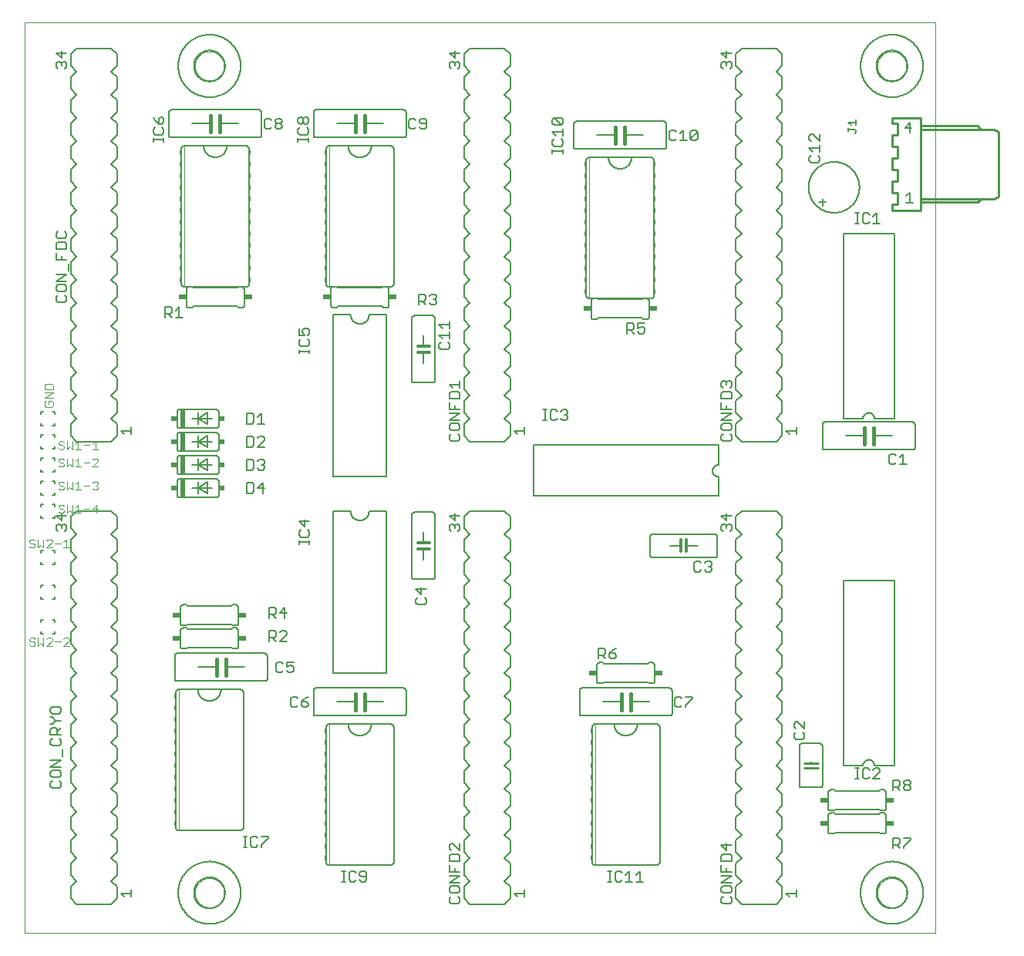
<source format=gto>
G75*
%MOIN*%
%OFA0B0*%
%FSLAX25Y25*%
%IPPOS*%
%LPD*%
%AMOC8*
5,1,8,0,0,1.08239X$1,22.5*
%
%ADD10C,0.00000*%
%ADD11C,0.00300*%
%ADD12C,0.00600*%
%ADD13C,0.00500*%
%ADD14C,0.00800*%
%ADD15R,0.03400X0.02400*%
%ADD16C,0.00400*%
%ADD17C,0.00200*%
%ADD18R,0.00500X0.02000*%
%ADD19C,0.01600*%
%ADD20C,0.01000*%
%ADD21C,0.01200*%
%ADD22R,0.02000X0.08000*%
%ADD23R,0.02500X0.02000*%
%ADD24C,0.00700*%
D10*
X0001500Y0001500D02*
X0001500Y0395201D01*
X0395201Y0395201D01*
X0395201Y0001500D01*
X0001500Y0001500D01*
X0075201Y0019000D02*
X0075203Y0019158D01*
X0075209Y0019316D01*
X0075219Y0019474D01*
X0075233Y0019632D01*
X0075251Y0019789D01*
X0075272Y0019946D01*
X0075298Y0020102D01*
X0075328Y0020258D01*
X0075361Y0020413D01*
X0075399Y0020566D01*
X0075440Y0020719D01*
X0075485Y0020871D01*
X0075534Y0021022D01*
X0075587Y0021171D01*
X0075643Y0021319D01*
X0075703Y0021465D01*
X0075767Y0021610D01*
X0075835Y0021753D01*
X0075906Y0021895D01*
X0075980Y0022035D01*
X0076058Y0022172D01*
X0076140Y0022308D01*
X0076224Y0022442D01*
X0076313Y0022573D01*
X0076404Y0022702D01*
X0076499Y0022829D01*
X0076596Y0022954D01*
X0076697Y0023076D01*
X0076801Y0023195D01*
X0076908Y0023312D01*
X0077018Y0023426D01*
X0077131Y0023537D01*
X0077246Y0023646D01*
X0077364Y0023751D01*
X0077485Y0023853D01*
X0077608Y0023953D01*
X0077734Y0024049D01*
X0077862Y0024142D01*
X0077992Y0024232D01*
X0078125Y0024318D01*
X0078260Y0024402D01*
X0078396Y0024481D01*
X0078535Y0024558D01*
X0078676Y0024630D01*
X0078818Y0024700D01*
X0078962Y0024765D01*
X0079108Y0024827D01*
X0079255Y0024885D01*
X0079404Y0024940D01*
X0079554Y0024991D01*
X0079705Y0025038D01*
X0079857Y0025081D01*
X0080010Y0025120D01*
X0080165Y0025156D01*
X0080320Y0025187D01*
X0080476Y0025215D01*
X0080632Y0025239D01*
X0080789Y0025259D01*
X0080947Y0025275D01*
X0081104Y0025287D01*
X0081263Y0025295D01*
X0081421Y0025299D01*
X0081579Y0025299D01*
X0081737Y0025295D01*
X0081896Y0025287D01*
X0082053Y0025275D01*
X0082211Y0025259D01*
X0082368Y0025239D01*
X0082524Y0025215D01*
X0082680Y0025187D01*
X0082835Y0025156D01*
X0082990Y0025120D01*
X0083143Y0025081D01*
X0083295Y0025038D01*
X0083446Y0024991D01*
X0083596Y0024940D01*
X0083745Y0024885D01*
X0083892Y0024827D01*
X0084038Y0024765D01*
X0084182Y0024700D01*
X0084324Y0024630D01*
X0084465Y0024558D01*
X0084604Y0024481D01*
X0084740Y0024402D01*
X0084875Y0024318D01*
X0085008Y0024232D01*
X0085138Y0024142D01*
X0085266Y0024049D01*
X0085392Y0023953D01*
X0085515Y0023853D01*
X0085636Y0023751D01*
X0085754Y0023646D01*
X0085869Y0023537D01*
X0085982Y0023426D01*
X0086092Y0023312D01*
X0086199Y0023195D01*
X0086303Y0023076D01*
X0086404Y0022954D01*
X0086501Y0022829D01*
X0086596Y0022702D01*
X0086687Y0022573D01*
X0086776Y0022442D01*
X0086860Y0022308D01*
X0086942Y0022172D01*
X0087020Y0022035D01*
X0087094Y0021895D01*
X0087165Y0021753D01*
X0087233Y0021610D01*
X0087297Y0021465D01*
X0087357Y0021319D01*
X0087413Y0021171D01*
X0087466Y0021022D01*
X0087515Y0020871D01*
X0087560Y0020719D01*
X0087601Y0020566D01*
X0087639Y0020413D01*
X0087672Y0020258D01*
X0087702Y0020102D01*
X0087728Y0019946D01*
X0087749Y0019789D01*
X0087767Y0019632D01*
X0087781Y0019474D01*
X0087791Y0019316D01*
X0087797Y0019158D01*
X0087799Y0019000D01*
X0087797Y0018842D01*
X0087791Y0018684D01*
X0087781Y0018526D01*
X0087767Y0018368D01*
X0087749Y0018211D01*
X0087728Y0018054D01*
X0087702Y0017898D01*
X0087672Y0017742D01*
X0087639Y0017587D01*
X0087601Y0017434D01*
X0087560Y0017281D01*
X0087515Y0017129D01*
X0087466Y0016978D01*
X0087413Y0016829D01*
X0087357Y0016681D01*
X0087297Y0016535D01*
X0087233Y0016390D01*
X0087165Y0016247D01*
X0087094Y0016105D01*
X0087020Y0015965D01*
X0086942Y0015828D01*
X0086860Y0015692D01*
X0086776Y0015558D01*
X0086687Y0015427D01*
X0086596Y0015298D01*
X0086501Y0015171D01*
X0086404Y0015046D01*
X0086303Y0014924D01*
X0086199Y0014805D01*
X0086092Y0014688D01*
X0085982Y0014574D01*
X0085869Y0014463D01*
X0085754Y0014354D01*
X0085636Y0014249D01*
X0085515Y0014147D01*
X0085392Y0014047D01*
X0085266Y0013951D01*
X0085138Y0013858D01*
X0085008Y0013768D01*
X0084875Y0013682D01*
X0084740Y0013598D01*
X0084604Y0013519D01*
X0084465Y0013442D01*
X0084324Y0013370D01*
X0084182Y0013300D01*
X0084038Y0013235D01*
X0083892Y0013173D01*
X0083745Y0013115D01*
X0083596Y0013060D01*
X0083446Y0013009D01*
X0083295Y0012962D01*
X0083143Y0012919D01*
X0082990Y0012880D01*
X0082835Y0012844D01*
X0082680Y0012813D01*
X0082524Y0012785D01*
X0082368Y0012761D01*
X0082211Y0012741D01*
X0082053Y0012725D01*
X0081896Y0012713D01*
X0081737Y0012705D01*
X0081579Y0012701D01*
X0081421Y0012701D01*
X0081263Y0012705D01*
X0081104Y0012713D01*
X0080947Y0012725D01*
X0080789Y0012741D01*
X0080632Y0012761D01*
X0080476Y0012785D01*
X0080320Y0012813D01*
X0080165Y0012844D01*
X0080010Y0012880D01*
X0079857Y0012919D01*
X0079705Y0012962D01*
X0079554Y0013009D01*
X0079404Y0013060D01*
X0079255Y0013115D01*
X0079108Y0013173D01*
X0078962Y0013235D01*
X0078818Y0013300D01*
X0078676Y0013370D01*
X0078535Y0013442D01*
X0078396Y0013519D01*
X0078260Y0013598D01*
X0078125Y0013682D01*
X0077992Y0013768D01*
X0077862Y0013858D01*
X0077734Y0013951D01*
X0077608Y0014047D01*
X0077485Y0014147D01*
X0077364Y0014249D01*
X0077246Y0014354D01*
X0077131Y0014463D01*
X0077018Y0014574D01*
X0076908Y0014688D01*
X0076801Y0014805D01*
X0076697Y0014924D01*
X0076596Y0015046D01*
X0076499Y0015171D01*
X0076404Y0015298D01*
X0076313Y0015427D01*
X0076224Y0015558D01*
X0076140Y0015692D01*
X0076058Y0015828D01*
X0075980Y0015965D01*
X0075906Y0016105D01*
X0075835Y0016247D01*
X0075767Y0016390D01*
X0075703Y0016535D01*
X0075643Y0016681D01*
X0075587Y0016829D01*
X0075534Y0016978D01*
X0075485Y0017129D01*
X0075440Y0017281D01*
X0075399Y0017434D01*
X0075361Y0017587D01*
X0075328Y0017742D01*
X0075298Y0017898D01*
X0075272Y0018054D01*
X0075251Y0018211D01*
X0075233Y0018368D01*
X0075219Y0018526D01*
X0075209Y0018684D01*
X0075203Y0018842D01*
X0075201Y0019000D01*
X0370201Y0019000D02*
X0370203Y0019158D01*
X0370209Y0019316D01*
X0370219Y0019474D01*
X0370233Y0019632D01*
X0370251Y0019789D01*
X0370272Y0019946D01*
X0370298Y0020102D01*
X0370328Y0020258D01*
X0370361Y0020413D01*
X0370399Y0020566D01*
X0370440Y0020719D01*
X0370485Y0020871D01*
X0370534Y0021022D01*
X0370587Y0021171D01*
X0370643Y0021319D01*
X0370703Y0021465D01*
X0370767Y0021610D01*
X0370835Y0021753D01*
X0370906Y0021895D01*
X0370980Y0022035D01*
X0371058Y0022172D01*
X0371140Y0022308D01*
X0371224Y0022442D01*
X0371313Y0022573D01*
X0371404Y0022702D01*
X0371499Y0022829D01*
X0371596Y0022954D01*
X0371697Y0023076D01*
X0371801Y0023195D01*
X0371908Y0023312D01*
X0372018Y0023426D01*
X0372131Y0023537D01*
X0372246Y0023646D01*
X0372364Y0023751D01*
X0372485Y0023853D01*
X0372608Y0023953D01*
X0372734Y0024049D01*
X0372862Y0024142D01*
X0372992Y0024232D01*
X0373125Y0024318D01*
X0373260Y0024402D01*
X0373396Y0024481D01*
X0373535Y0024558D01*
X0373676Y0024630D01*
X0373818Y0024700D01*
X0373962Y0024765D01*
X0374108Y0024827D01*
X0374255Y0024885D01*
X0374404Y0024940D01*
X0374554Y0024991D01*
X0374705Y0025038D01*
X0374857Y0025081D01*
X0375010Y0025120D01*
X0375165Y0025156D01*
X0375320Y0025187D01*
X0375476Y0025215D01*
X0375632Y0025239D01*
X0375789Y0025259D01*
X0375947Y0025275D01*
X0376104Y0025287D01*
X0376263Y0025295D01*
X0376421Y0025299D01*
X0376579Y0025299D01*
X0376737Y0025295D01*
X0376896Y0025287D01*
X0377053Y0025275D01*
X0377211Y0025259D01*
X0377368Y0025239D01*
X0377524Y0025215D01*
X0377680Y0025187D01*
X0377835Y0025156D01*
X0377990Y0025120D01*
X0378143Y0025081D01*
X0378295Y0025038D01*
X0378446Y0024991D01*
X0378596Y0024940D01*
X0378745Y0024885D01*
X0378892Y0024827D01*
X0379038Y0024765D01*
X0379182Y0024700D01*
X0379324Y0024630D01*
X0379465Y0024558D01*
X0379604Y0024481D01*
X0379740Y0024402D01*
X0379875Y0024318D01*
X0380008Y0024232D01*
X0380138Y0024142D01*
X0380266Y0024049D01*
X0380392Y0023953D01*
X0380515Y0023853D01*
X0380636Y0023751D01*
X0380754Y0023646D01*
X0380869Y0023537D01*
X0380982Y0023426D01*
X0381092Y0023312D01*
X0381199Y0023195D01*
X0381303Y0023076D01*
X0381404Y0022954D01*
X0381501Y0022829D01*
X0381596Y0022702D01*
X0381687Y0022573D01*
X0381776Y0022442D01*
X0381860Y0022308D01*
X0381942Y0022172D01*
X0382020Y0022035D01*
X0382094Y0021895D01*
X0382165Y0021753D01*
X0382233Y0021610D01*
X0382297Y0021465D01*
X0382357Y0021319D01*
X0382413Y0021171D01*
X0382466Y0021022D01*
X0382515Y0020871D01*
X0382560Y0020719D01*
X0382601Y0020566D01*
X0382639Y0020413D01*
X0382672Y0020258D01*
X0382702Y0020102D01*
X0382728Y0019946D01*
X0382749Y0019789D01*
X0382767Y0019632D01*
X0382781Y0019474D01*
X0382791Y0019316D01*
X0382797Y0019158D01*
X0382799Y0019000D01*
X0382797Y0018842D01*
X0382791Y0018684D01*
X0382781Y0018526D01*
X0382767Y0018368D01*
X0382749Y0018211D01*
X0382728Y0018054D01*
X0382702Y0017898D01*
X0382672Y0017742D01*
X0382639Y0017587D01*
X0382601Y0017434D01*
X0382560Y0017281D01*
X0382515Y0017129D01*
X0382466Y0016978D01*
X0382413Y0016829D01*
X0382357Y0016681D01*
X0382297Y0016535D01*
X0382233Y0016390D01*
X0382165Y0016247D01*
X0382094Y0016105D01*
X0382020Y0015965D01*
X0381942Y0015828D01*
X0381860Y0015692D01*
X0381776Y0015558D01*
X0381687Y0015427D01*
X0381596Y0015298D01*
X0381501Y0015171D01*
X0381404Y0015046D01*
X0381303Y0014924D01*
X0381199Y0014805D01*
X0381092Y0014688D01*
X0380982Y0014574D01*
X0380869Y0014463D01*
X0380754Y0014354D01*
X0380636Y0014249D01*
X0380515Y0014147D01*
X0380392Y0014047D01*
X0380266Y0013951D01*
X0380138Y0013858D01*
X0380008Y0013768D01*
X0379875Y0013682D01*
X0379740Y0013598D01*
X0379604Y0013519D01*
X0379465Y0013442D01*
X0379324Y0013370D01*
X0379182Y0013300D01*
X0379038Y0013235D01*
X0378892Y0013173D01*
X0378745Y0013115D01*
X0378596Y0013060D01*
X0378446Y0013009D01*
X0378295Y0012962D01*
X0378143Y0012919D01*
X0377990Y0012880D01*
X0377835Y0012844D01*
X0377680Y0012813D01*
X0377524Y0012785D01*
X0377368Y0012761D01*
X0377211Y0012741D01*
X0377053Y0012725D01*
X0376896Y0012713D01*
X0376737Y0012705D01*
X0376579Y0012701D01*
X0376421Y0012701D01*
X0376263Y0012705D01*
X0376104Y0012713D01*
X0375947Y0012725D01*
X0375789Y0012741D01*
X0375632Y0012761D01*
X0375476Y0012785D01*
X0375320Y0012813D01*
X0375165Y0012844D01*
X0375010Y0012880D01*
X0374857Y0012919D01*
X0374705Y0012962D01*
X0374554Y0013009D01*
X0374404Y0013060D01*
X0374255Y0013115D01*
X0374108Y0013173D01*
X0373962Y0013235D01*
X0373818Y0013300D01*
X0373676Y0013370D01*
X0373535Y0013442D01*
X0373396Y0013519D01*
X0373260Y0013598D01*
X0373125Y0013682D01*
X0372992Y0013768D01*
X0372862Y0013858D01*
X0372734Y0013951D01*
X0372608Y0014047D01*
X0372485Y0014147D01*
X0372364Y0014249D01*
X0372246Y0014354D01*
X0372131Y0014463D01*
X0372018Y0014574D01*
X0371908Y0014688D01*
X0371801Y0014805D01*
X0371697Y0014924D01*
X0371596Y0015046D01*
X0371499Y0015171D01*
X0371404Y0015298D01*
X0371313Y0015427D01*
X0371224Y0015558D01*
X0371140Y0015692D01*
X0371058Y0015828D01*
X0370980Y0015965D01*
X0370906Y0016105D01*
X0370835Y0016247D01*
X0370767Y0016390D01*
X0370703Y0016535D01*
X0370643Y0016681D01*
X0370587Y0016829D01*
X0370534Y0016978D01*
X0370485Y0017129D01*
X0370440Y0017281D01*
X0370399Y0017434D01*
X0370361Y0017587D01*
X0370328Y0017742D01*
X0370298Y0017898D01*
X0370272Y0018054D01*
X0370251Y0018211D01*
X0370233Y0018368D01*
X0370219Y0018526D01*
X0370209Y0018684D01*
X0370203Y0018842D01*
X0370201Y0019000D01*
X0370201Y0376500D02*
X0370203Y0376658D01*
X0370209Y0376816D01*
X0370219Y0376974D01*
X0370233Y0377132D01*
X0370251Y0377289D01*
X0370272Y0377446D01*
X0370298Y0377602D01*
X0370328Y0377758D01*
X0370361Y0377913D01*
X0370399Y0378066D01*
X0370440Y0378219D01*
X0370485Y0378371D01*
X0370534Y0378522D01*
X0370587Y0378671D01*
X0370643Y0378819D01*
X0370703Y0378965D01*
X0370767Y0379110D01*
X0370835Y0379253D01*
X0370906Y0379395D01*
X0370980Y0379535D01*
X0371058Y0379672D01*
X0371140Y0379808D01*
X0371224Y0379942D01*
X0371313Y0380073D01*
X0371404Y0380202D01*
X0371499Y0380329D01*
X0371596Y0380454D01*
X0371697Y0380576D01*
X0371801Y0380695D01*
X0371908Y0380812D01*
X0372018Y0380926D01*
X0372131Y0381037D01*
X0372246Y0381146D01*
X0372364Y0381251D01*
X0372485Y0381353D01*
X0372608Y0381453D01*
X0372734Y0381549D01*
X0372862Y0381642D01*
X0372992Y0381732D01*
X0373125Y0381818D01*
X0373260Y0381902D01*
X0373396Y0381981D01*
X0373535Y0382058D01*
X0373676Y0382130D01*
X0373818Y0382200D01*
X0373962Y0382265D01*
X0374108Y0382327D01*
X0374255Y0382385D01*
X0374404Y0382440D01*
X0374554Y0382491D01*
X0374705Y0382538D01*
X0374857Y0382581D01*
X0375010Y0382620D01*
X0375165Y0382656D01*
X0375320Y0382687D01*
X0375476Y0382715D01*
X0375632Y0382739D01*
X0375789Y0382759D01*
X0375947Y0382775D01*
X0376104Y0382787D01*
X0376263Y0382795D01*
X0376421Y0382799D01*
X0376579Y0382799D01*
X0376737Y0382795D01*
X0376896Y0382787D01*
X0377053Y0382775D01*
X0377211Y0382759D01*
X0377368Y0382739D01*
X0377524Y0382715D01*
X0377680Y0382687D01*
X0377835Y0382656D01*
X0377990Y0382620D01*
X0378143Y0382581D01*
X0378295Y0382538D01*
X0378446Y0382491D01*
X0378596Y0382440D01*
X0378745Y0382385D01*
X0378892Y0382327D01*
X0379038Y0382265D01*
X0379182Y0382200D01*
X0379324Y0382130D01*
X0379465Y0382058D01*
X0379604Y0381981D01*
X0379740Y0381902D01*
X0379875Y0381818D01*
X0380008Y0381732D01*
X0380138Y0381642D01*
X0380266Y0381549D01*
X0380392Y0381453D01*
X0380515Y0381353D01*
X0380636Y0381251D01*
X0380754Y0381146D01*
X0380869Y0381037D01*
X0380982Y0380926D01*
X0381092Y0380812D01*
X0381199Y0380695D01*
X0381303Y0380576D01*
X0381404Y0380454D01*
X0381501Y0380329D01*
X0381596Y0380202D01*
X0381687Y0380073D01*
X0381776Y0379942D01*
X0381860Y0379808D01*
X0381942Y0379672D01*
X0382020Y0379535D01*
X0382094Y0379395D01*
X0382165Y0379253D01*
X0382233Y0379110D01*
X0382297Y0378965D01*
X0382357Y0378819D01*
X0382413Y0378671D01*
X0382466Y0378522D01*
X0382515Y0378371D01*
X0382560Y0378219D01*
X0382601Y0378066D01*
X0382639Y0377913D01*
X0382672Y0377758D01*
X0382702Y0377602D01*
X0382728Y0377446D01*
X0382749Y0377289D01*
X0382767Y0377132D01*
X0382781Y0376974D01*
X0382791Y0376816D01*
X0382797Y0376658D01*
X0382799Y0376500D01*
X0382797Y0376342D01*
X0382791Y0376184D01*
X0382781Y0376026D01*
X0382767Y0375868D01*
X0382749Y0375711D01*
X0382728Y0375554D01*
X0382702Y0375398D01*
X0382672Y0375242D01*
X0382639Y0375087D01*
X0382601Y0374934D01*
X0382560Y0374781D01*
X0382515Y0374629D01*
X0382466Y0374478D01*
X0382413Y0374329D01*
X0382357Y0374181D01*
X0382297Y0374035D01*
X0382233Y0373890D01*
X0382165Y0373747D01*
X0382094Y0373605D01*
X0382020Y0373465D01*
X0381942Y0373328D01*
X0381860Y0373192D01*
X0381776Y0373058D01*
X0381687Y0372927D01*
X0381596Y0372798D01*
X0381501Y0372671D01*
X0381404Y0372546D01*
X0381303Y0372424D01*
X0381199Y0372305D01*
X0381092Y0372188D01*
X0380982Y0372074D01*
X0380869Y0371963D01*
X0380754Y0371854D01*
X0380636Y0371749D01*
X0380515Y0371647D01*
X0380392Y0371547D01*
X0380266Y0371451D01*
X0380138Y0371358D01*
X0380008Y0371268D01*
X0379875Y0371182D01*
X0379740Y0371098D01*
X0379604Y0371019D01*
X0379465Y0370942D01*
X0379324Y0370870D01*
X0379182Y0370800D01*
X0379038Y0370735D01*
X0378892Y0370673D01*
X0378745Y0370615D01*
X0378596Y0370560D01*
X0378446Y0370509D01*
X0378295Y0370462D01*
X0378143Y0370419D01*
X0377990Y0370380D01*
X0377835Y0370344D01*
X0377680Y0370313D01*
X0377524Y0370285D01*
X0377368Y0370261D01*
X0377211Y0370241D01*
X0377053Y0370225D01*
X0376896Y0370213D01*
X0376737Y0370205D01*
X0376579Y0370201D01*
X0376421Y0370201D01*
X0376263Y0370205D01*
X0376104Y0370213D01*
X0375947Y0370225D01*
X0375789Y0370241D01*
X0375632Y0370261D01*
X0375476Y0370285D01*
X0375320Y0370313D01*
X0375165Y0370344D01*
X0375010Y0370380D01*
X0374857Y0370419D01*
X0374705Y0370462D01*
X0374554Y0370509D01*
X0374404Y0370560D01*
X0374255Y0370615D01*
X0374108Y0370673D01*
X0373962Y0370735D01*
X0373818Y0370800D01*
X0373676Y0370870D01*
X0373535Y0370942D01*
X0373396Y0371019D01*
X0373260Y0371098D01*
X0373125Y0371182D01*
X0372992Y0371268D01*
X0372862Y0371358D01*
X0372734Y0371451D01*
X0372608Y0371547D01*
X0372485Y0371647D01*
X0372364Y0371749D01*
X0372246Y0371854D01*
X0372131Y0371963D01*
X0372018Y0372074D01*
X0371908Y0372188D01*
X0371801Y0372305D01*
X0371697Y0372424D01*
X0371596Y0372546D01*
X0371499Y0372671D01*
X0371404Y0372798D01*
X0371313Y0372927D01*
X0371224Y0373058D01*
X0371140Y0373192D01*
X0371058Y0373328D01*
X0370980Y0373465D01*
X0370906Y0373605D01*
X0370835Y0373747D01*
X0370767Y0373890D01*
X0370703Y0374035D01*
X0370643Y0374181D01*
X0370587Y0374329D01*
X0370534Y0374478D01*
X0370485Y0374629D01*
X0370440Y0374781D01*
X0370399Y0374934D01*
X0370361Y0375087D01*
X0370328Y0375242D01*
X0370298Y0375398D01*
X0370272Y0375554D01*
X0370251Y0375711D01*
X0370233Y0375868D01*
X0370219Y0376026D01*
X0370209Y0376184D01*
X0370203Y0376342D01*
X0370201Y0376500D01*
X0075201Y0376500D02*
X0075203Y0376658D01*
X0075209Y0376816D01*
X0075219Y0376974D01*
X0075233Y0377132D01*
X0075251Y0377289D01*
X0075272Y0377446D01*
X0075298Y0377602D01*
X0075328Y0377758D01*
X0075361Y0377913D01*
X0075399Y0378066D01*
X0075440Y0378219D01*
X0075485Y0378371D01*
X0075534Y0378522D01*
X0075587Y0378671D01*
X0075643Y0378819D01*
X0075703Y0378965D01*
X0075767Y0379110D01*
X0075835Y0379253D01*
X0075906Y0379395D01*
X0075980Y0379535D01*
X0076058Y0379672D01*
X0076140Y0379808D01*
X0076224Y0379942D01*
X0076313Y0380073D01*
X0076404Y0380202D01*
X0076499Y0380329D01*
X0076596Y0380454D01*
X0076697Y0380576D01*
X0076801Y0380695D01*
X0076908Y0380812D01*
X0077018Y0380926D01*
X0077131Y0381037D01*
X0077246Y0381146D01*
X0077364Y0381251D01*
X0077485Y0381353D01*
X0077608Y0381453D01*
X0077734Y0381549D01*
X0077862Y0381642D01*
X0077992Y0381732D01*
X0078125Y0381818D01*
X0078260Y0381902D01*
X0078396Y0381981D01*
X0078535Y0382058D01*
X0078676Y0382130D01*
X0078818Y0382200D01*
X0078962Y0382265D01*
X0079108Y0382327D01*
X0079255Y0382385D01*
X0079404Y0382440D01*
X0079554Y0382491D01*
X0079705Y0382538D01*
X0079857Y0382581D01*
X0080010Y0382620D01*
X0080165Y0382656D01*
X0080320Y0382687D01*
X0080476Y0382715D01*
X0080632Y0382739D01*
X0080789Y0382759D01*
X0080947Y0382775D01*
X0081104Y0382787D01*
X0081263Y0382795D01*
X0081421Y0382799D01*
X0081579Y0382799D01*
X0081737Y0382795D01*
X0081896Y0382787D01*
X0082053Y0382775D01*
X0082211Y0382759D01*
X0082368Y0382739D01*
X0082524Y0382715D01*
X0082680Y0382687D01*
X0082835Y0382656D01*
X0082990Y0382620D01*
X0083143Y0382581D01*
X0083295Y0382538D01*
X0083446Y0382491D01*
X0083596Y0382440D01*
X0083745Y0382385D01*
X0083892Y0382327D01*
X0084038Y0382265D01*
X0084182Y0382200D01*
X0084324Y0382130D01*
X0084465Y0382058D01*
X0084604Y0381981D01*
X0084740Y0381902D01*
X0084875Y0381818D01*
X0085008Y0381732D01*
X0085138Y0381642D01*
X0085266Y0381549D01*
X0085392Y0381453D01*
X0085515Y0381353D01*
X0085636Y0381251D01*
X0085754Y0381146D01*
X0085869Y0381037D01*
X0085982Y0380926D01*
X0086092Y0380812D01*
X0086199Y0380695D01*
X0086303Y0380576D01*
X0086404Y0380454D01*
X0086501Y0380329D01*
X0086596Y0380202D01*
X0086687Y0380073D01*
X0086776Y0379942D01*
X0086860Y0379808D01*
X0086942Y0379672D01*
X0087020Y0379535D01*
X0087094Y0379395D01*
X0087165Y0379253D01*
X0087233Y0379110D01*
X0087297Y0378965D01*
X0087357Y0378819D01*
X0087413Y0378671D01*
X0087466Y0378522D01*
X0087515Y0378371D01*
X0087560Y0378219D01*
X0087601Y0378066D01*
X0087639Y0377913D01*
X0087672Y0377758D01*
X0087702Y0377602D01*
X0087728Y0377446D01*
X0087749Y0377289D01*
X0087767Y0377132D01*
X0087781Y0376974D01*
X0087791Y0376816D01*
X0087797Y0376658D01*
X0087799Y0376500D01*
X0087797Y0376342D01*
X0087791Y0376184D01*
X0087781Y0376026D01*
X0087767Y0375868D01*
X0087749Y0375711D01*
X0087728Y0375554D01*
X0087702Y0375398D01*
X0087672Y0375242D01*
X0087639Y0375087D01*
X0087601Y0374934D01*
X0087560Y0374781D01*
X0087515Y0374629D01*
X0087466Y0374478D01*
X0087413Y0374329D01*
X0087357Y0374181D01*
X0087297Y0374035D01*
X0087233Y0373890D01*
X0087165Y0373747D01*
X0087094Y0373605D01*
X0087020Y0373465D01*
X0086942Y0373328D01*
X0086860Y0373192D01*
X0086776Y0373058D01*
X0086687Y0372927D01*
X0086596Y0372798D01*
X0086501Y0372671D01*
X0086404Y0372546D01*
X0086303Y0372424D01*
X0086199Y0372305D01*
X0086092Y0372188D01*
X0085982Y0372074D01*
X0085869Y0371963D01*
X0085754Y0371854D01*
X0085636Y0371749D01*
X0085515Y0371647D01*
X0085392Y0371547D01*
X0085266Y0371451D01*
X0085138Y0371358D01*
X0085008Y0371268D01*
X0084875Y0371182D01*
X0084740Y0371098D01*
X0084604Y0371019D01*
X0084465Y0370942D01*
X0084324Y0370870D01*
X0084182Y0370800D01*
X0084038Y0370735D01*
X0083892Y0370673D01*
X0083745Y0370615D01*
X0083596Y0370560D01*
X0083446Y0370509D01*
X0083295Y0370462D01*
X0083143Y0370419D01*
X0082990Y0370380D01*
X0082835Y0370344D01*
X0082680Y0370313D01*
X0082524Y0370285D01*
X0082368Y0370261D01*
X0082211Y0370241D01*
X0082053Y0370225D01*
X0081896Y0370213D01*
X0081737Y0370205D01*
X0081579Y0370201D01*
X0081421Y0370201D01*
X0081263Y0370205D01*
X0081104Y0370213D01*
X0080947Y0370225D01*
X0080789Y0370241D01*
X0080632Y0370261D01*
X0080476Y0370285D01*
X0080320Y0370313D01*
X0080165Y0370344D01*
X0080010Y0370380D01*
X0079857Y0370419D01*
X0079705Y0370462D01*
X0079554Y0370509D01*
X0079404Y0370560D01*
X0079255Y0370615D01*
X0079108Y0370673D01*
X0078962Y0370735D01*
X0078818Y0370800D01*
X0078676Y0370870D01*
X0078535Y0370942D01*
X0078396Y0371019D01*
X0078260Y0371098D01*
X0078125Y0371182D01*
X0077992Y0371268D01*
X0077862Y0371358D01*
X0077734Y0371451D01*
X0077608Y0371547D01*
X0077485Y0371647D01*
X0077364Y0371749D01*
X0077246Y0371854D01*
X0077131Y0371963D01*
X0077018Y0372074D01*
X0076908Y0372188D01*
X0076801Y0372305D01*
X0076697Y0372424D01*
X0076596Y0372546D01*
X0076499Y0372671D01*
X0076404Y0372798D01*
X0076313Y0372927D01*
X0076224Y0373058D01*
X0076140Y0373192D01*
X0076058Y0373328D01*
X0075980Y0373465D01*
X0075906Y0373605D01*
X0075835Y0373747D01*
X0075767Y0373890D01*
X0075703Y0374035D01*
X0075643Y0374181D01*
X0075587Y0374329D01*
X0075534Y0374478D01*
X0075485Y0374629D01*
X0075440Y0374781D01*
X0075399Y0374934D01*
X0075361Y0375087D01*
X0075328Y0375242D01*
X0075298Y0375398D01*
X0075272Y0375554D01*
X0075251Y0375711D01*
X0075233Y0375868D01*
X0075219Y0376026D01*
X0075209Y0376184D01*
X0075203Y0376342D01*
X0075201Y0376500D01*
D11*
X0013233Y0238985D02*
X0010764Y0238985D01*
X0010147Y0238368D01*
X0010147Y0236516D01*
X0013850Y0236516D01*
X0013850Y0238368D01*
X0013233Y0238985D01*
X0013850Y0235302D02*
X0010147Y0235302D01*
X0010147Y0232833D02*
X0013850Y0235302D01*
X0013850Y0232833D02*
X0010147Y0232833D01*
X0010764Y0231619D02*
X0010147Y0231002D01*
X0010147Y0229767D01*
X0010764Y0229150D01*
X0013233Y0229150D01*
X0013850Y0229767D01*
X0013850Y0231002D01*
X0013233Y0231619D01*
X0011998Y0231619D01*
X0011998Y0230384D01*
D12*
X0013500Y0227000D02*
X0014500Y0227000D01*
X0014500Y0226000D01*
X0014500Y0222000D02*
X0014500Y0221000D01*
X0013500Y0221000D01*
X0013500Y0217000D02*
X0014500Y0217000D01*
X0014500Y0216000D01*
X0014500Y0212000D02*
X0014500Y0211000D01*
X0013500Y0211000D01*
X0013500Y0207000D02*
X0014500Y0207000D01*
X0014500Y0206000D01*
X0014500Y0202000D02*
X0014500Y0201000D01*
X0013500Y0201000D01*
X0013500Y0197000D02*
X0014500Y0197000D01*
X0014500Y0196000D01*
X0014500Y0192000D02*
X0014500Y0191000D01*
X0013500Y0191000D01*
X0013500Y0187000D02*
X0014500Y0187000D01*
X0014500Y0186000D01*
X0014500Y0182000D02*
X0014500Y0181000D01*
X0013500Y0181000D01*
X0009500Y0181000D02*
X0008500Y0181000D01*
X0008500Y0182000D01*
X0008500Y0186000D02*
X0008500Y0187000D01*
X0009500Y0187000D01*
X0009500Y0191000D02*
X0008500Y0191000D01*
X0008500Y0192000D01*
X0008500Y0196000D02*
X0008500Y0197000D01*
X0009500Y0197000D01*
X0009500Y0201000D02*
X0008500Y0201000D01*
X0008500Y0202000D01*
X0008500Y0206000D02*
X0008500Y0207000D01*
X0009500Y0207000D01*
X0009500Y0211000D02*
X0008500Y0211000D01*
X0008500Y0212000D01*
X0008500Y0216000D02*
X0008500Y0217000D01*
X0009500Y0217000D01*
X0009500Y0221000D02*
X0008500Y0221000D01*
X0008500Y0222000D01*
X0008500Y0226000D02*
X0008500Y0227000D01*
X0009500Y0227000D01*
X0021500Y0226500D02*
X0024000Y0224000D01*
X0021500Y0221500D01*
X0021500Y0216500D01*
X0024000Y0214000D01*
X0039000Y0214000D01*
X0041500Y0216500D01*
X0041500Y0221500D01*
X0039000Y0224000D01*
X0041500Y0226500D01*
X0041500Y0231500D01*
X0039000Y0234000D01*
X0041500Y0236500D01*
X0041500Y0241500D01*
X0039000Y0244000D01*
X0041500Y0246500D01*
X0041500Y0251500D01*
X0039000Y0254000D01*
X0041500Y0256500D01*
X0041500Y0261500D01*
X0039000Y0264000D01*
X0041500Y0266500D01*
X0041500Y0271500D01*
X0039000Y0274000D01*
X0041500Y0276500D01*
X0041500Y0281500D01*
X0039000Y0284000D01*
X0041500Y0286500D01*
X0041500Y0291500D01*
X0039000Y0294000D01*
X0041500Y0296500D01*
X0041500Y0301500D01*
X0039000Y0304000D01*
X0041500Y0306500D01*
X0041500Y0311500D01*
X0039000Y0314000D01*
X0041500Y0316500D01*
X0041500Y0321500D01*
X0039000Y0324000D01*
X0041500Y0326500D01*
X0041500Y0331500D01*
X0039000Y0334000D01*
X0041500Y0336500D01*
X0041500Y0341500D01*
X0039000Y0344000D01*
X0041500Y0346500D01*
X0041500Y0351500D01*
X0039000Y0354000D01*
X0041500Y0356500D01*
X0041500Y0361500D01*
X0039000Y0364000D01*
X0041500Y0366500D01*
X0041500Y0371500D01*
X0039000Y0374000D01*
X0041500Y0376500D01*
X0041500Y0381500D01*
X0039000Y0384000D01*
X0024000Y0384000D01*
X0021500Y0381500D01*
X0021500Y0376500D01*
X0024000Y0374000D01*
X0021500Y0371500D01*
X0021500Y0366500D01*
X0024000Y0364000D01*
X0021500Y0361500D01*
X0021500Y0356500D01*
X0024000Y0354000D01*
X0021500Y0351500D01*
X0021500Y0346500D01*
X0024000Y0344000D01*
X0021500Y0341500D01*
X0021500Y0336500D01*
X0024000Y0334000D01*
X0021500Y0331500D01*
X0021500Y0326500D01*
X0024000Y0324000D01*
X0021500Y0321500D01*
X0021500Y0316500D01*
X0024000Y0314000D01*
X0021500Y0311500D01*
X0021500Y0306500D01*
X0024000Y0304000D01*
X0021500Y0301500D01*
X0021500Y0296500D01*
X0024000Y0294000D01*
X0021500Y0291500D01*
X0021500Y0286500D01*
X0024000Y0284000D01*
X0021500Y0281500D01*
X0021500Y0276500D01*
X0024000Y0274000D01*
X0021500Y0271500D01*
X0021500Y0266500D01*
X0024000Y0264000D01*
X0021500Y0261500D01*
X0021500Y0256500D01*
X0024000Y0254000D01*
X0021500Y0251500D01*
X0021500Y0246500D01*
X0024000Y0244000D01*
X0021500Y0241500D01*
X0021500Y0236500D01*
X0024000Y0234000D01*
X0021500Y0231500D01*
X0021500Y0226500D01*
X0067500Y0227000D02*
X0067500Y0221000D01*
X0067502Y0220940D01*
X0067507Y0220879D01*
X0067516Y0220820D01*
X0067529Y0220761D01*
X0067545Y0220702D01*
X0067565Y0220645D01*
X0067588Y0220590D01*
X0067615Y0220535D01*
X0067644Y0220483D01*
X0067677Y0220432D01*
X0067713Y0220383D01*
X0067751Y0220337D01*
X0067793Y0220293D01*
X0067837Y0220251D01*
X0067883Y0220213D01*
X0067932Y0220177D01*
X0067983Y0220144D01*
X0068035Y0220115D01*
X0068090Y0220088D01*
X0068145Y0220065D01*
X0068202Y0220045D01*
X0068261Y0220029D01*
X0068320Y0220016D01*
X0068379Y0220007D01*
X0068440Y0220002D01*
X0068500Y0220000D01*
X0084500Y0220000D01*
X0084560Y0220002D01*
X0084621Y0220007D01*
X0084680Y0220016D01*
X0084739Y0220029D01*
X0084798Y0220045D01*
X0084855Y0220065D01*
X0084910Y0220088D01*
X0084965Y0220115D01*
X0085017Y0220144D01*
X0085068Y0220177D01*
X0085117Y0220213D01*
X0085163Y0220251D01*
X0085207Y0220293D01*
X0085249Y0220337D01*
X0085287Y0220383D01*
X0085323Y0220432D01*
X0085356Y0220483D01*
X0085385Y0220535D01*
X0085412Y0220590D01*
X0085435Y0220645D01*
X0085455Y0220702D01*
X0085471Y0220761D01*
X0085484Y0220820D01*
X0085493Y0220879D01*
X0085498Y0220940D01*
X0085500Y0221000D01*
X0085500Y0227000D01*
X0085498Y0227060D01*
X0085493Y0227121D01*
X0085484Y0227180D01*
X0085471Y0227239D01*
X0085455Y0227298D01*
X0085435Y0227355D01*
X0085412Y0227410D01*
X0085385Y0227465D01*
X0085356Y0227517D01*
X0085323Y0227568D01*
X0085287Y0227617D01*
X0085249Y0227663D01*
X0085207Y0227707D01*
X0085163Y0227749D01*
X0085117Y0227787D01*
X0085068Y0227823D01*
X0085017Y0227856D01*
X0084965Y0227885D01*
X0084910Y0227912D01*
X0084855Y0227935D01*
X0084798Y0227955D01*
X0084739Y0227971D01*
X0084680Y0227984D01*
X0084621Y0227993D01*
X0084560Y0227998D01*
X0084500Y0228000D01*
X0068500Y0228000D01*
X0068440Y0227998D01*
X0068379Y0227993D01*
X0068320Y0227984D01*
X0068261Y0227971D01*
X0068202Y0227955D01*
X0068145Y0227935D01*
X0068090Y0227912D01*
X0068035Y0227885D01*
X0067983Y0227856D01*
X0067932Y0227823D01*
X0067883Y0227787D01*
X0067837Y0227749D01*
X0067793Y0227707D01*
X0067751Y0227663D01*
X0067713Y0227617D01*
X0067677Y0227568D01*
X0067644Y0227517D01*
X0067615Y0227465D01*
X0067588Y0227410D01*
X0067565Y0227355D01*
X0067545Y0227298D01*
X0067529Y0227239D01*
X0067516Y0227180D01*
X0067507Y0227121D01*
X0067502Y0227060D01*
X0067500Y0227000D01*
X0074000Y0224000D02*
X0076500Y0224000D01*
X0076500Y0221500D01*
X0076500Y0224000D02*
X0080500Y0221500D01*
X0080500Y0226500D01*
X0076500Y0224000D01*
X0076500Y0226500D01*
X0076500Y0224000D02*
X0082500Y0224000D01*
X0084500Y0218000D02*
X0068500Y0218000D01*
X0068440Y0217998D01*
X0068379Y0217993D01*
X0068320Y0217984D01*
X0068261Y0217971D01*
X0068202Y0217955D01*
X0068145Y0217935D01*
X0068090Y0217912D01*
X0068035Y0217885D01*
X0067983Y0217856D01*
X0067932Y0217823D01*
X0067883Y0217787D01*
X0067837Y0217749D01*
X0067793Y0217707D01*
X0067751Y0217663D01*
X0067713Y0217617D01*
X0067677Y0217568D01*
X0067644Y0217517D01*
X0067615Y0217465D01*
X0067588Y0217410D01*
X0067565Y0217355D01*
X0067545Y0217298D01*
X0067529Y0217239D01*
X0067516Y0217180D01*
X0067507Y0217121D01*
X0067502Y0217060D01*
X0067500Y0217000D01*
X0067500Y0211000D01*
X0067502Y0210940D01*
X0067507Y0210879D01*
X0067516Y0210820D01*
X0067529Y0210761D01*
X0067545Y0210702D01*
X0067565Y0210645D01*
X0067588Y0210590D01*
X0067615Y0210535D01*
X0067644Y0210483D01*
X0067677Y0210432D01*
X0067713Y0210383D01*
X0067751Y0210337D01*
X0067793Y0210293D01*
X0067837Y0210251D01*
X0067883Y0210213D01*
X0067932Y0210177D01*
X0067983Y0210144D01*
X0068035Y0210115D01*
X0068090Y0210088D01*
X0068145Y0210065D01*
X0068202Y0210045D01*
X0068261Y0210029D01*
X0068320Y0210016D01*
X0068379Y0210007D01*
X0068440Y0210002D01*
X0068500Y0210000D01*
X0084500Y0210000D01*
X0084560Y0210002D01*
X0084621Y0210007D01*
X0084680Y0210016D01*
X0084739Y0210029D01*
X0084798Y0210045D01*
X0084855Y0210065D01*
X0084910Y0210088D01*
X0084965Y0210115D01*
X0085017Y0210144D01*
X0085068Y0210177D01*
X0085117Y0210213D01*
X0085163Y0210251D01*
X0085207Y0210293D01*
X0085249Y0210337D01*
X0085287Y0210383D01*
X0085323Y0210432D01*
X0085356Y0210483D01*
X0085385Y0210535D01*
X0085412Y0210590D01*
X0085435Y0210645D01*
X0085455Y0210702D01*
X0085471Y0210761D01*
X0085484Y0210820D01*
X0085493Y0210879D01*
X0085498Y0210940D01*
X0085500Y0211000D01*
X0085500Y0217000D01*
X0085498Y0217060D01*
X0085493Y0217121D01*
X0085484Y0217180D01*
X0085471Y0217239D01*
X0085455Y0217298D01*
X0085435Y0217355D01*
X0085412Y0217410D01*
X0085385Y0217465D01*
X0085356Y0217517D01*
X0085323Y0217568D01*
X0085287Y0217617D01*
X0085249Y0217663D01*
X0085207Y0217707D01*
X0085163Y0217749D01*
X0085117Y0217787D01*
X0085068Y0217823D01*
X0085017Y0217856D01*
X0084965Y0217885D01*
X0084910Y0217912D01*
X0084855Y0217935D01*
X0084798Y0217955D01*
X0084739Y0217971D01*
X0084680Y0217984D01*
X0084621Y0217993D01*
X0084560Y0217998D01*
X0084500Y0218000D01*
X0080500Y0216500D02*
X0076500Y0214000D01*
X0076500Y0211500D01*
X0076500Y0214000D02*
X0080500Y0211500D01*
X0080500Y0216500D01*
X0082500Y0214000D02*
X0076500Y0214000D01*
X0076500Y0216500D01*
X0076500Y0214000D02*
X0074000Y0214000D01*
X0076500Y0206500D02*
X0076500Y0204000D01*
X0076500Y0201500D01*
X0076500Y0204000D02*
X0080500Y0201500D01*
X0080500Y0206500D01*
X0076500Y0204000D01*
X0082500Y0204000D01*
X0085500Y0201000D02*
X0085498Y0200940D01*
X0085493Y0200879D01*
X0085484Y0200820D01*
X0085471Y0200761D01*
X0085455Y0200702D01*
X0085435Y0200645D01*
X0085412Y0200590D01*
X0085385Y0200535D01*
X0085356Y0200483D01*
X0085323Y0200432D01*
X0085287Y0200383D01*
X0085249Y0200337D01*
X0085207Y0200293D01*
X0085163Y0200251D01*
X0085117Y0200213D01*
X0085068Y0200177D01*
X0085017Y0200144D01*
X0084965Y0200115D01*
X0084910Y0200088D01*
X0084855Y0200065D01*
X0084798Y0200045D01*
X0084739Y0200029D01*
X0084680Y0200016D01*
X0084621Y0200007D01*
X0084560Y0200002D01*
X0084500Y0200000D01*
X0068500Y0200000D01*
X0068440Y0200002D01*
X0068379Y0200007D01*
X0068320Y0200016D01*
X0068261Y0200029D01*
X0068202Y0200045D01*
X0068145Y0200065D01*
X0068090Y0200088D01*
X0068035Y0200115D01*
X0067983Y0200144D01*
X0067932Y0200177D01*
X0067883Y0200213D01*
X0067837Y0200251D01*
X0067793Y0200293D01*
X0067751Y0200337D01*
X0067713Y0200383D01*
X0067677Y0200432D01*
X0067644Y0200483D01*
X0067615Y0200535D01*
X0067588Y0200590D01*
X0067565Y0200645D01*
X0067545Y0200702D01*
X0067529Y0200761D01*
X0067516Y0200820D01*
X0067507Y0200879D01*
X0067502Y0200940D01*
X0067500Y0201000D01*
X0067500Y0207000D01*
X0067502Y0207060D01*
X0067507Y0207121D01*
X0067516Y0207180D01*
X0067529Y0207239D01*
X0067545Y0207298D01*
X0067565Y0207355D01*
X0067588Y0207410D01*
X0067615Y0207465D01*
X0067644Y0207517D01*
X0067677Y0207568D01*
X0067713Y0207617D01*
X0067751Y0207663D01*
X0067793Y0207707D01*
X0067837Y0207749D01*
X0067883Y0207787D01*
X0067932Y0207823D01*
X0067983Y0207856D01*
X0068035Y0207885D01*
X0068090Y0207912D01*
X0068145Y0207935D01*
X0068202Y0207955D01*
X0068261Y0207971D01*
X0068320Y0207984D01*
X0068379Y0207993D01*
X0068440Y0207998D01*
X0068500Y0208000D01*
X0084500Y0208000D01*
X0084560Y0207998D01*
X0084621Y0207993D01*
X0084680Y0207984D01*
X0084739Y0207971D01*
X0084798Y0207955D01*
X0084855Y0207935D01*
X0084910Y0207912D01*
X0084965Y0207885D01*
X0085017Y0207856D01*
X0085068Y0207823D01*
X0085117Y0207787D01*
X0085163Y0207749D01*
X0085207Y0207707D01*
X0085249Y0207663D01*
X0085287Y0207617D01*
X0085323Y0207568D01*
X0085356Y0207517D01*
X0085385Y0207465D01*
X0085412Y0207410D01*
X0085435Y0207355D01*
X0085455Y0207298D01*
X0085471Y0207239D01*
X0085484Y0207180D01*
X0085493Y0207121D01*
X0085498Y0207060D01*
X0085500Y0207000D01*
X0085500Y0201000D01*
X0084500Y0198000D02*
X0068500Y0198000D01*
X0068440Y0197998D01*
X0068379Y0197993D01*
X0068320Y0197984D01*
X0068261Y0197971D01*
X0068202Y0197955D01*
X0068145Y0197935D01*
X0068090Y0197912D01*
X0068035Y0197885D01*
X0067983Y0197856D01*
X0067932Y0197823D01*
X0067883Y0197787D01*
X0067837Y0197749D01*
X0067793Y0197707D01*
X0067751Y0197663D01*
X0067713Y0197617D01*
X0067677Y0197568D01*
X0067644Y0197517D01*
X0067615Y0197465D01*
X0067588Y0197410D01*
X0067565Y0197355D01*
X0067545Y0197298D01*
X0067529Y0197239D01*
X0067516Y0197180D01*
X0067507Y0197121D01*
X0067502Y0197060D01*
X0067500Y0197000D01*
X0067500Y0191000D01*
X0067502Y0190940D01*
X0067507Y0190879D01*
X0067516Y0190820D01*
X0067529Y0190761D01*
X0067545Y0190702D01*
X0067565Y0190645D01*
X0067588Y0190590D01*
X0067615Y0190535D01*
X0067644Y0190483D01*
X0067677Y0190432D01*
X0067713Y0190383D01*
X0067751Y0190337D01*
X0067793Y0190293D01*
X0067837Y0190251D01*
X0067883Y0190213D01*
X0067932Y0190177D01*
X0067983Y0190144D01*
X0068035Y0190115D01*
X0068090Y0190088D01*
X0068145Y0190065D01*
X0068202Y0190045D01*
X0068261Y0190029D01*
X0068320Y0190016D01*
X0068379Y0190007D01*
X0068440Y0190002D01*
X0068500Y0190000D01*
X0084500Y0190000D01*
X0084560Y0190002D01*
X0084621Y0190007D01*
X0084680Y0190016D01*
X0084739Y0190029D01*
X0084798Y0190045D01*
X0084855Y0190065D01*
X0084910Y0190088D01*
X0084965Y0190115D01*
X0085017Y0190144D01*
X0085068Y0190177D01*
X0085117Y0190213D01*
X0085163Y0190251D01*
X0085207Y0190293D01*
X0085249Y0190337D01*
X0085287Y0190383D01*
X0085323Y0190432D01*
X0085356Y0190483D01*
X0085385Y0190535D01*
X0085412Y0190590D01*
X0085435Y0190645D01*
X0085455Y0190702D01*
X0085471Y0190761D01*
X0085484Y0190820D01*
X0085493Y0190879D01*
X0085498Y0190940D01*
X0085500Y0191000D01*
X0085500Y0197000D01*
X0085498Y0197060D01*
X0085493Y0197121D01*
X0085484Y0197180D01*
X0085471Y0197239D01*
X0085455Y0197298D01*
X0085435Y0197355D01*
X0085412Y0197410D01*
X0085385Y0197465D01*
X0085356Y0197517D01*
X0085323Y0197568D01*
X0085287Y0197617D01*
X0085249Y0197663D01*
X0085207Y0197707D01*
X0085163Y0197749D01*
X0085117Y0197787D01*
X0085068Y0197823D01*
X0085017Y0197856D01*
X0084965Y0197885D01*
X0084910Y0197912D01*
X0084855Y0197935D01*
X0084798Y0197955D01*
X0084739Y0197971D01*
X0084680Y0197984D01*
X0084621Y0197993D01*
X0084560Y0197998D01*
X0084500Y0198000D01*
X0080500Y0196500D02*
X0076500Y0194000D01*
X0076500Y0191500D01*
X0076500Y0194000D02*
X0076500Y0196500D01*
X0076500Y0194000D02*
X0074000Y0194000D01*
X0076500Y0194000D02*
X0082500Y0194000D01*
X0080500Y0196500D02*
X0080500Y0191500D01*
X0076500Y0194000D01*
X0076500Y0204000D02*
X0074000Y0204000D01*
X0041500Y0181500D02*
X0041500Y0176500D01*
X0039000Y0174000D01*
X0041500Y0171500D01*
X0041500Y0166500D01*
X0039000Y0164000D01*
X0041500Y0161500D01*
X0041500Y0156500D01*
X0039000Y0154000D01*
X0041500Y0151500D01*
X0041500Y0146500D01*
X0039000Y0144000D01*
X0041500Y0141500D01*
X0041500Y0136500D01*
X0039000Y0134000D01*
X0041500Y0131500D01*
X0041500Y0126500D01*
X0039000Y0124000D01*
X0041500Y0121500D01*
X0041500Y0116500D01*
X0039000Y0114000D01*
X0041500Y0111500D01*
X0041500Y0106500D01*
X0039000Y0104000D01*
X0041500Y0101500D01*
X0041500Y0096500D01*
X0039000Y0094000D01*
X0041500Y0091500D01*
X0041500Y0086500D01*
X0039000Y0084000D01*
X0041500Y0081500D01*
X0041500Y0076500D01*
X0039000Y0074000D01*
X0041500Y0071500D01*
X0041500Y0066500D01*
X0039000Y0064000D01*
X0041500Y0061500D01*
X0041500Y0056500D01*
X0039000Y0054000D01*
X0041500Y0051500D01*
X0041500Y0046500D01*
X0039000Y0044000D01*
X0041500Y0041500D01*
X0041500Y0036500D01*
X0039000Y0034000D01*
X0041500Y0031500D01*
X0041500Y0026500D01*
X0039000Y0024000D01*
X0041500Y0021500D01*
X0041500Y0016500D01*
X0039000Y0014000D01*
X0024000Y0014000D01*
X0021500Y0016500D01*
X0021500Y0021500D01*
X0024000Y0024000D01*
X0021500Y0026500D01*
X0021500Y0031500D01*
X0024000Y0034000D01*
X0021500Y0036500D01*
X0021500Y0041500D01*
X0024000Y0044000D01*
X0021500Y0046500D01*
X0021500Y0051500D01*
X0024000Y0054000D01*
X0021500Y0056500D01*
X0021500Y0061500D01*
X0024000Y0064000D01*
X0021500Y0066500D01*
X0021500Y0071500D01*
X0024000Y0074000D01*
X0021500Y0076500D01*
X0021500Y0081500D01*
X0024000Y0084000D01*
X0021500Y0086500D01*
X0021500Y0091500D01*
X0024000Y0094000D01*
X0021500Y0096500D01*
X0021500Y0101500D01*
X0024000Y0104000D01*
X0021500Y0106500D01*
X0021500Y0111500D01*
X0024000Y0114000D01*
X0021500Y0116500D01*
X0021500Y0121500D01*
X0024000Y0124000D01*
X0021500Y0126500D01*
X0021500Y0131500D01*
X0024000Y0134000D01*
X0021500Y0136500D01*
X0021500Y0141500D01*
X0024000Y0144000D01*
X0021500Y0146500D01*
X0021500Y0151500D01*
X0024000Y0154000D01*
X0021500Y0156500D01*
X0021500Y0161500D01*
X0024000Y0164000D01*
X0021500Y0166500D01*
X0021500Y0171500D01*
X0024000Y0174000D01*
X0021500Y0176500D01*
X0021500Y0181500D01*
X0024000Y0184000D01*
X0039000Y0184000D01*
X0041500Y0181500D01*
X0014500Y0167000D02*
X0014500Y0166000D01*
X0014500Y0167000D02*
X0013500Y0167000D01*
X0009500Y0167000D02*
X0008500Y0167000D01*
X0008500Y0166000D01*
X0008500Y0162000D02*
X0008500Y0161000D01*
X0009500Y0161000D01*
X0013500Y0161000D02*
X0014500Y0161000D01*
X0014500Y0162000D01*
X0014500Y0152000D02*
X0013500Y0152000D01*
X0014500Y0152000D02*
X0014500Y0151000D01*
X0014500Y0147000D02*
X0014500Y0146000D01*
X0013500Y0146000D01*
X0009500Y0146000D02*
X0008500Y0146000D01*
X0008500Y0147000D01*
X0008500Y0151000D02*
X0008500Y0152000D01*
X0009500Y0152000D01*
X0009500Y0137000D02*
X0008500Y0137000D01*
X0008500Y0136000D01*
X0008500Y0132000D02*
X0008500Y0131000D01*
X0009500Y0131000D01*
X0013500Y0131000D02*
X0014500Y0131000D01*
X0014500Y0132000D01*
X0014500Y0136000D02*
X0014500Y0137000D01*
X0013500Y0137000D01*
X0066500Y0121500D02*
X0066500Y0111500D01*
X0066502Y0111440D01*
X0066507Y0111379D01*
X0066516Y0111320D01*
X0066529Y0111261D01*
X0066545Y0111202D01*
X0066565Y0111145D01*
X0066588Y0111090D01*
X0066615Y0111035D01*
X0066644Y0110983D01*
X0066677Y0110932D01*
X0066713Y0110883D01*
X0066751Y0110837D01*
X0066793Y0110793D01*
X0066837Y0110751D01*
X0066883Y0110713D01*
X0066932Y0110677D01*
X0066983Y0110644D01*
X0067035Y0110615D01*
X0067090Y0110588D01*
X0067145Y0110565D01*
X0067202Y0110545D01*
X0067261Y0110529D01*
X0067320Y0110516D01*
X0067379Y0110507D01*
X0067440Y0110502D01*
X0067500Y0110500D01*
X0105500Y0110500D01*
X0105560Y0110502D01*
X0105621Y0110507D01*
X0105680Y0110516D01*
X0105739Y0110529D01*
X0105798Y0110545D01*
X0105855Y0110565D01*
X0105910Y0110588D01*
X0105965Y0110615D01*
X0106017Y0110644D01*
X0106068Y0110677D01*
X0106117Y0110713D01*
X0106163Y0110751D01*
X0106207Y0110793D01*
X0106249Y0110837D01*
X0106287Y0110883D01*
X0106323Y0110932D01*
X0106356Y0110983D01*
X0106385Y0111035D01*
X0106412Y0111090D01*
X0106435Y0111145D01*
X0106455Y0111202D01*
X0106471Y0111261D01*
X0106484Y0111320D01*
X0106493Y0111379D01*
X0106498Y0111440D01*
X0106500Y0111500D01*
X0106500Y0121500D01*
X0106498Y0121560D01*
X0106493Y0121621D01*
X0106484Y0121680D01*
X0106471Y0121739D01*
X0106455Y0121798D01*
X0106435Y0121855D01*
X0106412Y0121910D01*
X0106385Y0121965D01*
X0106356Y0122017D01*
X0106323Y0122068D01*
X0106287Y0122117D01*
X0106249Y0122163D01*
X0106207Y0122207D01*
X0106163Y0122249D01*
X0106117Y0122287D01*
X0106068Y0122323D01*
X0106017Y0122356D01*
X0105965Y0122385D01*
X0105910Y0122412D01*
X0105855Y0122435D01*
X0105798Y0122455D01*
X0105739Y0122471D01*
X0105680Y0122484D01*
X0105621Y0122493D01*
X0105560Y0122498D01*
X0105500Y0122500D01*
X0067500Y0122500D01*
X0067440Y0122498D01*
X0067379Y0122493D01*
X0067320Y0122484D01*
X0067261Y0122471D01*
X0067202Y0122455D01*
X0067145Y0122435D01*
X0067090Y0122412D01*
X0067035Y0122385D01*
X0066983Y0122356D01*
X0066932Y0122323D01*
X0066883Y0122287D01*
X0066837Y0122249D01*
X0066793Y0122207D01*
X0066751Y0122163D01*
X0066713Y0122117D01*
X0066677Y0122068D01*
X0066644Y0122017D01*
X0066615Y0121965D01*
X0066588Y0121910D01*
X0066565Y0121855D01*
X0066545Y0121798D01*
X0066529Y0121739D01*
X0066516Y0121680D01*
X0066507Y0121621D01*
X0066502Y0121560D01*
X0066500Y0121500D01*
X0070000Y0124500D02*
X0071500Y0124500D01*
X0072000Y0125000D01*
X0091000Y0125000D01*
X0091500Y0124500D01*
X0093000Y0124500D01*
X0093060Y0124502D01*
X0093121Y0124507D01*
X0093180Y0124516D01*
X0093239Y0124529D01*
X0093298Y0124545D01*
X0093355Y0124565D01*
X0093410Y0124588D01*
X0093465Y0124615D01*
X0093517Y0124644D01*
X0093568Y0124677D01*
X0093617Y0124713D01*
X0093663Y0124751D01*
X0093707Y0124793D01*
X0093749Y0124837D01*
X0093787Y0124883D01*
X0093823Y0124932D01*
X0093856Y0124983D01*
X0093885Y0125035D01*
X0093912Y0125090D01*
X0093935Y0125145D01*
X0093955Y0125202D01*
X0093971Y0125261D01*
X0093984Y0125320D01*
X0093993Y0125379D01*
X0093998Y0125440D01*
X0094000Y0125500D01*
X0094000Y0132500D01*
X0093998Y0132560D01*
X0093993Y0132621D01*
X0093984Y0132680D01*
X0093971Y0132739D01*
X0093955Y0132798D01*
X0093935Y0132855D01*
X0093912Y0132910D01*
X0093885Y0132965D01*
X0093856Y0133017D01*
X0093823Y0133068D01*
X0093787Y0133117D01*
X0093749Y0133163D01*
X0093707Y0133207D01*
X0093663Y0133249D01*
X0093617Y0133287D01*
X0093568Y0133323D01*
X0093517Y0133356D01*
X0093465Y0133385D01*
X0093410Y0133412D01*
X0093355Y0133435D01*
X0093298Y0133455D01*
X0093239Y0133471D01*
X0093180Y0133484D01*
X0093121Y0133493D01*
X0093060Y0133498D01*
X0093000Y0133500D01*
X0091500Y0133500D01*
X0091000Y0133000D01*
X0072000Y0133000D01*
X0071500Y0133500D01*
X0070000Y0133500D01*
X0069940Y0133498D01*
X0069879Y0133493D01*
X0069820Y0133484D01*
X0069761Y0133471D01*
X0069702Y0133455D01*
X0069645Y0133435D01*
X0069590Y0133412D01*
X0069535Y0133385D01*
X0069483Y0133356D01*
X0069432Y0133323D01*
X0069383Y0133287D01*
X0069337Y0133249D01*
X0069293Y0133207D01*
X0069251Y0133163D01*
X0069213Y0133117D01*
X0069177Y0133068D01*
X0069144Y0133017D01*
X0069115Y0132965D01*
X0069088Y0132910D01*
X0069065Y0132855D01*
X0069045Y0132798D01*
X0069029Y0132739D01*
X0069016Y0132680D01*
X0069007Y0132621D01*
X0069002Y0132560D01*
X0069000Y0132500D01*
X0069000Y0125500D01*
X0069002Y0125440D01*
X0069007Y0125379D01*
X0069016Y0125320D01*
X0069029Y0125261D01*
X0069045Y0125202D01*
X0069065Y0125145D01*
X0069088Y0125090D01*
X0069115Y0125035D01*
X0069144Y0124983D01*
X0069177Y0124932D01*
X0069213Y0124883D01*
X0069251Y0124837D01*
X0069293Y0124793D01*
X0069337Y0124751D01*
X0069383Y0124713D01*
X0069432Y0124677D01*
X0069483Y0124644D01*
X0069535Y0124615D01*
X0069590Y0124588D01*
X0069645Y0124565D01*
X0069702Y0124545D01*
X0069761Y0124529D01*
X0069820Y0124516D01*
X0069879Y0124507D01*
X0069940Y0124502D01*
X0070000Y0124500D01*
X0070000Y0134500D02*
X0071500Y0134500D01*
X0072000Y0135000D01*
X0091000Y0135000D01*
X0091500Y0134500D01*
X0093000Y0134500D01*
X0093060Y0134502D01*
X0093121Y0134507D01*
X0093180Y0134516D01*
X0093239Y0134529D01*
X0093298Y0134545D01*
X0093355Y0134565D01*
X0093410Y0134588D01*
X0093465Y0134615D01*
X0093517Y0134644D01*
X0093568Y0134677D01*
X0093617Y0134713D01*
X0093663Y0134751D01*
X0093707Y0134793D01*
X0093749Y0134837D01*
X0093787Y0134883D01*
X0093823Y0134932D01*
X0093856Y0134983D01*
X0093885Y0135035D01*
X0093912Y0135090D01*
X0093935Y0135145D01*
X0093955Y0135202D01*
X0093971Y0135261D01*
X0093984Y0135320D01*
X0093993Y0135379D01*
X0093998Y0135440D01*
X0094000Y0135500D01*
X0094000Y0142500D01*
X0093998Y0142560D01*
X0093993Y0142621D01*
X0093984Y0142680D01*
X0093971Y0142739D01*
X0093955Y0142798D01*
X0093935Y0142855D01*
X0093912Y0142910D01*
X0093885Y0142965D01*
X0093856Y0143017D01*
X0093823Y0143068D01*
X0093787Y0143117D01*
X0093749Y0143163D01*
X0093707Y0143207D01*
X0093663Y0143249D01*
X0093617Y0143287D01*
X0093568Y0143323D01*
X0093517Y0143356D01*
X0093465Y0143385D01*
X0093410Y0143412D01*
X0093355Y0143435D01*
X0093298Y0143455D01*
X0093239Y0143471D01*
X0093180Y0143484D01*
X0093121Y0143493D01*
X0093060Y0143498D01*
X0093000Y0143500D01*
X0091500Y0143500D01*
X0091000Y0143000D01*
X0072000Y0143000D01*
X0071500Y0143500D01*
X0070000Y0143500D01*
X0069940Y0143498D01*
X0069879Y0143493D01*
X0069820Y0143484D01*
X0069761Y0143471D01*
X0069702Y0143455D01*
X0069645Y0143435D01*
X0069590Y0143412D01*
X0069535Y0143385D01*
X0069483Y0143356D01*
X0069432Y0143323D01*
X0069383Y0143287D01*
X0069337Y0143249D01*
X0069293Y0143207D01*
X0069251Y0143163D01*
X0069213Y0143117D01*
X0069177Y0143068D01*
X0069144Y0143017D01*
X0069115Y0142965D01*
X0069088Y0142910D01*
X0069065Y0142855D01*
X0069045Y0142798D01*
X0069029Y0142739D01*
X0069016Y0142680D01*
X0069007Y0142621D01*
X0069002Y0142560D01*
X0069000Y0142500D01*
X0069000Y0135500D01*
X0069002Y0135440D01*
X0069007Y0135379D01*
X0069016Y0135320D01*
X0069029Y0135261D01*
X0069045Y0135202D01*
X0069065Y0135145D01*
X0069088Y0135090D01*
X0069115Y0135035D01*
X0069144Y0134983D01*
X0069177Y0134932D01*
X0069213Y0134883D01*
X0069251Y0134837D01*
X0069293Y0134793D01*
X0069337Y0134751D01*
X0069383Y0134713D01*
X0069432Y0134677D01*
X0069483Y0134644D01*
X0069535Y0134615D01*
X0069590Y0134588D01*
X0069645Y0134565D01*
X0069702Y0134545D01*
X0069761Y0134529D01*
X0069820Y0134516D01*
X0069879Y0134507D01*
X0069940Y0134502D01*
X0070000Y0134500D01*
X0076500Y0116500D02*
X0084500Y0116500D01*
X0088500Y0116500D02*
X0096500Y0116500D01*
X0094700Y0107000D02*
X0086500Y0107000D01*
X0076500Y0107000D01*
X0068300Y0107000D01*
X0068224Y0106998D01*
X0068148Y0106992D01*
X0068073Y0106983D01*
X0067998Y0106969D01*
X0067924Y0106952D01*
X0067851Y0106931D01*
X0067779Y0106907D01*
X0067708Y0106878D01*
X0067639Y0106847D01*
X0067572Y0106812D01*
X0067507Y0106773D01*
X0067443Y0106731D01*
X0067382Y0106686D01*
X0067323Y0106638D01*
X0067267Y0106587D01*
X0067213Y0106533D01*
X0067162Y0106477D01*
X0067114Y0106418D01*
X0067069Y0106357D01*
X0067027Y0106293D01*
X0066988Y0106228D01*
X0066953Y0106161D01*
X0066922Y0106092D01*
X0066893Y0106021D01*
X0066869Y0105949D01*
X0066848Y0105876D01*
X0066831Y0105802D01*
X0066817Y0105727D01*
X0066808Y0105652D01*
X0066802Y0105576D01*
X0066800Y0105500D01*
X0066800Y0047500D01*
X0066802Y0047424D01*
X0066808Y0047348D01*
X0066817Y0047273D01*
X0066831Y0047198D01*
X0066848Y0047124D01*
X0066869Y0047051D01*
X0066893Y0046979D01*
X0066922Y0046908D01*
X0066953Y0046839D01*
X0066988Y0046772D01*
X0067027Y0046707D01*
X0067069Y0046643D01*
X0067114Y0046582D01*
X0067162Y0046523D01*
X0067213Y0046467D01*
X0067267Y0046413D01*
X0067323Y0046362D01*
X0067382Y0046314D01*
X0067443Y0046269D01*
X0067507Y0046227D01*
X0067572Y0046188D01*
X0067639Y0046153D01*
X0067708Y0046122D01*
X0067779Y0046093D01*
X0067851Y0046069D01*
X0067924Y0046048D01*
X0067998Y0046031D01*
X0068073Y0046017D01*
X0068148Y0046008D01*
X0068224Y0046002D01*
X0068300Y0046000D01*
X0094700Y0046000D01*
X0094776Y0046002D01*
X0094852Y0046008D01*
X0094927Y0046017D01*
X0095002Y0046031D01*
X0095076Y0046048D01*
X0095149Y0046069D01*
X0095221Y0046093D01*
X0095292Y0046122D01*
X0095361Y0046153D01*
X0095428Y0046188D01*
X0095493Y0046227D01*
X0095557Y0046269D01*
X0095618Y0046314D01*
X0095677Y0046362D01*
X0095733Y0046413D01*
X0095787Y0046467D01*
X0095838Y0046523D01*
X0095886Y0046582D01*
X0095931Y0046643D01*
X0095973Y0046707D01*
X0096012Y0046772D01*
X0096047Y0046839D01*
X0096078Y0046908D01*
X0096107Y0046979D01*
X0096131Y0047051D01*
X0096152Y0047124D01*
X0096169Y0047198D01*
X0096183Y0047273D01*
X0096192Y0047348D01*
X0096198Y0047424D01*
X0096200Y0047500D01*
X0096200Y0105500D01*
X0096198Y0105576D01*
X0096192Y0105652D01*
X0096183Y0105727D01*
X0096169Y0105802D01*
X0096152Y0105876D01*
X0096131Y0105949D01*
X0096107Y0106021D01*
X0096078Y0106092D01*
X0096047Y0106161D01*
X0096012Y0106228D01*
X0095973Y0106293D01*
X0095931Y0106357D01*
X0095886Y0106418D01*
X0095838Y0106477D01*
X0095787Y0106533D01*
X0095733Y0106587D01*
X0095677Y0106638D01*
X0095618Y0106686D01*
X0095557Y0106731D01*
X0095493Y0106773D01*
X0095428Y0106812D01*
X0095361Y0106847D01*
X0095292Y0106878D01*
X0095221Y0106907D01*
X0095149Y0106931D01*
X0095076Y0106952D01*
X0095002Y0106969D01*
X0094927Y0106983D01*
X0094852Y0106992D01*
X0094776Y0106998D01*
X0094700Y0107000D01*
X0086500Y0107000D02*
X0086498Y0106860D01*
X0086492Y0106720D01*
X0086482Y0106580D01*
X0086469Y0106440D01*
X0086451Y0106301D01*
X0086429Y0106162D01*
X0086404Y0106025D01*
X0086375Y0105887D01*
X0086342Y0105751D01*
X0086305Y0105616D01*
X0086264Y0105482D01*
X0086219Y0105349D01*
X0086171Y0105217D01*
X0086119Y0105087D01*
X0086064Y0104958D01*
X0086005Y0104831D01*
X0085942Y0104705D01*
X0085876Y0104581D01*
X0085807Y0104460D01*
X0085734Y0104340D01*
X0085657Y0104222D01*
X0085578Y0104107D01*
X0085495Y0103993D01*
X0085409Y0103883D01*
X0085320Y0103774D01*
X0085228Y0103668D01*
X0085133Y0103565D01*
X0085036Y0103464D01*
X0084935Y0103367D01*
X0084832Y0103272D01*
X0084726Y0103180D01*
X0084617Y0103091D01*
X0084507Y0103005D01*
X0084393Y0102922D01*
X0084278Y0102843D01*
X0084160Y0102766D01*
X0084040Y0102693D01*
X0083919Y0102624D01*
X0083795Y0102558D01*
X0083669Y0102495D01*
X0083542Y0102436D01*
X0083413Y0102381D01*
X0083283Y0102329D01*
X0083151Y0102281D01*
X0083018Y0102236D01*
X0082884Y0102195D01*
X0082749Y0102158D01*
X0082613Y0102125D01*
X0082475Y0102096D01*
X0082338Y0102071D01*
X0082199Y0102049D01*
X0082060Y0102031D01*
X0081920Y0102018D01*
X0081780Y0102008D01*
X0081640Y0102002D01*
X0081500Y0102000D01*
X0081360Y0102002D01*
X0081220Y0102008D01*
X0081080Y0102018D01*
X0080940Y0102031D01*
X0080801Y0102049D01*
X0080662Y0102071D01*
X0080525Y0102096D01*
X0080387Y0102125D01*
X0080251Y0102158D01*
X0080116Y0102195D01*
X0079982Y0102236D01*
X0079849Y0102281D01*
X0079717Y0102329D01*
X0079587Y0102381D01*
X0079458Y0102436D01*
X0079331Y0102495D01*
X0079205Y0102558D01*
X0079081Y0102624D01*
X0078960Y0102693D01*
X0078840Y0102766D01*
X0078722Y0102843D01*
X0078607Y0102922D01*
X0078493Y0103005D01*
X0078383Y0103091D01*
X0078274Y0103180D01*
X0078168Y0103272D01*
X0078065Y0103367D01*
X0077964Y0103464D01*
X0077867Y0103565D01*
X0077772Y0103668D01*
X0077680Y0103774D01*
X0077591Y0103883D01*
X0077505Y0103993D01*
X0077422Y0104107D01*
X0077343Y0104222D01*
X0077266Y0104340D01*
X0077193Y0104460D01*
X0077124Y0104581D01*
X0077058Y0104705D01*
X0076995Y0104831D01*
X0076936Y0104958D01*
X0076881Y0105087D01*
X0076829Y0105217D01*
X0076781Y0105349D01*
X0076736Y0105482D01*
X0076695Y0105616D01*
X0076658Y0105751D01*
X0076625Y0105887D01*
X0076596Y0106025D01*
X0076571Y0106162D01*
X0076549Y0106301D01*
X0076531Y0106440D01*
X0076518Y0106580D01*
X0076508Y0106720D01*
X0076502Y0106860D01*
X0076500Y0107000D01*
X0126500Y0106500D02*
X0126500Y0096500D01*
X0126502Y0096440D01*
X0126507Y0096379D01*
X0126516Y0096320D01*
X0126529Y0096261D01*
X0126545Y0096202D01*
X0126565Y0096145D01*
X0126588Y0096090D01*
X0126615Y0096035D01*
X0126644Y0095983D01*
X0126677Y0095932D01*
X0126713Y0095883D01*
X0126751Y0095837D01*
X0126793Y0095793D01*
X0126837Y0095751D01*
X0126883Y0095713D01*
X0126932Y0095677D01*
X0126983Y0095644D01*
X0127035Y0095615D01*
X0127090Y0095588D01*
X0127145Y0095565D01*
X0127202Y0095545D01*
X0127261Y0095529D01*
X0127320Y0095516D01*
X0127379Y0095507D01*
X0127440Y0095502D01*
X0127500Y0095500D01*
X0165500Y0095500D01*
X0165560Y0095502D01*
X0165621Y0095507D01*
X0165680Y0095516D01*
X0165739Y0095529D01*
X0165798Y0095545D01*
X0165855Y0095565D01*
X0165910Y0095588D01*
X0165965Y0095615D01*
X0166017Y0095644D01*
X0166068Y0095677D01*
X0166117Y0095713D01*
X0166163Y0095751D01*
X0166207Y0095793D01*
X0166249Y0095837D01*
X0166287Y0095883D01*
X0166323Y0095932D01*
X0166356Y0095983D01*
X0166385Y0096035D01*
X0166412Y0096090D01*
X0166435Y0096145D01*
X0166455Y0096202D01*
X0166471Y0096261D01*
X0166484Y0096320D01*
X0166493Y0096379D01*
X0166498Y0096440D01*
X0166500Y0096500D01*
X0166500Y0106500D01*
X0166498Y0106560D01*
X0166493Y0106621D01*
X0166484Y0106680D01*
X0166471Y0106739D01*
X0166455Y0106798D01*
X0166435Y0106855D01*
X0166412Y0106910D01*
X0166385Y0106965D01*
X0166356Y0107017D01*
X0166323Y0107068D01*
X0166287Y0107117D01*
X0166249Y0107163D01*
X0166207Y0107207D01*
X0166163Y0107249D01*
X0166117Y0107287D01*
X0166068Y0107323D01*
X0166017Y0107356D01*
X0165965Y0107385D01*
X0165910Y0107412D01*
X0165855Y0107435D01*
X0165798Y0107455D01*
X0165739Y0107471D01*
X0165680Y0107484D01*
X0165621Y0107493D01*
X0165560Y0107498D01*
X0165500Y0107500D01*
X0127500Y0107500D01*
X0127440Y0107498D01*
X0127379Y0107493D01*
X0127320Y0107484D01*
X0127261Y0107471D01*
X0127202Y0107455D01*
X0127145Y0107435D01*
X0127090Y0107412D01*
X0127035Y0107385D01*
X0126983Y0107356D01*
X0126932Y0107323D01*
X0126883Y0107287D01*
X0126837Y0107249D01*
X0126793Y0107207D01*
X0126751Y0107163D01*
X0126713Y0107117D01*
X0126677Y0107068D01*
X0126644Y0107017D01*
X0126615Y0106965D01*
X0126588Y0106910D01*
X0126565Y0106855D01*
X0126545Y0106798D01*
X0126529Y0106739D01*
X0126516Y0106680D01*
X0126507Y0106621D01*
X0126502Y0106560D01*
X0126500Y0106500D01*
X0135000Y0114000D02*
X0158000Y0114000D01*
X0158000Y0184000D01*
X0150500Y0184000D01*
X0150498Y0183874D01*
X0150492Y0183749D01*
X0150482Y0183624D01*
X0150468Y0183499D01*
X0150451Y0183374D01*
X0150429Y0183250D01*
X0150404Y0183127D01*
X0150374Y0183005D01*
X0150341Y0182884D01*
X0150304Y0182764D01*
X0150264Y0182645D01*
X0150219Y0182528D01*
X0150171Y0182411D01*
X0150119Y0182297D01*
X0150064Y0182184D01*
X0150005Y0182073D01*
X0149943Y0181964D01*
X0149877Y0181857D01*
X0149808Y0181752D01*
X0149736Y0181649D01*
X0149661Y0181548D01*
X0149582Y0181450D01*
X0149500Y0181355D01*
X0149416Y0181262D01*
X0149328Y0181172D01*
X0149238Y0181084D01*
X0149145Y0181000D01*
X0149050Y0180918D01*
X0148952Y0180839D01*
X0148851Y0180764D01*
X0148748Y0180692D01*
X0148643Y0180623D01*
X0148536Y0180557D01*
X0148427Y0180495D01*
X0148316Y0180436D01*
X0148203Y0180381D01*
X0148089Y0180329D01*
X0147972Y0180281D01*
X0147855Y0180236D01*
X0147736Y0180196D01*
X0147616Y0180159D01*
X0147495Y0180126D01*
X0147373Y0180096D01*
X0147250Y0180071D01*
X0147126Y0180049D01*
X0147001Y0180032D01*
X0146876Y0180018D01*
X0146751Y0180008D01*
X0146626Y0180002D01*
X0146500Y0180000D01*
X0146374Y0180002D01*
X0146249Y0180008D01*
X0146124Y0180018D01*
X0145999Y0180032D01*
X0145874Y0180049D01*
X0145750Y0180071D01*
X0145627Y0180096D01*
X0145505Y0180126D01*
X0145384Y0180159D01*
X0145264Y0180196D01*
X0145145Y0180236D01*
X0145028Y0180281D01*
X0144911Y0180329D01*
X0144797Y0180381D01*
X0144684Y0180436D01*
X0144573Y0180495D01*
X0144464Y0180557D01*
X0144357Y0180623D01*
X0144252Y0180692D01*
X0144149Y0180764D01*
X0144048Y0180839D01*
X0143950Y0180918D01*
X0143855Y0181000D01*
X0143762Y0181084D01*
X0143672Y0181172D01*
X0143584Y0181262D01*
X0143500Y0181355D01*
X0143418Y0181450D01*
X0143339Y0181548D01*
X0143264Y0181649D01*
X0143192Y0181752D01*
X0143123Y0181857D01*
X0143057Y0181964D01*
X0142995Y0182073D01*
X0142936Y0182184D01*
X0142881Y0182297D01*
X0142829Y0182411D01*
X0142781Y0182528D01*
X0142736Y0182645D01*
X0142696Y0182764D01*
X0142659Y0182884D01*
X0142626Y0183005D01*
X0142596Y0183127D01*
X0142571Y0183250D01*
X0142549Y0183374D01*
X0142532Y0183499D01*
X0142518Y0183624D01*
X0142508Y0183749D01*
X0142502Y0183874D01*
X0142500Y0184000D01*
X0135000Y0184000D01*
X0135000Y0114000D01*
X0136500Y0101500D02*
X0144500Y0101500D01*
X0148500Y0101500D02*
X0156500Y0101500D01*
X0159700Y0092000D02*
X0151500Y0092000D01*
X0141500Y0092000D01*
X0133300Y0092000D01*
X0133224Y0091998D01*
X0133148Y0091992D01*
X0133073Y0091983D01*
X0132998Y0091969D01*
X0132924Y0091952D01*
X0132851Y0091931D01*
X0132779Y0091907D01*
X0132708Y0091878D01*
X0132639Y0091847D01*
X0132572Y0091812D01*
X0132507Y0091773D01*
X0132443Y0091731D01*
X0132382Y0091686D01*
X0132323Y0091638D01*
X0132267Y0091587D01*
X0132213Y0091533D01*
X0132162Y0091477D01*
X0132114Y0091418D01*
X0132069Y0091357D01*
X0132027Y0091293D01*
X0131988Y0091228D01*
X0131953Y0091161D01*
X0131922Y0091092D01*
X0131893Y0091021D01*
X0131869Y0090949D01*
X0131848Y0090876D01*
X0131831Y0090802D01*
X0131817Y0090727D01*
X0131808Y0090652D01*
X0131802Y0090576D01*
X0131800Y0090500D01*
X0131800Y0032500D01*
X0131802Y0032424D01*
X0131808Y0032348D01*
X0131817Y0032273D01*
X0131831Y0032198D01*
X0131848Y0032124D01*
X0131869Y0032051D01*
X0131893Y0031979D01*
X0131922Y0031908D01*
X0131953Y0031839D01*
X0131988Y0031772D01*
X0132027Y0031707D01*
X0132069Y0031643D01*
X0132114Y0031582D01*
X0132162Y0031523D01*
X0132213Y0031467D01*
X0132267Y0031413D01*
X0132323Y0031362D01*
X0132382Y0031314D01*
X0132443Y0031269D01*
X0132507Y0031227D01*
X0132572Y0031188D01*
X0132639Y0031153D01*
X0132708Y0031122D01*
X0132779Y0031093D01*
X0132851Y0031069D01*
X0132924Y0031048D01*
X0132998Y0031031D01*
X0133073Y0031017D01*
X0133148Y0031008D01*
X0133224Y0031002D01*
X0133300Y0031000D01*
X0159700Y0031000D01*
X0159776Y0031002D01*
X0159852Y0031008D01*
X0159927Y0031017D01*
X0160002Y0031031D01*
X0160076Y0031048D01*
X0160149Y0031069D01*
X0160221Y0031093D01*
X0160292Y0031122D01*
X0160361Y0031153D01*
X0160428Y0031188D01*
X0160493Y0031227D01*
X0160557Y0031269D01*
X0160618Y0031314D01*
X0160677Y0031362D01*
X0160733Y0031413D01*
X0160787Y0031467D01*
X0160838Y0031523D01*
X0160886Y0031582D01*
X0160931Y0031643D01*
X0160973Y0031707D01*
X0161012Y0031772D01*
X0161047Y0031839D01*
X0161078Y0031908D01*
X0161107Y0031979D01*
X0161131Y0032051D01*
X0161152Y0032124D01*
X0161169Y0032198D01*
X0161183Y0032273D01*
X0161192Y0032348D01*
X0161198Y0032424D01*
X0161200Y0032500D01*
X0161200Y0090500D01*
X0161198Y0090576D01*
X0161192Y0090652D01*
X0161183Y0090727D01*
X0161169Y0090802D01*
X0161152Y0090876D01*
X0161131Y0090949D01*
X0161107Y0091021D01*
X0161078Y0091092D01*
X0161047Y0091161D01*
X0161012Y0091228D01*
X0160973Y0091293D01*
X0160931Y0091357D01*
X0160886Y0091418D01*
X0160838Y0091477D01*
X0160787Y0091533D01*
X0160733Y0091587D01*
X0160677Y0091638D01*
X0160618Y0091686D01*
X0160557Y0091731D01*
X0160493Y0091773D01*
X0160428Y0091812D01*
X0160361Y0091847D01*
X0160292Y0091878D01*
X0160221Y0091907D01*
X0160149Y0091931D01*
X0160076Y0091952D01*
X0160002Y0091969D01*
X0159927Y0091983D01*
X0159852Y0091992D01*
X0159776Y0091998D01*
X0159700Y0092000D01*
X0151500Y0092000D02*
X0151498Y0091860D01*
X0151492Y0091720D01*
X0151482Y0091580D01*
X0151469Y0091440D01*
X0151451Y0091301D01*
X0151429Y0091162D01*
X0151404Y0091025D01*
X0151375Y0090887D01*
X0151342Y0090751D01*
X0151305Y0090616D01*
X0151264Y0090482D01*
X0151219Y0090349D01*
X0151171Y0090217D01*
X0151119Y0090087D01*
X0151064Y0089958D01*
X0151005Y0089831D01*
X0150942Y0089705D01*
X0150876Y0089581D01*
X0150807Y0089460D01*
X0150734Y0089340D01*
X0150657Y0089222D01*
X0150578Y0089107D01*
X0150495Y0088993D01*
X0150409Y0088883D01*
X0150320Y0088774D01*
X0150228Y0088668D01*
X0150133Y0088565D01*
X0150036Y0088464D01*
X0149935Y0088367D01*
X0149832Y0088272D01*
X0149726Y0088180D01*
X0149617Y0088091D01*
X0149507Y0088005D01*
X0149393Y0087922D01*
X0149278Y0087843D01*
X0149160Y0087766D01*
X0149040Y0087693D01*
X0148919Y0087624D01*
X0148795Y0087558D01*
X0148669Y0087495D01*
X0148542Y0087436D01*
X0148413Y0087381D01*
X0148283Y0087329D01*
X0148151Y0087281D01*
X0148018Y0087236D01*
X0147884Y0087195D01*
X0147749Y0087158D01*
X0147613Y0087125D01*
X0147475Y0087096D01*
X0147338Y0087071D01*
X0147199Y0087049D01*
X0147060Y0087031D01*
X0146920Y0087018D01*
X0146780Y0087008D01*
X0146640Y0087002D01*
X0146500Y0087000D01*
X0146360Y0087002D01*
X0146220Y0087008D01*
X0146080Y0087018D01*
X0145940Y0087031D01*
X0145801Y0087049D01*
X0145662Y0087071D01*
X0145525Y0087096D01*
X0145387Y0087125D01*
X0145251Y0087158D01*
X0145116Y0087195D01*
X0144982Y0087236D01*
X0144849Y0087281D01*
X0144717Y0087329D01*
X0144587Y0087381D01*
X0144458Y0087436D01*
X0144331Y0087495D01*
X0144205Y0087558D01*
X0144081Y0087624D01*
X0143960Y0087693D01*
X0143840Y0087766D01*
X0143722Y0087843D01*
X0143607Y0087922D01*
X0143493Y0088005D01*
X0143383Y0088091D01*
X0143274Y0088180D01*
X0143168Y0088272D01*
X0143065Y0088367D01*
X0142964Y0088464D01*
X0142867Y0088565D01*
X0142772Y0088668D01*
X0142680Y0088774D01*
X0142591Y0088883D01*
X0142505Y0088993D01*
X0142422Y0089107D01*
X0142343Y0089222D01*
X0142266Y0089340D01*
X0142193Y0089460D01*
X0142124Y0089581D01*
X0142058Y0089705D01*
X0141995Y0089831D01*
X0141936Y0089958D01*
X0141881Y0090087D01*
X0141829Y0090217D01*
X0141781Y0090349D01*
X0141736Y0090482D01*
X0141695Y0090616D01*
X0141658Y0090751D01*
X0141625Y0090887D01*
X0141596Y0091025D01*
X0141571Y0091162D01*
X0141549Y0091301D01*
X0141531Y0091440D01*
X0141518Y0091580D01*
X0141508Y0091720D01*
X0141502Y0091860D01*
X0141500Y0092000D01*
X0191500Y0091500D02*
X0191500Y0086500D01*
X0194000Y0084000D01*
X0191500Y0081500D01*
X0191500Y0076500D01*
X0194000Y0074000D01*
X0191500Y0071500D01*
X0191500Y0066500D01*
X0194000Y0064000D01*
X0191500Y0061500D01*
X0191500Y0056500D01*
X0194000Y0054000D01*
X0191500Y0051500D01*
X0191500Y0046500D01*
X0194000Y0044000D01*
X0191500Y0041500D01*
X0191500Y0036500D01*
X0194000Y0034000D01*
X0191500Y0031500D01*
X0191500Y0026500D01*
X0194000Y0024000D01*
X0191500Y0021500D01*
X0191500Y0016500D01*
X0194000Y0014000D01*
X0209000Y0014000D01*
X0211500Y0016500D01*
X0211500Y0021500D01*
X0209000Y0024000D01*
X0211500Y0026500D01*
X0211500Y0031500D01*
X0209000Y0034000D01*
X0211500Y0036500D01*
X0211500Y0041500D01*
X0209000Y0044000D01*
X0211500Y0046500D01*
X0211500Y0051500D01*
X0209000Y0054000D01*
X0211500Y0056500D01*
X0211500Y0061500D01*
X0209000Y0064000D01*
X0211500Y0066500D01*
X0211500Y0071500D01*
X0209000Y0074000D01*
X0211500Y0076500D01*
X0211500Y0081500D01*
X0209000Y0084000D01*
X0211500Y0086500D01*
X0211500Y0091500D01*
X0209000Y0094000D01*
X0211500Y0096500D01*
X0211500Y0101500D01*
X0209000Y0104000D01*
X0211500Y0106500D01*
X0211500Y0111500D01*
X0209000Y0114000D01*
X0211500Y0116500D01*
X0211500Y0121500D01*
X0209000Y0124000D01*
X0211500Y0126500D01*
X0211500Y0131500D01*
X0209000Y0134000D01*
X0211500Y0136500D01*
X0211500Y0141500D01*
X0209000Y0144000D01*
X0211500Y0146500D01*
X0211500Y0151500D01*
X0209000Y0154000D01*
X0211500Y0156500D01*
X0211500Y0161500D01*
X0209000Y0164000D01*
X0211500Y0166500D01*
X0211500Y0171500D01*
X0209000Y0174000D01*
X0211500Y0176500D01*
X0211500Y0181500D01*
X0209000Y0184000D01*
X0194000Y0184000D01*
X0191500Y0181500D01*
X0191500Y0176500D01*
X0194000Y0174000D01*
X0191500Y0171500D01*
X0191500Y0166500D01*
X0194000Y0164000D01*
X0191500Y0161500D01*
X0191500Y0156500D01*
X0194000Y0154000D01*
X0191500Y0151500D01*
X0191500Y0146500D01*
X0194000Y0144000D01*
X0191500Y0141500D01*
X0191500Y0136500D01*
X0194000Y0134000D01*
X0191500Y0131500D01*
X0191500Y0126500D01*
X0194000Y0124000D01*
X0191500Y0121500D01*
X0191500Y0116500D01*
X0194000Y0114000D01*
X0191500Y0111500D01*
X0191500Y0106500D01*
X0194000Y0104000D01*
X0191500Y0101500D01*
X0191500Y0096500D01*
X0194000Y0094000D01*
X0191500Y0091500D01*
X0241500Y0096500D02*
X0241500Y0106500D01*
X0241502Y0106560D01*
X0241507Y0106621D01*
X0241516Y0106680D01*
X0241529Y0106739D01*
X0241545Y0106798D01*
X0241565Y0106855D01*
X0241588Y0106910D01*
X0241615Y0106965D01*
X0241644Y0107017D01*
X0241677Y0107068D01*
X0241713Y0107117D01*
X0241751Y0107163D01*
X0241793Y0107207D01*
X0241837Y0107249D01*
X0241883Y0107287D01*
X0241932Y0107323D01*
X0241983Y0107356D01*
X0242035Y0107385D01*
X0242090Y0107412D01*
X0242145Y0107435D01*
X0242202Y0107455D01*
X0242261Y0107471D01*
X0242320Y0107484D01*
X0242379Y0107493D01*
X0242440Y0107498D01*
X0242500Y0107500D01*
X0280500Y0107500D01*
X0280560Y0107498D01*
X0280621Y0107493D01*
X0280680Y0107484D01*
X0280739Y0107471D01*
X0280798Y0107455D01*
X0280855Y0107435D01*
X0280910Y0107412D01*
X0280965Y0107385D01*
X0281017Y0107356D01*
X0281068Y0107323D01*
X0281117Y0107287D01*
X0281163Y0107249D01*
X0281207Y0107207D01*
X0281249Y0107163D01*
X0281287Y0107117D01*
X0281323Y0107068D01*
X0281356Y0107017D01*
X0281385Y0106965D01*
X0281412Y0106910D01*
X0281435Y0106855D01*
X0281455Y0106798D01*
X0281471Y0106739D01*
X0281484Y0106680D01*
X0281493Y0106621D01*
X0281498Y0106560D01*
X0281500Y0106500D01*
X0281500Y0096500D01*
X0281498Y0096440D01*
X0281493Y0096379D01*
X0281484Y0096320D01*
X0281471Y0096261D01*
X0281455Y0096202D01*
X0281435Y0096145D01*
X0281412Y0096090D01*
X0281385Y0096035D01*
X0281356Y0095983D01*
X0281323Y0095932D01*
X0281287Y0095883D01*
X0281249Y0095837D01*
X0281207Y0095793D01*
X0281163Y0095751D01*
X0281117Y0095713D01*
X0281068Y0095677D01*
X0281017Y0095644D01*
X0280965Y0095615D01*
X0280910Y0095588D01*
X0280855Y0095565D01*
X0280798Y0095545D01*
X0280739Y0095529D01*
X0280680Y0095516D01*
X0280621Y0095507D01*
X0280560Y0095502D01*
X0280500Y0095500D01*
X0242500Y0095500D01*
X0242440Y0095502D01*
X0242379Y0095507D01*
X0242320Y0095516D01*
X0242261Y0095529D01*
X0242202Y0095545D01*
X0242145Y0095565D01*
X0242090Y0095588D01*
X0242035Y0095615D01*
X0241983Y0095644D01*
X0241932Y0095677D01*
X0241883Y0095713D01*
X0241837Y0095751D01*
X0241793Y0095793D01*
X0241751Y0095837D01*
X0241713Y0095883D01*
X0241677Y0095932D01*
X0241644Y0095983D01*
X0241615Y0096035D01*
X0241588Y0096090D01*
X0241565Y0096145D01*
X0241545Y0096202D01*
X0241529Y0096261D01*
X0241516Y0096320D01*
X0241507Y0096379D01*
X0241502Y0096440D01*
X0241500Y0096500D01*
X0246800Y0090500D02*
X0246800Y0032500D01*
X0246802Y0032424D01*
X0246808Y0032348D01*
X0246817Y0032273D01*
X0246831Y0032198D01*
X0246848Y0032124D01*
X0246869Y0032051D01*
X0246893Y0031979D01*
X0246922Y0031908D01*
X0246953Y0031839D01*
X0246988Y0031772D01*
X0247027Y0031707D01*
X0247069Y0031643D01*
X0247114Y0031582D01*
X0247162Y0031523D01*
X0247213Y0031467D01*
X0247267Y0031413D01*
X0247323Y0031362D01*
X0247382Y0031314D01*
X0247443Y0031269D01*
X0247507Y0031227D01*
X0247572Y0031188D01*
X0247639Y0031153D01*
X0247708Y0031122D01*
X0247779Y0031093D01*
X0247851Y0031069D01*
X0247924Y0031048D01*
X0247998Y0031031D01*
X0248073Y0031017D01*
X0248148Y0031008D01*
X0248224Y0031002D01*
X0248300Y0031000D01*
X0274700Y0031000D01*
X0274776Y0031002D01*
X0274852Y0031008D01*
X0274927Y0031017D01*
X0275002Y0031031D01*
X0275076Y0031048D01*
X0275149Y0031069D01*
X0275221Y0031093D01*
X0275292Y0031122D01*
X0275361Y0031153D01*
X0275428Y0031188D01*
X0275493Y0031227D01*
X0275557Y0031269D01*
X0275618Y0031314D01*
X0275677Y0031362D01*
X0275733Y0031413D01*
X0275787Y0031467D01*
X0275838Y0031523D01*
X0275886Y0031582D01*
X0275931Y0031643D01*
X0275973Y0031707D01*
X0276012Y0031772D01*
X0276047Y0031839D01*
X0276078Y0031908D01*
X0276107Y0031979D01*
X0276131Y0032051D01*
X0276152Y0032124D01*
X0276169Y0032198D01*
X0276183Y0032273D01*
X0276192Y0032348D01*
X0276198Y0032424D01*
X0276200Y0032500D01*
X0276200Y0090500D01*
X0276198Y0090576D01*
X0276192Y0090652D01*
X0276183Y0090727D01*
X0276169Y0090802D01*
X0276152Y0090876D01*
X0276131Y0090949D01*
X0276107Y0091021D01*
X0276078Y0091092D01*
X0276047Y0091161D01*
X0276012Y0091228D01*
X0275973Y0091293D01*
X0275931Y0091357D01*
X0275886Y0091418D01*
X0275838Y0091477D01*
X0275787Y0091533D01*
X0275733Y0091587D01*
X0275677Y0091638D01*
X0275618Y0091686D01*
X0275557Y0091731D01*
X0275493Y0091773D01*
X0275428Y0091812D01*
X0275361Y0091847D01*
X0275292Y0091878D01*
X0275221Y0091907D01*
X0275149Y0091931D01*
X0275076Y0091952D01*
X0275002Y0091969D01*
X0274927Y0091983D01*
X0274852Y0091992D01*
X0274776Y0091998D01*
X0274700Y0092000D01*
X0266500Y0092000D01*
X0256500Y0092000D01*
X0248300Y0092000D01*
X0248224Y0091998D01*
X0248148Y0091992D01*
X0248073Y0091983D01*
X0247998Y0091969D01*
X0247924Y0091952D01*
X0247851Y0091931D01*
X0247779Y0091907D01*
X0247708Y0091878D01*
X0247639Y0091847D01*
X0247572Y0091812D01*
X0247507Y0091773D01*
X0247443Y0091731D01*
X0247382Y0091686D01*
X0247323Y0091638D01*
X0247267Y0091587D01*
X0247213Y0091533D01*
X0247162Y0091477D01*
X0247114Y0091418D01*
X0247069Y0091357D01*
X0247027Y0091293D01*
X0246988Y0091228D01*
X0246953Y0091161D01*
X0246922Y0091092D01*
X0246893Y0091021D01*
X0246869Y0090949D01*
X0246848Y0090876D01*
X0246831Y0090802D01*
X0246817Y0090727D01*
X0246808Y0090652D01*
X0246802Y0090576D01*
X0246800Y0090500D01*
X0251500Y0101500D02*
X0259500Y0101500D01*
X0263500Y0101500D02*
X0271500Y0101500D01*
X0271500Y0109500D02*
X0271000Y0110000D01*
X0252000Y0110000D01*
X0251500Y0109500D01*
X0250000Y0109500D01*
X0249940Y0109502D01*
X0249879Y0109507D01*
X0249820Y0109516D01*
X0249761Y0109529D01*
X0249702Y0109545D01*
X0249645Y0109565D01*
X0249590Y0109588D01*
X0249535Y0109615D01*
X0249483Y0109644D01*
X0249432Y0109677D01*
X0249383Y0109713D01*
X0249337Y0109751D01*
X0249293Y0109793D01*
X0249251Y0109837D01*
X0249213Y0109883D01*
X0249177Y0109932D01*
X0249144Y0109983D01*
X0249115Y0110035D01*
X0249088Y0110090D01*
X0249065Y0110145D01*
X0249045Y0110202D01*
X0249029Y0110261D01*
X0249016Y0110320D01*
X0249007Y0110379D01*
X0249002Y0110440D01*
X0249000Y0110500D01*
X0249000Y0117500D01*
X0249002Y0117560D01*
X0249007Y0117621D01*
X0249016Y0117680D01*
X0249029Y0117739D01*
X0249045Y0117798D01*
X0249065Y0117855D01*
X0249088Y0117910D01*
X0249115Y0117965D01*
X0249144Y0118017D01*
X0249177Y0118068D01*
X0249213Y0118117D01*
X0249251Y0118163D01*
X0249293Y0118207D01*
X0249337Y0118249D01*
X0249383Y0118287D01*
X0249432Y0118323D01*
X0249483Y0118356D01*
X0249535Y0118385D01*
X0249590Y0118412D01*
X0249645Y0118435D01*
X0249702Y0118455D01*
X0249761Y0118471D01*
X0249820Y0118484D01*
X0249879Y0118493D01*
X0249940Y0118498D01*
X0250000Y0118500D01*
X0251500Y0118500D01*
X0252000Y0118000D01*
X0271000Y0118000D01*
X0271500Y0118500D01*
X0273000Y0118500D01*
X0273060Y0118498D01*
X0273121Y0118493D01*
X0273180Y0118484D01*
X0273239Y0118471D01*
X0273298Y0118455D01*
X0273355Y0118435D01*
X0273410Y0118412D01*
X0273465Y0118385D01*
X0273517Y0118356D01*
X0273568Y0118323D01*
X0273617Y0118287D01*
X0273663Y0118249D01*
X0273707Y0118207D01*
X0273749Y0118163D01*
X0273787Y0118117D01*
X0273823Y0118068D01*
X0273856Y0118017D01*
X0273885Y0117965D01*
X0273912Y0117910D01*
X0273935Y0117855D01*
X0273955Y0117798D01*
X0273971Y0117739D01*
X0273984Y0117680D01*
X0273993Y0117621D01*
X0273998Y0117560D01*
X0274000Y0117500D01*
X0274000Y0110500D01*
X0273998Y0110440D01*
X0273993Y0110379D01*
X0273984Y0110320D01*
X0273971Y0110261D01*
X0273955Y0110202D01*
X0273935Y0110145D01*
X0273912Y0110090D01*
X0273885Y0110035D01*
X0273856Y0109983D01*
X0273823Y0109932D01*
X0273787Y0109883D01*
X0273749Y0109837D01*
X0273707Y0109793D01*
X0273663Y0109751D01*
X0273617Y0109713D01*
X0273568Y0109677D01*
X0273517Y0109644D01*
X0273465Y0109615D01*
X0273410Y0109588D01*
X0273355Y0109565D01*
X0273298Y0109545D01*
X0273239Y0109529D01*
X0273180Y0109516D01*
X0273121Y0109507D01*
X0273060Y0109502D01*
X0273000Y0109500D01*
X0271500Y0109500D01*
X0266500Y0092000D02*
X0266498Y0091860D01*
X0266492Y0091720D01*
X0266482Y0091580D01*
X0266469Y0091440D01*
X0266451Y0091301D01*
X0266429Y0091162D01*
X0266404Y0091025D01*
X0266375Y0090887D01*
X0266342Y0090751D01*
X0266305Y0090616D01*
X0266264Y0090482D01*
X0266219Y0090349D01*
X0266171Y0090217D01*
X0266119Y0090087D01*
X0266064Y0089958D01*
X0266005Y0089831D01*
X0265942Y0089705D01*
X0265876Y0089581D01*
X0265807Y0089460D01*
X0265734Y0089340D01*
X0265657Y0089222D01*
X0265578Y0089107D01*
X0265495Y0088993D01*
X0265409Y0088883D01*
X0265320Y0088774D01*
X0265228Y0088668D01*
X0265133Y0088565D01*
X0265036Y0088464D01*
X0264935Y0088367D01*
X0264832Y0088272D01*
X0264726Y0088180D01*
X0264617Y0088091D01*
X0264507Y0088005D01*
X0264393Y0087922D01*
X0264278Y0087843D01*
X0264160Y0087766D01*
X0264040Y0087693D01*
X0263919Y0087624D01*
X0263795Y0087558D01*
X0263669Y0087495D01*
X0263542Y0087436D01*
X0263413Y0087381D01*
X0263283Y0087329D01*
X0263151Y0087281D01*
X0263018Y0087236D01*
X0262884Y0087195D01*
X0262749Y0087158D01*
X0262613Y0087125D01*
X0262475Y0087096D01*
X0262338Y0087071D01*
X0262199Y0087049D01*
X0262060Y0087031D01*
X0261920Y0087018D01*
X0261780Y0087008D01*
X0261640Y0087002D01*
X0261500Y0087000D01*
X0261360Y0087002D01*
X0261220Y0087008D01*
X0261080Y0087018D01*
X0260940Y0087031D01*
X0260801Y0087049D01*
X0260662Y0087071D01*
X0260525Y0087096D01*
X0260387Y0087125D01*
X0260251Y0087158D01*
X0260116Y0087195D01*
X0259982Y0087236D01*
X0259849Y0087281D01*
X0259717Y0087329D01*
X0259587Y0087381D01*
X0259458Y0087436D01*
X0259331Y0087495D01*
X0259205Y0087558D01*
X0259081Y0087624D01*
X0258960Y0087693D01*
X0258840Y0087766D01*
X0258722Y0087843D01*
X0258607Y0087922D01*
X0258493Y0088005D01*
X0258383Y0088091D01*
X0258274Y0088180D01*
X0258168Y0088272D01*
X0258065Y0088367D01*
X0257964Y0088464D01*
X0257867Y0088565D01*
X0257772Y0088668D01*
X0257680Y0088774D01*
X0257591Y0088883D01*
X0257505Y0088993D01*
X0257422Y0089107D01*
X0257343Y0089222D01*
X0257266Y0089340D01*
X0257193Y0089460D01*
X0257124Y0089581D01*
X0257058Y0089705D01*
X0256995Y0089831D01*
X0256936Y0089958D01*
X0256881Y0090087D01*
X0256829Y0090217D01*
X0256781Y0090349D01*
X0256736Y0090482D01*
X0256695Y0090616D01*
X0256658Y0090751D01*
X0256625Y0090887D01*
X0256596Y0091025D01*
X0256571Y0091162D01*
X0256549Y0091301D01*
X0256531Y0091440D01*
X0256518Y0091580D01*
X0256508Y0091720D01*
X0256502Y0091860D01*
X0256500Y0092000D01*
X0309000Y0091500D02*
X0309000Y0086500D01*
X0311500Y0084000D01*
X0309000Y0081500D01*
X0309000Y0076500D01*
X0311500Y0074000D01*
X0309000Y0071500D01*
X0309000Y0066500D01*
X0311500Y0064000D01*
X0309000Y0061500D01*
X0309000Y0056500D01*
X0311500Y0054000D01*
X0309000Y0051500D01*
X0309000Y0046500D01*
X0311500Y0044000D01*
X0309000Y0041500D01*
X0309000Y0036500D01*
X0311500Y0034000D01*
X0309000Y0031500D01*
X0309000Y0026500D01*
X0311500Y0024000D01*
X0309000Y0021500D01*
X0309000Y0016500D01*
X0311500Y0014000D01*
X0326500Y0014000D01*
X0329000Y0016500D01*
X0329000Y0021500D01*
X0326500Y0024000D01*
X0329000Y0026500D01*
X0329000Y0031500D01*
X0326500Y0034000D01*
X0329000Y0036500D01*
X0329000Y0041500D01*
X0326500Y0044000D01*
X0329000Y0046500D01*
X0329000Y0051500D01*
X0326500Y0054000D01*
X0329000Y0056500D01*
X0329000Y0061500D01*
X0326500Y0064000D01*
X0329000Y0066500D01*
X0329000Y0071500D01*
X0326500Y0074000D01*
X0329000Y0076500D01*
X0329000Y0081500D01*
X0326500Y0084000D01*
X0329000Y0086500D01*
X0329000Y0091500D01*
X0326500Y0094000D01*
X0329000Y0096500D01*
X0329000Y0101500D01*
X0326500Y0104000D01*
X0329000Y0106500D01*
X0329000Y0111500D01*
X0326500Y0114000D01*
X0329000Y0116500D01*
X0329000Y0121500D01*
X0326500Y0124000D01*
X0329000Y0126500D01*
X0329000Y0131500D01*
X0326500Y0134000D01*
X0329000Y0136500D01*
X0329000Y0141500D01*
X0326500Y0144000D01*
X0329000Y0146500D01*
X0329000Y0151500D01*
X0326500Y0154000D01*
X0329000Y0156500D01*
X0329000Y0161500D01*
X0326500Y0164000D01*
X0329000Y0166500D01*
X0329000Y0171500D01*
X0326500Y0174000D01*
X0329000Y0176500D01*
X0329000Y0181500D01*
X0326500Y0184000D01*
X0311500Y0184000D01*
X0309000Y0181500D01*
X0309000Y0176500D01*
X0311500Y0174000D01*
X0309000Y0171500D01*
X0309000Y0166500D01*
X0311500Y0164000D01*
X0309000Y0161500D01*
X0309000Y0156500D01*
X0311500Y0154000D01*
X0309000Y0151500D01*
X0309000Y0146500D01*
X0311500Y0144000D01*
X0309000Y0141500D01*
X0309000Y0136500D01*
X0311500Y0134000D01*
X0309000Y0131500D01*
X0309000Y0126500D01*
X0311500Y0124000D01*
X0309000Y0121500D01*
X0309000Y0116500D01*
X0311500Y0114000D01*
X0309000Y0111500D01*
X0309000Y0106500D01*
X0311500Y0104000D01*
X0309000Y0101500D01*
X0309000Y0096500D01*
X0311500Y0094000D01*
X0309000Y0091500D01*
X0336500Y0082500D02*
X0336500Y0065500D01*
X0336502Y0065440D01*
X0336507Y0065379D01*
X0336516Y0065320D01*
X0336529Y0065261D01*
X0336545Y0065202D01*
X0336565Y0065145D01*
X0336588Y0065090D01*
X0336615Y0065035D01*
X0336644Y0064983D01*
X0336677Y0064932D01*
X0336713Y0064883D01*
X0336751Y0064837D01*
X0336793Y0064793D01*
X0336837Y0064751D01*
X0336883Y0064713D01*
X0336932Y0064677D01*
X0336983Y0064644D01*
X0337035Y0064615D01*
X0337090Y0064588D01*
X0337145Y0064565D01*
X0337202Y0064545D01*
X0337261Y0064529D01*
X0337320Y0064516D01*
X0337379Y0064507D01*
X0337440Y0064502D01*
X0337500Y0064500D01*
X0345500Y0064500D01*
X0345560Y0064502D01*
X0345621Y0064507D01*
X0345680Y0064516D01*
X0345739Y0064529D01*
X0345798Y0064545D01*
X0345855Y0064565D01*
X0345910Y0064588D01*
X0345965Y0064615D01*
X0346017Y0064644D01*
X0346068Y0064677D01*
X0346117Y0064713D01*
X0346163Y0064751D01*
X0346207Y0064793D01*
X0346249Y0064837D01*
X0346287Y0064883D01*
X0346323Y0064932D01*
X0346356Y0064983D01*
X0346385Y0065035D01*
X0346412Y0065090D01*
X0346435Y0065145D01*
X0346455Y0065202D01*
X0346471Y0065261D01*
X0346484Y0065320D01*
X0346493Y0065379D01*
X0346498Y0065440D01*
X0346500Y0065500D01*
X0346500Y0082500D01*
X0346498Y0082560D01*
X0346493Y0082621D01*
X0346484Y0082680D01*
X0346471Y0082739D01*
X0346455Y0082798D01*
X0346435Y0082855D01*
X0346412Y0082910D01*
X0346385Y0082965D01*
X0346356Y0083017D01*
X0346323Y0083068D01*
X0346287Y0083117D01*
X0346249Y0083163D01*
X0346207Y0083207D01*
X0346163Y0083249D01*
X0346117Y0083287D01*
X0346068Y0083323D01*
X0346017Y0083356D01*
X0345965Y0083385D01*
X0345910Y0083412D01*
X0345855Y0083435D01*
X0345798Y0083455D01*
X0345739Y0083471D01*
X0345680Y0083484D01*
X0345621Y0083493D01*
X0345560Y0083498D01*
X0345500Y0083500D01*
X0337500Y0083500D01*
X0337440Y0083498D01*
X0337379Y0083493D01*
X0337320Y0083484D01*
X0337261Y0083471D01*
X0337202Y0083455D01*
X0337145Y0083435D01*
X0337090Y0083412D01*
X0337035Y0083385D01*
X0336983Y0083356D01*
X0336932Y0083323D01*
X0336883Y0083287D01*
X0336837Y0083249D01*
X0336793Y0083207D01*
X0336751Y0083163D01*
X0336713Y0083117D01*
X0336677Y0083068D01*
X0336644Y0083017D01*
X0336615Y0082965D01*
X0336588Y0082910D01*
X0336565Y0082855D01*
X0336545Y0082798D01*
X0336529Y0082739D01*
X0336516Y0082680D01*
X0336507Y0082621D01*
X0336502Y0082560D01*
X0336500Y0082500D01*
X0341500Y0075500D02*
X0341500Y0075000D01*
X0341500Y0073000D02*
X0341500Y0072500D01*
X0350000Y0063500D02*
X0351500Y0063500D01*
X0352000Y0063000D01*
X0371000Y0063000D01*
X0371500Y0063500D01*
X0373000Y0063500D01*
X0373060Y0063498D01*
X0373121Y0063493D01*
X0373180Y0063484D01*
X0373239Y0063471D01*
X0373298Y0063455D01*
X0373355Y0063435D01*
X0373410Y0063412D01*
X0373465Y0063385D01*
X0373517Y0063356D01*
X0373568Y0063323D01*
X0373617Y0063287D01*
X0373663Y0063249D01*
X0373707Y0063207D01*
X0373749Y0063163D01*
X0373787Y0063117D01*
X0373823Y0063068D01*
X0373856Y0063017D01*
X0373885Y0062965D01*
X0373912Y0062910D01*
X0373935Y0062855D01*
X0373955Y0062798D01*
X0373971Y0062739D01*
X0373984Y0062680D01*
X0373993Y0062621D01*
X0373998Y0062560D01*
X0374000Y0062500D01*
X0374000Y0055500D01*
X0373998Y0055440D01*
X0373993Y0055379D01*
X0373984Y0055320D01*
X0373971Y0055261D01*
X0373955Y0055202D01*
X0373935Y0055145D01*
X0373912Y0055090D01*
X0373885Y0055035D01*
X0373856Y0054983D01*
X0373823Y0054932D01*
X0373787Y0054883D01*
X0373749Y0054837D01*
X0373707Y0054793D01*
X0373663Y0054751D01*
X0373617Y0054713D01*
X0373568Y0054677D01*
X0373517Y0054644D01*
X0373465Y0054615D01*
X0373410Y0054588D01*
X0373355Y0054565D01*
X0373298Y0054545D01*
X0373239Y0054529D01*
X0373180Y0054516D01*
X0373121Y0054507D01*
X0373060Y0054502D01*
X0373000Y0054500D01*
X0371500Y0054500D01*
X0371000Y0055000D01*
X0352000Y0055000D01*
X0351500Y0054500D01*
X0350000Y0054500D01*
X0350000Y0053500D02*
X0351500Y0053500D01*
X0352000Y0053000D01*
X0371000Y0053000D01*
X0371500Y0053500D01*
X0373000Y0053500D01*
X0373060Y0053498D01*
X0373121Y0053493D01*
X0373180Y0053484D01*
X0373239Y0053471D01*
X0373298Y0053455D01*
X0373355Y0053435D01*
X0373410Y0053412D01*
X0373465Y0053385D01*
X0373517Y0053356D01*
X0373568Y0053323D01*
X0373617Y0053287D01*
X0373663Y0053249D01*
X0373707Y0053207D01*
X0373749Y0053163D01*
X0373787Y0053117D01*
X0373823Y0053068D01*
X0373856Y0053017D01*
X0373885Y0052965D01*
X0373912Y0052910D01*
X0373935Y0052855D01*
X0373955Y0052798D01*
X0373971Y0052739D01*
X0373984Y0052680D01*
X0373993Y0052621D01*
X0373998Y0052560D01*
X0374000Y0052500D01*
X0374000Y0045500D01*
X0373998Y0045440D01*
X0373993Y0045379D01*
X0373984Y0045320D01*
X0373971Y0045261D01*
X0373955Y0045202D01*
X0373935Y0045145D01*
X0373912Y0045090D01*
X0373885Y0045035D01*
X0373856Y0044983D01*
X0373823Y0044932D01*
X0373787Y0044883D01*
X0373749Y0044837D01*
X0373707Y0044793D01*
X0373663Y0044751D01*
X0373617Y0044713D01*
X0373568Y0044677D01*
X0373517Y0044644D01*
X0373465Y0044615D01*
X0373410Y0044588D01*
X0373355Y0044565D01*
X0373298Y0044545D01*
X0373239Y0044529D01*
X0373180Y0044516D01*
X0373121Y0044507D01*
X0373060Y0044502D01*
X0373000Y0044500D01*
X0371500Y0044500D01*
X0371000Y0045000D01*
X0352000Y0045000D01*
X0351500Y0044500D01*
X0350000Y0044500D01*
X0349940Y0044502D01*
X0349879Y0044507D01*
X0349820Y0044516D01*
X0349761Y0044529D01*
X0349702Y0044545D01*
X0349645Y0044565D01*
X0349590Y0044588D01*
X0349535Y0044615D01*
X0349483Y0044644D01*
X0349432Y0044677D01*
X0349383Y0044713D01*
X0349337Y0044751D01*
X0349293Y0044793D01*
X0349251Y0044837D01*
X0349213Y0044883D01*
X0349177Y0044932D01*
X0349144Y0044983D01*
X0349115Y0045035D01*
X0349088Y0045090D01*
X0349065Y0045145D01*
X0349045Y0045202D01*
X0349029Y0045261D01*
X0349016Y0045320D01*
X0349007Y0045379D01*
X0349002Y0045440D01*
X0349000Y0045500D01*
X0349000Y0052500D01*
X0349002Y0052560D01*
X0349007Y0052621D01*
X0349016Y0052680D01*
X0349029Y0052739D01*
X0349045Y0052798D01*
X0349065Y0052855D01*
X0349088Y0052910D01*
X0349115Y0052965D01*
X0349144Y0053017D01*
X0349177Y0053068D01*
X0349213Y0053117D01*
X0349251Y0053163D01*
X0349293Y0053207D01*
X0349337Y0053249D01*
X0349383Y0053287D01*
X0349432Y0053323D01*
X0349483Y0053356D01*
X0349535Y0053385D01*
X0349590Y0053412D01*
X0349645Y0053435D01*
X0349702Y0053455D01*
X0349761Y0053471D01*
X0349820Y0053484D01*
X0349879Y0053493D01*
X0349940Y0053498D01*
X0350000Y0053500D01*
X0350000Y0054500D02*
X0349940Y0054502D01*
X0349879Y0054507D01*
X0349820Y0054516D01*
X0349761Y0054529D01*
X0349702Y0054545D01*
X0349645Y0054565D01*
X0349590Y0054588D01*
X0349535Y0054615D01*
X0349483Y0054644D01*
X0349432Y0054677D01*
X0349383Y0054713D01*
X0349337Y0054751D01*
X0349293Y0054793D01*
X0349251Y0054837D01*
X0349213Y0054883D01*
X0349177Y0054932D01*
X0349144Y0054983D01*
X0349115Y0055035D01*
X0349088Y0055090D01*
X0349065Y0055145D01*
X0349045Y0055202D01*
X0349029Y0055261D01*
X0349016Y0055320D01*
X0349007Y0055379D01*
X0349002Y0055440D01*
X0349000Y0055500D01*
X0349000Y0062500D01*
X0349002Y0062560D01*
X0349007Y0062621D01*
X0349016Y0062680D01*
X0349029Y0062739D01*
X0349045Y0062798D01*
X0349065Y0062855D01*
X0349088Y0062910D01*
X0349115Y0062965D01*
X0349144Y0063017D01*
X0349177Y0063068D01*
X0349213Y0063117D01*
X0349251Y0063163D01*
X0349293Y0063207D01*
X0349337Y0063249D01*
X0349383Y0063287D01*
X0349432Y0063323D01*
X0349483Y0063356D01*
X0349535Y0063385D01*
X0349590Y0063412D01*
X0349645Y0063435D01*
X0349702Y0063455D01*
X0349761Y0063471D01*
X0349820Y0063484D01*
X0349879Y0063493D01*
X0349940Y0063498D01*
X0350000Y0063500D01*
X0355500Y0074000D02*
X0364000Y0074000D01*
X0364002Y0074098D01*
X0364008Y0074196D01*
X0364017Y0074294D01*
X0364031Y0074391D01*
X0364048Y0074488D01*
X0364069Y0074584D01*
X0364094Y0074679D01*
X0364122Y0074773D01*
X0364155Y0074865D01*
X0364190Y0074957D01*
X0364230Y0075047D01*
X0364272Y0075135D01*
X0364319Y0075222D01*
X0364368Y0075306D01*
X0364421Y0075389D01*
X0364477Y0075469D01*
X0364537Y0075548D01*
X0364599Y0075624D01*
X0364664Y0075697D01*
X0364732Y0075768D01*
X0364803Y0075836D01*
X0364876Y0075901D01*
X0364952Y0075963D01*
X0365031Y0076023D01*
X0365111Y0076079D01*
X0365194Y0076132D01*
X0365278Y0076181D01*
X0365365Y0076228D01*
X0365453Y0076270D01*
X0365543Y0076310D01*
X0365635Y0076345D01*
X0365727Y0076378D01*
X0365821Y0076406D01*
X0365916Y0076431D01*
X0366012Y0076452D01*
X0366109Y0076469D01*
X0366206Y0076483D01*
X0366304Y0076492D01*
X0366402Y0076498D01*
X0366500Y0076500D01*
X0366598Y0076498D01*
X0366696Y0076492D01*
X0366794Y0076483D01*
X0366891Y0076469D01*
X0366988Y0076452D01*
X0367084Y0076431D01*
X0367179Y0076406D01*
X0367273Y0076378D01*
X0367365Y0076345D01*
X0367457Y0076310D01*
X0367547Y0076270D01*
X0367635Y0076228D01*
X0367722Y0076181D01*
X0367806Y0076132D01*
X0367889Y0076079D01*
X0367969Y0076023D01*
X0368048Y0075963D01*
X0368124Y0075901D01*
X0368197Y0075836D01*
X0368268Y0075768D01*
X0368336Y0075697D01*
X0368401Y0075624D01*
X0368463Y0075548D01*
X0368523Y0075469D01*
X0368579Y0075389D01*
X0368632Y0075306D01*
X0368681Y0075222D01*
X0368728Y0075135D01*
X0368770Y0075047D01*
X0368810Y0074957D01*
X0368845Y0074865D01*
X0368878Y0074773D01*
X0368906Y0074679D01*
X0368931Y0074584D01*
X0368952Y0074488D01*
X0368969Y0074391D01*
X0368983Y0074294D01*
X0368992Y0074196D01*
X0368998Y0074098D01*
X0369000Y0074000D01*
X0377500Y0074000D01*
X0377500Y0154000D01*
X0355500Y0154000D01*
X0355500Y0074000D01*
X0363000Y0019000D02*
X0363004Y0019331D01*
X0363016Y0019662D01*
X0363037Y0019993D01*
X0363065Y0020323D01*
X0363102Y0020653D01*
X0363146Y0020981D01*
X0363199Y0021308D01*
X0363259Y0021634D01*
X0363328Y0021958D01*
X0363405Y0022280D01*
X0363489Y0022601D01*
X0363581Y0022919D01*
X0363681Y0023235D01*
X0363789Y0023548D01*
X0363905Y0023859D01*
X0364028Y0024166D01*
X0364158Y0024471D01*
X0364296Y0024772D01*
X0364441Y0025070D01*
X0364594Y0025364D01*
X0364754Y0025654D01*
X0364921Y0025940D01*
X0365094Y0026222D01*
X0365275Y0026500D01*
X0365463Y0026773D01*
X0365657Y0027042D01*
X0365857Y0027306D01*
X0366064Y0027564D01*
X0366278Y0027818D01*
X0366497Y0028066D01*
X0366723Y0028309D01*
X0366954Y0028546D01*
X0367191Y0028777D01*
X0367434Y0029003D01*
X0367682Y0029222D01*
X0367936Y0029436D01*
X0368194Y0029643D01*
X0368458Y0029843D01*
X0368727Y0030037D01*
X0369000Y0030225D01*
X0369278Y0030406D01*
X0369560Y0030579D01*
X0369846Y0030746D01*
X0370136Y0030906D01*
X0370430Y0031059D01*
X0370728Y0031204D01*
X0371029Y0031342D01*
X0371334Y0031472D01*
X0371641Y0031595D01*
X0371952Y0031711D01*
X0372265Y0031819D01*
X0372581Y0031919D01*
X0372899Y0032011D01*
X0373220Y0032095D01*
X0373542Y0032172D01*
X0373866Y0032241D01*
X0374192Y0032301D01*
X0374519Y0032354D01*
X0374847Y0032398D01*
X0375177Y0032435D01*
X0375507Y0032463D01*
X0375838Y0032484D01*
X0376169Y0032496D01*
X0376500Y0032500D01*
X0376831Y0032496D01*
X0377162Y0032484D01*
X0377493Y0032463D01*
X0377823Y0032435D01*
X0378153Y0032398D01*
X0378481Y0032354D01*
X0378808Y0032301D01*
X0379134Y0032241D01*
X0379458Y0032172D01*
X0379780Y0032095D01*
X0380101Y0032011D01*
X0380419Y0031919D01*
X0380735Y0031819D01*
X0381048Y0031711D01*
X0381359Y0031595D01*
X0381666Y0031472D01*
X0381971Y0031342D01*
X0382272Y0031204D01*
X0382570Y0031059D01*
X0382864Y0030906D01*
X0383154Y0030746D01*
X0383440Y0030579D01*
X0383722Y0030406D01*
X0384000Y0030225D01*
X0384273Y0030037D01*
X0384542Y0029843D01*
X0384806Y0029643D01*
X0385064Y0029436D01*
X0385318Y0029222D01*
X0385566Y0029003D01*
X0385809Y0028777D01*
X0386046Y0028546D01*
X0386277Y0028309D01*
X0386503Y0028066D01*
X0386722Y0027818D01*
X0386936Y0027564D01*
X0387143Y0027306D01*
X0387343Y0027042D01*
X0387537Y0026773D01*
X0387725Y0026500D01*
X0387906Y0026222D01*
X0388079Y0025940D01*
X0388246Y0025654D01*
X0388406Y0025364D01*
X0388559Y0025070D01*
X0388704Y0024772D01*
X0388842Y0024471D01*
X0388972Y0024166D01*
X0389095Y0023859D01*
X0389211Y0023548D01*
X0389319Y0023235D01*
X0389419Y0022919D01*
X0389511Y0022601D01*
X0389595Y0022280D01*
X0389672Y0021958D01*
X0389741Y0021634D01*
X0389801Y0021308D01*
X0389854Y0020981D01*
X0389898Y0020653D01*
X0389935Y0020323D01*
X0389963Y0019993D01*
X0389984Y0019662D01*
X0389996Y0019331D01*
X0390000Y0019000D01*
X0389996Y0018669D01*
X0389984Y0018338D01*
X0389963Y0018007D01*
X0389935Y0017677D01*
X0389898Y0017347D01*
X0389854Y0017019D01*
X0389801Y0016692D01*
X0389741Y0016366D01*
X0389672Y0016042D01*
X0389595Y0015720D01*
X0389511Y0015399D01*
X0389419Y0015081D01*
X0389319Y0014765D01*
X0389211Y0014452D01*
X0389095Y0014141D01*
X0388972Y0013834D01*
X0388842Y0013529D01*
X0388704Y0013228D01*
X0388559Y0012930D01*
X0388406Y0012636D01*
X0388246Y0012346D01*
X0388079Y0012060D01*
X0387906Y0011778D01*
X0387725Y0011500D01*
X0387537Y0011227D01*
X0387343Y0010958D01*
X0387143Y0010694D01*
X0386936Y0010436D01*
X0386722Y0010182D01*
X0386503Y0009934D01*
X0386277Y0009691D01*
X0386046Y0009454D01*
X0385809Y0009223D01*
X0385566Y0008997D01*
X0385318Y0008778D01*
X0385064Y0008564D01*
X0384806Y0008357D01*
X0384542Y0008157D01*
X0384273Y0007963D01*
X0384000Y0007775D01*
X0383722Y0007594D01*
X0383440Y0007421D01*
X0383154Y0007254D01*
X0382864Y0007094D01*
X0382570Y0006941D01*
X0382272Y0006796D01*
X0381971Y0006658D01*
X0381666Y0006528D01*
X0381359Y0006405D01*
X0381048Y0006289D01*
X0380735Y0006181D01*
X0380419Y0006081D01*
X0380101Y0005989D01*
X0379780Y0005905D01*
X0379458Y0005828D01*
X0379134Y0005759D01*
X0378808Y0005699D01*
X0378481Y0005646D01*
X0378153Y0005602D01*
X0377823Y0005565D01*
X0377493Y0005537D01*
X0377162Y0005516D01*
X0376831Y0005504D01*
X0376500Y0005500D01*
X0376169Y0005504D01*
X0375838Y0005516D01*
X0375507Y0005537D01*
X0375177Y0005565D01*
X0374847Y0005602D01*
X0374519Y0005646D01*
X0374192Y0005699D01*
X0373866Y0005759D01*
X0373542Y0005828D01*
X0373220Y0005905D01*
X0372899Y0005989D01*
X0372581Y0006081D01*
X0372265Y0006181D01*
X0371952Y0006289D01*
X0371641Y0006405D01*
X0371334Y0006528D01*
X0371029Y0006658D01*
X0370728Y0006796D01*
X0370430Y0006941D01*
X0370136Y0007094D01*
X0369846Y0007254D01*
X0369560Y0007421D01*
X0369278Y0007594D01*
X0369000Y0007775D01*
X0368727Y0007963D01*
X0368458Y0008157D01*
X0368194Y0008357D01*
X0367936Y0008564D01*
X0367682Y0008778D01*
X0367434Y0008997D01*
X0367191Y0009223D01*
X0366954Y0009454D01*
X0366723Y0009691D01*
X0366497Y0009934D01*
X0366278Y0010182D01*
X0366064Y0010436D01*
X0365857Y0010694D01*
X0365657Y0010958D01*
X0365463Y0011227D01*
X0365275Y0011500D01*
X0365094Y0011778D01*
X0364921Y0012060D01*
X0364754Y0012346D01*
X0364594Y0012636D01*
X0364441Y0012930D01*
X0364296Y0013228D01*
X0364158Y0013529D01*
X0364028Y0013834D01*
X0363905Y0014141D01*
X0363789Y0014452D01*
X0363681Y0014765D01*
X0363581Y0015081D01*
X0363489Y0015399D01*
X0363405Y0015720D01*
X0363328Y0016042D01*
X0363259Y0016366D01*
X0363199Y0016692D01*
X0363146Y0017019D01*
X0363102Y0017347D01*
X0363065Y0017677D01*
X0363037Y0018007D01*
X0363016Y0018338D01*
X0363004Y0018669D01*
X0363000Y0019000D01*
X0300000Y0164000D02*
X0273000Y0164000D01*
X0272940Y0164002D01*
X0272879Y0164007D01*
X0272820Y0164016D01*
X0272761Y0164029D01*
X0272702Y0164045D01*
X0272645Y0164065D01*
X0272590Y0164088D01*
X0272535Y0164115D01*
X0272483Y0164144D01*
X0272432Y0164177D01*
X0272383Y0164213D01*
X0272337Y0164251D01*
X0272293Y0164293D01*
X0272251Y0164337D01*
X0272213Y0164383D01*
X0272177Y0164432D01*
X0272144Y0164483D01*
X0272115Y0164535D01*
X0272088Y0164590D01*
X0272065Y0164645D01*
X0272045Y0164702D01*
X0272029Y0164761D01*
X0272016Y0164820D01*
X0272007Y0164879D01*
X0272002Y0164940D01*
X0272000Y0165000D01*
X0272000Y0173000D01*
X0272002Y0173060D01*
X0272007Y0173121D01*
X0272016Y0173180D01*
X0272029Y0173239D01*
X0272045Y0173298D01*
X0272065Y0173355D01*
X0272088Y0173410D01*
X0272115Y0173465D01*
X0272144Y0173517D01*
X0272177Y0173568D01*
X0272213Y0173617D01*
X0272251Y0173663D01*
X0272293Y0173707D01*
X0272337Y0173749D01*
X0272383Y0173787D01*
X0272432Y0173823D01*
X0272483Y0173856D01*
X0272535Y0173885D01*
X0272590Y0173912D01*
X0272645Y0173935D01*
X0272702Y0173955D01*
X0272761Y0173971D01*
X0272820Y0173984D01*
X0272879Y0173993D01*
X0272940Y0173998D01*
X0273000Y0174000D01*
X0300000Y0174000D01*
X0300060Y0173998D01*
X0300121Y0173993D01*
X0300180Y0173984D01*
X0300239Y0173971D01*
X0300298Y0173955D01*
X0300355Y0173935D01*
X0300410Y0173912D01*
X0300465Y0173885D01*
X0300517Y0173856D01*
X0300568Y0173823D01*
X0300617Y0173787D01*
X0300663Y0173749D01*
X0300707Y0173707D01*
X0300749Y0173663D01*
X0300787Y0173617D01*
X0300823Y0173568D01*
X0300856Y0173517D01*
X0300885Y0173465D01*
X0300912Y0173410D01*
X0300935Y0173355D01*
X0300955Y0173298D01*
X0300971Y0173239D01*
X0300984Y0173180D01*
X0300993Y0173121D01*
X0300998Y0173060D01*
X0301000Y0173000D01*
X0301000Y0165000D01*
X0300998Y0164940D01*
X0300993Y0164879D01*
X0300984Y0164820D01*
X0300971Y0164761D01*
X0300955Y0164702D01*
X0300935Y0164645D01*
X0300912Y0164590D01*
X0300885Y0164535D01*
X0300856Y0164483D01*
X0300823Y0164432D01*
X0300787Y0164383D01*
X0300749Y0164337D01*
X0300707Y0164293D01*
X0300663Y0164251D01*
X0300617Y0164213D01*
X0300568Y0164177D01*
X0300517Y0164144D01*
X0300465Y0164115D01*
X0300410Y0164088D01*
X0300355Y0164065D01*
X0300298Y0164045D01*
X0300239Y0164029D01*
X0300180Y0164016D01*
X0300121Y0164007D01*
X0300060Y0164002D01*
X0300000Y0164000D01*
X0292500Y0169000D02*
X0287700Y0169000D01*
X0285200Y0169000D02*
X0280500Y0169000D01*
X0301500Y0190500D02*
X0301500Y0199000D01*
X0301402Y0199002D01*
X0301304Y0199008D01*
X0301206Y0199017D01*
X0301109Y0199031D01*
X0301012Y0199048D01*
X0300916Y0199069D01*
X0300821Y0199094D01*
X0300727Y0199122D01*
X0300635Y0199155D01*
X0300543Y0199190D01*
X0300453Y0199230D01*
X0300365Y0199272D01*
X0300278Y0199319D01*
X0300194Y0199368D01*
X0300111Y0199421D01*
X0300031Y0199477D01*
X0299952Y0199537D01*
X0299876Y0199599D01*
X0299803Y0199664D01*
X0299732Y0199732D01*
X0299664Y0199803D01*
X0299599Y0199876D01*
X0299537Y0199952D01*
X0299477Y0200031D01*
X0299421Y0200111D01*
X0299368Y0200194D01*
X0299319Y0200278D01*
X0299272Y0200365D01*
X0299230Y0200453D01*
X0299190Y0200543D01*
X0299155Y0200635D01*
X0299122Y0200727D01*
X0299094Y0200821D01*
X0299069Y0200916D01*
X0299048Y0201012D01*
X0299031Y0201109D01*
X0299017Y0201206D01*
X0299008Y0201304D01*
X0299002Y0201402D01*
X0299000Y0201500D01*
X0299002Y0201598D01*
X0299008Y0201696D01*
X0299017Y0201794D01*
X0299031Y0201891D01*
X0299048Y0201988D01*
X0299069Y0202084D01*
X0299094Y0202179D01*
X0299122Y0202273D01*
X0299155Y0202365D01*
X0299190Y0202457D01*
X0299230Y0202547D01*
X0299272Y0202635D01*
X0299319Y0202722D01*
X0299368Y0202806D01*
X0299421Y0202889D01*
X0299477Y0202969D01*
X0299537Y0203048D01*
X0299599Y0203124D01*
X0299664Y0203197D01*
X0299732Y0203268D01*
X0299803Y0203336D01*
X0299876Y0203401D01*
X0299952Y0203463D01*
X0300031Y0203523D01*
X0300111Y0203579D01*
X0300194Y0203632D01*
X0300278Y0203681D01*
X0300365Y0203728D01*
X0300453Y0203770D01*
X0300543Y0203810D01*
X0300635Y0203845D01*
X0300727Y0203878D01*
X0300821Y0203906D01*
X0300916Y0203931D01*
X0301012Y0203952D01*
X0301109Y0203969D01*
X0301206Y0203983D01*
X0301304Y0203992D01*
X0301402Y0203998D01*
X0301500Y0204000D01*
X0301500Y0212500D01*
X0221500Y0212500D01*
X0221500Y0190500D01*
X0301500Y0190500D01*
X0311500Y0214000D02*
X0309000Y0216500D01*
X0309000Y0221500D01*
X0311500Y0224000D01*
X0309000Y0226500D01*
X0309000Y0231500D01*
X0311500Y0234000D01*
X0309000Y0236500D01*
X0309000Y0241500D01*
X0311500Y0244000D01*
X0309000Y0246500D01*
X0309000Y0251500D01*
X0311500Y0254000D01*
X0309000Y0256500D01*
X0309000Y0261500D01*
X0311500Y0264000D01*
X0309000Y0266500D01*
X0309000Y0271500D01*
X0311500Y0274000D01*
X0309000Y0276500D01*
X0309000Y0281500D01*
X0311500Y0284000D01*
X0309000Y0286500D01*
X0309000Y0291500D01*
X0311500Y0294000D01*
X0309000Y0296500D01*
X0309000Y0301500D01*
X0311500Y0304000D01*
X0309000Y0306500D01*
X0309000Y0311500D01*
X0311500Y0314000D01*
X0309000Y0316500D01*
X0309000Y0321500D01*
X0311500Y0324000D01*
X0309000Y0326500D01*
X0309000Y0331500D01*
X0311500Y0334000D01*
X0309000Y0336500D01*
X0309000Y0341500D01*
X0311500Y0344000D01*
X0309000Y0346500D01*
X0309000Y0351500D01*
X0311500Y0354000D01*
X0309000Y0356500D01*
X0309000Y0361500D01*
X0311500Y0364000D01*
X0309000Y0366500D01*
X0309000Y0371500D01*
X0311500Y0374000D01*
X0309000Y0376500D01*
X0309000Y0381500D01*
X0311500Y0384000D01*
X0326500Y0384000D01*
X0329000Y0381500D01*
X0329000Y0376500D01*
X0326500Y0374000D01*
X0329000Y0371500D01*
X0329000Y0366500D01*
X0326500Y0364000D01*
X0329000Y0361500D01*
X0329000Y0356500D01*
X0326500Y0354000D01*
X0329000Y0351500D01*
X0329000Y0346500D01*
X0326500Y0344000D01*
X0329000Y0341500D01*
X0329000Y0336500D01*
X0326500Y0334000D01*
X0329000Y0331500D01*
X0329000Y0326500D01*
X0326500Y0324000D01*
X0329000Y0321500D01*
X0329000Y0316500D01*
X0326500Y0314000D01*
X0329000Y0311500D01*
X0329000Y0306500D01*
X0326500Y0304000D01*
X0329000Y0301500D01*
X0329000Y0296500D01*
X0326500Y0294000D01*
X0329000Y0291500D01*
X0329000Y0286500D01*
X0326500Y0284000D01*
X0329000Y0281500D01*
X0329000Y0276500D01*
X0326500Y0274000D01*
X0329000Y0271500D01*
X0329000Y0266500D01*
X0326500Y0264000D01*
X0329000Y0261500D01*
X0329000Y0256500D01*
X0326500Y0254000D01*
X0329000Y0251500D01*
X0329000Y0246500D01*
X0326500Y0244000D01*
X0329000Y0241500D01*
X0329000Y0236500D01*
X0326500Y0234000D01*
X0329000Y0231500D01*
X0329000Y0226500D01*
X0326500Y0224000D01*
X0329000Y0221500D01*
X0329000Y0216500D01*
X0326500Y0214000D01*
X0311500Y0214000D01*
X0346500Y0211500D02*
X0346500Y0221500D01*
X0346502Y0221560D01*
X0346507Y0221621D01*
X0346516Y0221680D01*
X0346529Y0221739D01*
X0346545Y0221798D01*
X0346565Y0221855D01*
X0346588Y0221910D01*
X0346615Y0221965D01*
X0346644Y0222017D01*
X0346677Y0222068D01*
X0346713Y0222117D01*
X0346751Y0222163D01*
X0346793Y0222207D01*
X0346837Y0222249D01*
X0346883Y0222287D01*
X0346932Y0222323D01*
X0346983Y0222356D01*
X0347035Y0222385D01*
X0347090Y0222412D01*
X0347145Y0222435D01*
X0347202Y0222455D01*
X0347261Y0222471D01*
X0347320Y0222484D01*
X0347379Y0222493D01*
X0347440Y0222498D01*
X0347500Y0222500D01*
X0385500Y0222500D01*
X0385560Y0222498D01*
X0385621Y0222493D01*
X0385680Y0222484D01*
X0385739Y0222471D01*
X0385798Y0222455D01*
X0385855Y0222435D01*
X0385910Y0222412D01*
X0385965Y0222385D01*
X0386017Y0222356D01*
X0386068Y0222323D01*
X0386117Y0222287D01*
X0386163Y0222249D01*
X0386207Y0222207D01*
X0386249Y0222163D01*
X0386287Y0222117D01*
X0386323Y0222068D01*
X0386356Y0222017D01*
X0386385Y0221965D01*
X0386412Y0221910D01*
X0386435Y0221855D01*
X0386455Y0221798D01*
X0386471Y0221739D01*
X0386484Y0221680D01*
X0386493Y0221621D01*
X0386498Y0221560D01*
X0386500Y0221500D01*
X0386500Y0211500D01*
X0386498Y0211440D01*
X0386493Y0211379D01*
X0386484Y0211320D01*
X0386471Y0211261D01*
X0386455Y0211202D01*
X0386435Y0211145D01*
X0386412Y0211090D01*
X0386385Y0211035D01*
X0386356Y0210983D01*
X0386323Y0210932D01*
X0386287Y0210883D01*
X0386249Y0210837D01*
X0386207Y0210793D01*
X0386163Y0210751D01*
X0386117Y0210713D01*
X0386068Y0210677D01*
X0386017Y0210644D01*
X0385965Y0210615D01*
X0385910Y0210588D01*
X0385855Y0210565D01*
X0385798Y0210545D01*
X0385739Y0210529D01*
X0385680Y0210516D01*
X0385621Y0210507D01*
X0385560Y0210502D01*
X0385500Y0210500D01*
X0347500Y0210500D01*
X0347440Y0210502D01*
X0347379Y0210507D01*
X0347320Y0210516D01*
X0347261Y0210529D01*
X0347202Y0210545D01*
X0347145Y0210565D01*
X0347090Y0210588D01*
X0347035Y0210615D01*
X0346983Y0210644D01*
X0346932Y0210677D01*
X0346883Y0210713D01*
X0346837Y0210751D01*
X0346793Y0210793D01*
X0346751Y0210837D01*
X0346713Y0210883D01*
X0346677Y0210932D01*
X0346644Y0210983D01*
X0346615Y0211035D01*
X0346588Y0211090D01*
X0346565Y0211145D01*
X0346545Y0211202D01*
X0346529Y0211261D01*
X0346516Y0211320D01*
X0346507Y0211379D01*
X0346502Y0211440D01*
X0346500Y0211500D01*
X0356500Y0216500D02*
X0364500Y0216500D01*
X0368500Y0216500D02*
X0376500Y0216500D01*
X0377500Y0224000D02*
X0369000Y0224000D01*
X0368998Y0224098D01*
X0368992Y0224196D01*
X0368983Y0224294D01*
X0368969Y0224391D01*
X0368952Y0224488D01*
X0368931Y0224584D01*
X0368906Y0224679D01*
X0368878Y0224773D01*
X0368845Y0224865D01*
X0368810Y0224957D01*
X0368770Y0225047D01*
X0368728Y0225135D01*
X0368681Y0225222D01*
X0368632Y0225306D01*
X0368579Y0225389D01*
X0368523Y0225469D01*
X0368463Y0225548D01*
X0368401Y0225624D01*
X0368336Y0225697D01*
X0368268Y0225768D01*
X0368197Y0225836D01*
X0368124Y0225901D01*
X0368048Y0225963D01*
X0367969Y0226023D01*
X0367889Y0226079D01*
X0367806Y0226132D01*
X0367722Y0226181D01*
X0367635Y0226228D01*
X0367547Y0226270D01*
X0367457Y0226310D01*
X0367365Y0226345D01*
X0367273Y0226378D01*
X0367179Y0226406D01*
X0367084Y0226431D01*
X0366988Y0226452D01*
X0366891Y0226469D01*
X0366794Y0226483D01*
X0366696Y0226492D01*
X0366598Y0226498D01*
X0366500Y0226500D01*
X0366402Y0226498D01*
X0366304Y0226492D01*
X0366206Y0226483D01*
X0366109Y0226469D01*
X0366012Y0226452D01*
X0365916Y0226431D01*
X0365821Y0226406D01*
X0365727Y0226378D01*
X0365635Y0226345D01*
X0365543Y0226310D01*
X0365453Y0226270D01*
X0365365Y0226228D01*
X0365278Y0226181D01*
X0365194Y0226132D01*
X0365111Y0226079D01*
X0365031Y0226023D01*
X0364952Y0225963D01*
X0364876Y0225901D01*
X0364803Y0225836D01*
X0364732Y0225768D01*
X0364664Y0225697D01*
X0364599Y0225624D01*
X0364537Y0225548D01*
X0364477Y0225469D01*
X0364421Y0225389D01*
X0364368Y0225306D01*
X0364319Y0225222D01*
X0364272Y0225135D01*
X0364230Y0225047D01*
X0364190Y0224957D01*
X0364155Y0224865D01*
X0364122Y0224773D01*
X0364094Y0224679D01*
X0364069Y0224584D01*
X0364048Y0224488D01*
X0364031Y0224391D01*
X0364017Y0224294D01*
X0364008Y0224196D01*
X0364002Y0224098D01*
X0364000Y0224000D01*
X0355500Y0224000D01*
X0355500Y0304000D01*
X0377500Y0304000D01*
X0377500Y0224000D01*
X0346500Y0316000D02*
X0346500Y0317500D01*
X0345000Y0317500D01*
X0346500Y0317500D02*
X0346500Y0319000D01*
X0346500Y0317500D02*
X0348000Y0317500D01*
X0340500Y0324000D02*
X0340503Y0324270D01*
X0340513Y0324540D01*
X0340530Y0324809D01*
X0340553Y0325078D01*
X0340583Y0325347D01*
X0340619Y0325614D01*
X0340662Y0325881D01*
X0340711Y0326146D01*
X0340767Y0326410D01*
X0340830Y0326673D01*
X0340898Y0326934D01*
X0340974Y0327193D01*
X0341055Y0327450D01*
X0341143Y0327706D01*
X0341237Y0327959D01*
X0341337Y0328210D01*
X0341444Y0328458D01*
X0341556Y0328703D01*
X0341675Y0328946D01*
X0341799Y0329185D01*
X0341929Y0329422D01*
X0342065Y0329655D01*
X0342207Y0329885D01*
X0342354Y0330111D01*
X0342507Y0330334D01*
X0342665Y0330553D01*
X0342828Y0330768D01*
X0342997Y0330978D01*
X0343171Y0331185D01*
X0343350Y0331387D01*
X0343533Y0331585D01*
X0343722Y0331778D01*
X0343915Y0331967D01*
X0344113Y0332150D01*
X0344315Y0332329D01*
X0344522Y0332503D01*
X0344732Y0332672D01*
X0344947Y0332835D01*
X0345166Y0332993D01*
X0345389Y0333146D01*
X0345615Y0333293D01*
X0345845Y0333435D01*
X0346078Y0333571D01*
X0346315Y0333701D01*
X0346554Y0333825D01*
X0346797Y0333944D01*
X0347042Y0334056D01*
X0347290Y0334163D01*
X0347541Y0334263D01*
X0347794Y0334357D01*
X0348050Y0334445D01*
X0348307Y0334526D01*
X0348566Y0334602D01*
X0348827Y0334670D01*
X0349090Y0334733D01*
X0349354Y0334789D01*
X0349619Y0334838D01*
X0349886Y0334881D01*
X0350153Y0334917D01*
X0350422Y0334947D01*
X0350691Y0334970D01*
X0350960Y0334987D01*
X0351230Y0334997D01*
X0351500Y0335000D01*
X0351770Y0334997D01*
X0352040Y0334987D01*
X0352309Y0334970D01*
X0352578Y0334947D01*
X0352847Y0334917D01*
X0353114Y0334881D01*
X0353381Y0334838D01*
X0353646Y0334789D01*
X0353910Y0334733D01*
X0354173Y0334670D01*
X0354434Y0334602D01*
X0354693Y0334526D01*
X0354950Y0334445D01*
X0355206Y0334357D01*
X0355459Y0334263D01*
X0355710Y0334163D01*
X0355958Y0334056D01*
X0356203Y0333944D01*
X0356446Y0333825D01*
X0356685Y0333701D01*
X0356922Y0333571D01*
X0357155Y0333435D01*
X0357385Y0333293D01*
X0357611Y0333146D01*
X0357834Y0332993D01*
X0358053Y0332835D01*
X0358268Y0332672D01*
X0358478Y0332503D01*
X0358685Y0332329D01*
X0358887Y0332150D01*
X0359085Y0331967D01*
X0359278Y0331778D01*
X0359467Y0331585D01*
X0359650Y0331387D01*
X0359829Y0331185D01*
X0360003Y0330978D01*
X0360172Y0330768D01*
X0360335Y0330553D01*
X0360493Y0330334D01*
X0360646Y0330111D01*
X0360793Y0329885D01*
X0360935Y0329655D01*
X0361071Y0329422D01*
X0361201Y0329185D01*
X0361325Y0328946D01*
X0361444Y0328703D01*
X0361556Y0328458D01*
X0361663Y0328210D01*
X0361763Y0327959D01*
X0361857Y0327706D01*
X0361945Y0327450D01*
X0362026Y0327193D01*
X0362102Y0326934D01*
X0362170Y0326673D01*
X0362233Y0326410D01*
X0362289Y0326146D01*
X0362338Y0325881D01*
X0362381Y0325614D01*
X0362417Y0325347D01*
X0362447Y0325078D01*
X0362470Y0324809D01*
X0362487Y0324540D01*
X0362497Y0324270D01*
X0362500Y0324000D01*
X0362497Y0323730D01*
X0362487Y0323460D01*
X0362470Y0323191D01*
X0362447Y0322922D01*
X0362417Y0322653D01*
X0362381Y0322386D01*
X0362338Y0322119D01*
X0362289Y0321854D01*
X0362233Y0321590D01*
X0362170Y0321327D01*
X0362102Y0321066D01*
X0362026Y0320807D01*
X0361945Y0320550D01*
X0361857Y0320294D01*
X0361763Y0320041D01*
X0361663Y0319790D01*
X0361556Y0319542D01*
X0361444Y0319297D01*
X0361325Y0319054D01*
X0361201Y0318815D01*
X0361071Y0318578D01*
X0360935Y0318345D01*
X0360793Y0318115D01*
X0360646Y0317889D01*
X0360493Y0317666D01*
X0360335Y0317447D01*
X0360172Y0317232D01*
X0360003Y0317022D01*
X0359829Y0316815D01*
X0359650Y0316613D01*
X0359467Y0316415D01*
X0359278Y0316222D01*
X0359085Y0316033D01*
X0358887Y0315850D01*
X0358685Y0315671D01*
X0358478Y0315497D01*
X0358268Y0315328D01*
X0358053Y0315165D01*
X0357834Y0315007D01*
X0357611Y0314854D01*
X0357385Y0314707D01*
X0357155Y0314565D01*
X0356922Y0314429D01*
X0356685Y0314299D01*
X0356446Y0314175D01*
X0356203Y0314056D01*
X0355958Y0313944D01*
X0355710Y0313837D01*
X0355459Y0313737D01*
X0355206Y0313643D01*
X0354950Y0313555D01*
X0354693Y0313474D01*
X0354434Y0313398D01*
X0354173Y0313330D01*
X0353910Y0313267D01*
X0353646Y0313211D01*
X0353381Y0313162D01*
X0353114Y0313119D01*
X0352847Y0313083D01*
X0352578Y0313053D01*
X0352309Y0313030D01*
X0352040Y0313013D01*
X0351770Y0313003D01*
X0351500Y0313000D01*
X0351230Y0313003D01*
X0350960Y0313013D01*
X0350691Y0313030D01*
X0350422Y0313053D01*
X0350153Y0313083D01*
X0349886Y0313119D01*
X0349619Y0313162D01*
X0349354Y0313211D01*
X0349090Y0313267D01*
X0348827Y0313330D01*
X0348566Y0313398D01*
X0348307Y0313474D01*
X0348050Y0313555D01*
X0347794Y0313643D01*
X0347541Y0313737D01*
X0347290Y0313837D01*
X0347042Y0313944D01*
X0346797Y0314056D01*
X0346554Y0314175D01*
X0346315Y0314299D01*
X0346078Y0314429D01*
X0345845Y0314565D01*
X0345615Y0314707D01*
X0345389Y0314854D01*
X0345166Y0315007D01*
X0344947Y0315165D01*
X0344732Y0315328D01*
X0344522Y0315497D01*
X0344315Y0315671D01*
X0344113Y0315850D01*
X0343915Y0316033D01*
X0343722Y0316222D01*
X0343533Y0316415D01*
X0343350Y0316613D01*
X0343171Y0316815D01*
X0342997Y0317022D01*
X0342828Y0317232D01*
X0342665Y0317447D01*
X0342507Y0317666D01*
X0342354Y0317889D01*
X0342207Y0318115D01*
X0342065Y0318345D01*
X0341929Y0318578D01*
X0341799Y0318815D01*
X0341675Y0319054D01*
X0341556Y0319297D01*
X0341444Y0319542D01*
X0341337Y0319790D01*
X0341237Y0320041D01*
X0341143Y0320294D01*
X0341055Y0320550D01*
X0340974Y0320807D01*
X0340898Y0321066D01*
X0340830Y0321327D01*
X0340767Y0321590D01*
X0340711Y0321854D01*
X0340662Y0322119D01*
X0340619Y0322386D01*
X0340583Y0322653D01*
X0340553Y0322922D01*
X0340530Y0323191D01*
X0340513Y0323460D01*
X0340503Y0323730D01*
X0340500Y0324000D01*
X0357691Y0348462D02*
X0357691Y0349596D01*
X0357691Y0349029D02*
X0360527Y0349029D01*
X0361094Y0348462D01*
X0361094Y0347895D01*
X0360527Y0347328D01*
X0361094Y0351011D02*
X0361094Y0353280D01*
X0361094Y0352145D02*
X0357691Y0352145D01*
X0358825Y0351011D01*
X0363000Y0376500D02*
X0363004Y0376831D01*
X0363016Y0377162D01*
X0363037Y0377493D01*
X0363065Y0377823D01*
X0363102Y0378153D01*
X0363146Y0378481D01*
X0363199Y0378808D01*
X0363259Y0379134D01*
X0363328Y0379458D01*
X0363405Y0379780D01*
X0363489Y0380101D01*
X0363581Y0380419D01*
X0363681Y0380735D01*
X0363789Y0381048D01*
X0363905Y0381359D01*
X0364028Y0381666D01*
X0364158Y0381971D01*
X0364296Y0382272D01*
X0364441Y0382570D01*
X0364594Y0382864D01*
X0364754Y0383154D01*
X0364921Y0383440D01*
X0365094Y0383722D01*
X0365275Y0384000D01*
X0365463Y0384273D01*
X0365657Y0384542D01*
X0365857Y0384806D01*
X0366064Y0385064D01*
X0366278Y0385318D01*
X0366497Y0385566D01*
X0366723Y0385809D01*
X0366954Y0386046D01*
X0367191Y0386277D01*
X0367434Y0386503D01*
X0367682Y0386722D01*
X0367936Y0386936D01*
X0368194Y0387143D01*
X0368458Y0387343D01*
X0368727Y0387537D01*
X0369000Y0387725D01*
X0369278Y0387906D01*
X0369560Y0388079D01*
X0369846Y0388246D01*
X0370136Y0388406D01*
X0370430Y0388559D01*
X0370728Y0388704D01*
X0371029Y0388842D01*
X0371334Y0388972D01*
X0371641Y0389095D01*
X0371952Y0389211D01*
X0372265Y0389319D01*
X0372581Y0389419D01*
X0372899Y0389511D01*
X0373220Y0389595D01*
X0373542Y0389672D01*
X0373866Y0389741D01*
X0374192Y0389801D01*
X0374519Y0389854D01*
X0374847Y0389898D01*
X0375177Y0389935D01*
X0375507Y0389963D01*
X0375838Y0389984D01*
X0376169Y0389996D01*
X0376500Y0390000D01*
X0376831Y0389996D01*
X0377162Y0389984D01*
X0377493Y0389963D01*
X0377823Y0389935D01*
X0378153Y0389898D01*
X0378481Y0389854D01*
X0378808Y0389801D01*
X0379134Y0389741D01*
X0379458Y0389672D01*
X0379780Y0389595D01*
X0380101Y0389511D01*
X0380419Y0389419D01*
X0380735Y0389319D01*
X0381048Y0389211D01*
X0381359Y0389095D01*
X0381666Y0388972D01*
X0381971Y0388842D01*
X0382272Y0388704D01*
X0382570Y0388559D01*
X0382864Y0388406D01*
X0383154Y0388246D01*
X0383440Y0388079D01*
X0383722Y0387906D01*
X0384000Y0387725D01*
X0384273Y0387537D01*
X0384542Y0387343D01*
X0384806Y0387143D01*
X0385064Y0386936D01*
X0385318Y0386722D01*
X0385566Y0386503D01*
X0385809Y0386277D01*
X0386046Y0386046D01*
X0386277Y0385809D01*
X0386503Y0385566D01*
X0386722Y0385318D01*
X0386936Y0385064D01*
X0387143Y0384806D01*
X0387343Y0384542D01*
X0387537Y0384273D01*
X0387725Y0384000D01*
X0387906Y0383722D01*
X0388079Y0383440D01*
X0388246Y0383154D01*
X0388406Y0382864D01*
X0388559Y0382570D01*
X0388704Y0382272D01*
X0388842Y0381971D01*
X0388972Y0381666D01*
X0389095Y0381359D01*
X0389211Y0381048D01*
X0389319Y0380735D01*
X0389419Y0380419D01*
X0389511Y0380101D01*
X0389595Y0379780D01*
X0389672Y0379458D01*
X0389741Y0379134D01*
X0389801Y0378808D01*
X0389854Y0378481D01*
X0389898Y0378153D01*
X0389935Y0377823D01*
X0389963Y0377493D01*
X0389984Y0377162D01*
X0389996Y0376831D01*
X0390000Y0376500D01*
X0389996Y0376169D01*
X0389984Y0375838D01*
X0389963Y0375507D01*
X0389935Y0375177D01*
X0389898Y0374847D01*
X0389854Y0374519D01*
X0389801Y0374192D01*
X0389741Y0373866D01*
X0389672Y0373542D01*
X0389595Y0373220D01*
X0389511Y0372899D01*
X0389419Y0372581D01*
X0389319Y0372265D01*
X0389211Y0371952D01*
X0389095Y0371641D01*
X0388972Y0371334D01*
X0388842Y0371029D01*
X0388704Y0370728D01*
X0388559Y0370430D01*
X0388406Y0370136D01*
X0388246Y0369846D01*
X0388079Y0369560D01*
X0387906Y0369278D01*
X0387725Y0369000D01*
X0387537Y0368727D01*
X0387343Y0368458D01*
X0387143Y0368194D01*
X0386936Y0367936D01*
X0386722Y0367682D01*
X0386503Y0367434D01*
X0386277Y0367191D01*
X0386046Y0366954D01*
X0385809Y0366723D01*
X0385566Y0366497D01*
X0385318Y0366278D01*
X0385064Y0366064D01*
X0384806Y0365857D01*
X0384542Y0365657D01*
X0384273Y0365463D01*
X0384000Y0365275D01*
X0383722Y0365094D01*
X0383440Y0364921D01*
X0383154Y0364754D01*
X0382864Y0364594D01*
X0382570Y0364441D01*
X0382272Y0364296D01*
X0381971Y0364158D01*
X0381666Y0364028D01*
X0381359Y0363905D01*
X0381048Y0363789D01*
X0380735Y0363681D01*
X0380419Y0363581D01*
X0380101Y0363489D01*
X0379780Y0363405D01*
X0379458Y0363328D01*
X0379134Y0363259D01*
X0378808Y0363199D01*
X0378481Y0363146D01*
X0378153Y0363102D01*
X0377823Y0363065D01*
X0377493Y0363037D01*
X0377162Y0363016D01*
X0376831Y0363004D01*
X0376500Y0363000D01*
X0376169Y0363004D01*
X0375838Y0363016D01*
X0375507Y0363037D01*
X0375177Y0363065D01*
X0374847Y0363102D01*
X0374519Y0363146D01*
X0374192Y0363199D01*
X0373866Y0363259D01*
X0373542Y0363328D01*
X0373220Y0363405D01*
X0372899Y0363489D01*
X0372581Y0363581D01*
X0372265Y0363681D01*
X0371952Y0363789D01*
X0371641Y0363905D01*
X0371334Y0364028D01*
X0371029Y0364158D01*
X0370728Y0364296D01*
X0370430Y0364441D01*
X0370136Y0364594D01*
X0369846Y0364754D01*
X0369560Y0364921D01*
X0369278Y0365094D01*
X0369000Y0365275D01*
X0368727Y0365463D01*
X0368458Y0365657D01*
X0368194Y0365857D01*
X0367936Y0366064D01*
X0367682Y0366278D01*
X0367434Y0366497D01*
X0367191Y0366723D01*
X0366954Y0366954D01*
X0366723Y0367191D01*
X0366497Y0367434D01*
X0366278Y0367682D01*
X0366064Y0367936D01*
X0365857Y0368194D01*
X0365657Y0368458D01*
X0365463Y0368727D01*
X0365275Y0369000D01*
X0365094Y0369278D01*
X0364921Y0369560D01*
X0364754Y0369846D01*
X0364594Y0370136D01*
X0364441Y0370430D01*
X0364296Y0370728D01*
X0364158Y0371029D01*
X0364028Y0371334D01*
X0363905Y0371641D01*
X0363789Y0371952D01*
X0363681Y0372265D01*
X0363581Y0372581D01*
X0363489Y0372899D01*
X0363405Y0373220D01*
X0363328Y0373542D01*
X0363259Y0373866D01*
X0363199Y0374192D01*
X0363146Y0374519D01*
X0363102Y0374847D01*
X0363065Y0375177D01*
X0363037Y0375507D01*
X0363016Y0375838D01*
X0363004Y0376169D01*
X0363000Y0376500D01*
X0279000Y0351500D02*
X0279000Y0341500D01*
X0278998Y0341440D01*
X0278993Y0341379D01*
X0278984Y0341320D01*
X0278971Y0341261D01*
X0278955Y0341202D01*
X0278935Y0341145D01*
X0278912Y0341090D01*
X0278885Y0341035D01*
X0278856Y0340983D01*
X0278823Y0340932D01*
X0278787Y0340883D01*
X0278749Y0340837D01*
X0278707Y0340793D01*
X0278663Y0340751D01*
X0278617Y0340713D01*
X0278568Y0340677D01*
X0278517Y0340644D01*
X0278465Y0340615D01*
X0278410Y0340588D01*
X0278355Y0340565D01*
X0278298Y0340545D01*
X0278239Y0340529D01*
X0278180Y0340516D01*
X0278121Y0340507D01*
X0278060Y0340502D01*
X0278000Y0340500D01*
X0240000Y0340500D01*
X0239940Y0340502D01*
X0239879Y0340507D01*
X0239820Y0340516D01*
X0239761Y0340529D01*
X0239702Y0340545D01*
X0239645Y0340565D01*
X0239590Y0340588D01*
X0239535Y0340615D01*
X0239483Y0340644D01*
X0239432Y0340677D01*
X0239383Y0340713D01*
X0239337Y0340751D01*
X0239293Y0340793D01*
X0239251Y0340837D01*
X0239213Y0340883D01*
X0239177Y0340932D01*
X0239144Y0340983D01*
X0239115Y0341035D01*
X0239088Y0341090D01*
X0239065Y0341145D01*
X0239045Y0341202D01*
X0239029Y0341261D01*
X0239016Y0341320D01*
X0239007Y0341379D01*
X0239002Y0341440D01*
X0239000Y0341500D01*
X0239000Y0351500D01*
X0239002Y0351560D01*
X0239007Y0351621D01*
X0239016Y0351680D01*
X0239029Y0351739D01*
X0239045Y0351798D01*
X0239065Y0351855D01*
X0239088Y0351910D01*
X0239115Y0351965D01*
X0239144Y0352017D01*
X0239177Y0352068D01*
X0239213Y0352117D01*
X0239251Y0352163D01*
X0239293Y0352207D01*
X0239337Y0352249D01*
X0239383Y0352287D01*
X0239432Y0352323D01*
X0239483Y0352356D01*
X0239535Y0352385D01*
X0239590Y0352412D01*
X0239645Y0352435D01*
X0239702Y0352455D01*
X0239761Y0352471D01*
X0239820Y0352484D01*
X0239879Y0352493D01*
X0239940Y0352498D01*
X0240000Y0352500D01*
X0278000Y0352500D01*
X0278060Y0352498D01*
X0278121Y0352493D01*
X0278180Y0352484D01*
X0278239Y0352471D01*
X0278298Y0352455D01*
X0278355Y0352435D01*
X0278410Y0352412D01*
X0278465Y0352385D01*
X0278517Y0352356D01*
X0278568Y0352323D01*
X0278617Y0352287D01*
X0278663Y0352249D01*
X0278707Y0352207D01*
X0278749Y0352163D01*
X0278787Y0352117D01*
X0278823Y0352068D01*
X0278856Y0352017D01*
X0278885Y0351965D01*
X0278912Y0351910D01*
X0278935Y0351855D01*
X0278955Y0351798D01*
X0278971Y0351739D01*
X0278984Y0351680D01*
X0278993Y0351621D01*
X0278998Y0351560D01*
X0279000Y0351500D01*
X0269000Y0346500D02*
X0261000Y0346500D01*
X0257000Y0346500D02*
X0249000Y0346500D01*
X0245800Y0337000D02*
X0254000Y0337000D01*
X0264000Y0337000D01*
X0272200Y0337000D01*
X0272276Y0336998D01*
X0272352Y0336992D01*
X0272427Y0336983D01*
X0272502Y0336969D01*
X0272576Y0336952D01*
X0272649Y0336931D01*
X0272721Y0336907D01*
X0272792Y0336878D01*
X0272861Y0336847D01*
X0272928Y0336812D01*
X0272993Y0336773D01*
X0273057Y0336731D01*
X0273118Y0336686D01*
X0273177Y0336638D01*
X0273233Y0336587D01*
X0273287Y0336533D01*
X0273338Y0336477D01*
X0273386Y0336418D01*
X0273431Y0336357D01*
X0273473Y0336293D01*
X0273512Y0336228D01*
X0273547Y0336161D01*
X0273578Y0336092D01*
X0273607Y0336021D01*
X0273631Y0335949D01*
X0273652Y0335876D01*
X0273669Y0335802D01*
X0273683Y0335727D01*
X0273692Y0335652D01*
X0273698Y0335576D01*
X0273700Y0335500D01*
X0273700Y0277500D01*
X0273698Y0277424D01*
X0273692Y0277348D01*
X0273683Y0277273D01*
X0273669Y0277198D01*
X0273652Y0277124D01*
X0273631Y0277051D01*
X0273607Y0276979D01*
X0273578Y0276908D01*
X0273547Y0276839D01*
X0273512Y0276772D01*
X0273473Y0276707D01*
X0273431Y0276643D01*
X0273386Y0276582D01*
X0273338Y0276523D01*
X0273287Y0276467D01*
X0273233Y0276413D01*
X0273177Y0276362D01*
X0273118Y0276314D01*
X0273057Y0276269D01*
X0272993Y0276227D01*
X0272928Y0276188D01*
X0272861Y0276153D01*
X0272792Y0276122D01*
X0272721Y0276093D01*
X0272649Y0276069D01*
X0272576Y0276048D01*
X0272502Y0276031D01*
X0272427Y0276017D01*
X0272352Y0276008D01*
X0272276Y0276002D01*
X0272200Y0276000D01*
X0245800Y0276000D01*
X0246500Y0275000D02*
X0246500Y0268000D01*
X0246502Y0267940D01*
X0246507Y0267879D01*
X0246516Y0267820D01*
X0246529Y0267761D01*
X0246545Y0267702D01*
X0246565Y0267645D01*
X0246588Y0267590D01*
X0246615Y0267535D01*
X0246644Y0267483D01*
X0246677Y0267432D01*
X0246713Y0267383D01*
X0246751Y0267337D01*
X0246793Y0267293D01*
X0246837Y0267251D01*
X0246883Y0267213D01*
X0246932Y0267177D01*
X0246983Y0267144D01*
X0247035Y0267115D01*
X0247090Y0267088D01*
X0247145Y0267065D01*
X0247202Y0267045D01*
X0247261Y0267029D01*
X0247320Y0267016D01*
X0247379Y0267007D01*
X0247440Y0267002D01*
X0247500Y0267000D01*
X0249000Y0267000D01*
X0249500Y0267500D01*
X0268500Y0267500D01*
X0269000Y0267000D01*
X0270500Y0267000D01*
X0270560Y0267002D01*
X0270621Y0267007D01*
X0270680Y0267016D01*
X0270739Y0267029D01*
X0270798Y0267045D01*
X0270855Y0267065D01*
X0270910Y0267088D01*
X0270965Y0267115D01*
X0271017Y0267144D01*
X0271068Y0267177D01*
X0271117Y0267213D01*
X0271163Y0267251D01*
X0271207Y0267293D01*
X0271249Y0267337D01*
X0271287Y0267383D01*
X0271323Y0267432D01*
X0271356Y0267483D01*
X0271385Y0267535D01*
X0271412Y0267590D01*
X0271435Y0267645D01*
X0271455Y0267702D01*
X0271471Y0267761D01*
X0271484Y0267820D01*
X0271493Y0267879D01*
X0271498Y0267940D01*
X0271500Y0268000D01*
X0271500Y0275000D01*
X0271498Y0275060D01*
X0271493Y0275121D01*
X0271484Y0275180D01*
X0271471Y0275239D01*
X0271455Y0275298D01*
X0271435Y0275355D01*
X0271412Y0275410D01*
X0271385Y0275465D01*
X0271356Y0275517D01*
X0271323Y0275568D01*
X0271287Y0275617D01*
X0271249Y0275663D01*
X0271207Y0275707D01*
X0271163Y0275749D01*
X0271117Y0275787D01*
X0271068Y0275823D01*
X0271017Y0275856D01*
X0270965Y0275885D01*
X0270910Y0275912D01*
X0270855Y0275935D01*
X0270798Y0275955D01*
X0270739Y0275971D01*
X0270680Y0275984D01*
X0270621Y0275993D01*
X0270560Y0275998D01*
X0270500Y0276000D01*
X0269000Y0276000D01*
X0268500Y0275500D01*
X0249500Y0275500D01*
X0249000Y0276000D01*
X0247500Y0276000D01*
X0247440Y0275998D01*
X0247379Y0275993D01*
X0247320Y0275984D01*
X0247261Y0275971D01*
X0247202Y0275955D01*
X0247145Y0275935D01*
X0247090Y0275912D01*
X0247035Y0275885D01*
X0246983Y0275856D01*
X0246932Y0275823D01*
X0246883Y0275787D01*
X0246837Y0275749D01*
X0246793Y0275707D01*
X0246751Y0275663D01*
X0246713Y0275617D01*
X0246677Y0275568D01*
X0246644Y0275517D01*
X0246615Y0275465D01*
X0246588Y0275410D01*
X0246565Y0275355D01*
X0246545Y0275298D01*
X0246529Y0275239D01*
X0246516Y0275180D01*
X0246507Y0275121D01*
X0246502Y0275060D01*
X0246500Y0275000D01*
X0245800Y0276000D02*
X0245724Y0276002D01*
X0245648Y0276008D01*
X0245573Y0276017D01*
X0245498Y0276031D01*
X0245424Y0276048D01*
X0245351Y0276069D01*
X0245279Y0276093D01*
X0245208Y0276122D01*
X0245139Y0276153D01*
X0245072Y0276188D01*
X0245007Y0276227D01*
X0244943Y0276269D01*
X0244882Y0276314D01*
X0244823Y0276362D01*
X0244767Y0276413D01*
X0244713Y0276467D01*
X0244662Y0276523D01*
X0244614Y0276582D01*
X0244569Y0276643D01*
X0244527Y0276707D01*
X0244488Y0276772D01*
X0244453Y0276839D01*
X0244422Y0276908D01*
X0244393Y0276979D01*
X0244369Y0277051D01*
X0244348Y0277124D01*
X0244331Y0277198D01*
X0244317Y0277273D01*
X0244308Y0277348D01*
X0244302Y0277424D01*
X0244300Y0277500D01*
X0244300Y0335500D01*
X0244302Y0335576D01*
X0244308Y0335652D01*
X0244317Y0335727D01*
X0244331Y0335802D01*
X0244348Y0335876D01*
X0244369Y0335949D01*
X0244393Y0336021D01*
X0244422Y0336092D01*
X0244453Y0336161D01*
X0244488Y0336228D01*
X0244527Y0336293D01*
X0244569Y0336357D01*
X0244614Y0336418D01*
X0244662Y0336477D01*
X0244713Y0336533D01*
X0244767Y0336587D01*
X0244823Y0336638D01*
X0244882Y0336686D01*
X0244943Y0336731D01*
X0245007Y0336773D01*
X0245072Y0336812D01*
X0245139Y0336847D01*
X0245208Y0336878D01*
X0245279Y0336907D01*
X0245351Y0336931D01*
X0245424Y0336952D01*
X0245498Y0336969D01*
X0245573Y0336983D01*
X0245648Y0336992D01*
X0245724Y0336998D01*
X0245800Y0337000D01*
X0254000Y0337000D02*
X0254002Y0336860D01*
X0254008Y0336720D01*
X0254018Y0336580D01*
X0254031Y0336440D01*
X0254049Y0336301D01*
X0254071Y0336162D01*
X0254096Y0336025D01*
X0254125Y0335887D01*
X0254158Y0335751D01*
X0254195Y0335616D01*
X0254236Y0335482D01*
X0254281Y0335349D01*
X0254329Y0335217D01*
X0254381Y0335087D01*
X0254436Y0334958D01*
X0254495Y0334831D01*
X0254558Y0334705D01*
X0254624Y0334581D01*
X0254693Y0334460D01*
X0254766Y0334340D01*
X0254843Y0334222D01*
X0254922Y0334107D01*
X0255005Y0333993D01*
X0255091Y0333883D01*
X0255180Y0333774D01*
X0255272Y0333668D01*
X0255367Y0333565D01*
X0255464Y0333464D01*
X0255565Y0333367D01*
X0255668Y0333272D01*
X0255774Y0333180D01*
X0255883Y0333091D01*
X0255993Y0333005D01*
X0256107Y0332922D01*
X0256222Y0332843D01*
X0256340Y0332766D01*
X0256460Y0332693D01*
X0256581Y0332624D01*
X0256705Y0332558D01*
X0256831Y0332495D01*
X0256958Y0332436D01*
X0257087Y0332381D01*
X0257217Y0332329D01*
X0257349Y0332281D01*
X0257482Y0332236D01*
X0257616Y0332195D01*
X0257751Y0332158D01*
X0257887Y0332125D01*
X0258025Y0332096D01*
X0258162Y0332071D01*
X0258301Y0332049D01*
X0258440Y0332031D01*
X0258580Y0332018D01*
X0258720Y0332008D01*
X0258860Y0332002D01*
X0259000Y0332000D01*
X0259140Y0332002D01*
X0259280Y0332008D01*
X0259420Y0332018D01*
X0259560Y0332031D01*
X0259699Y0332049D01*
X0259838Y0332071D01*
X0259975Y0332096D01*
X0260113Y0332125D01*
X0260249Y0332158D01*
X0260384Y0332195D01*
X0260518Y0332236D01*
X0260651Y0332281D01*
X0260783Y0332329D01*
X0260913Y0332381D01*
X0261042Y0332436D01*
X0261169Y0332495D01*
X0261295Y0332558D01*
X0261419Y0332624D01*
X0261540Y0332693D01*
X0261660Y0332766D01*
X0261778Y0332843D01*
X0261893Y0332922D01*
X0262007Y0333005D01*
X0262117Y0333091D01*
X0262226Y0333180D01*
X0262332Y0333272D01*
X0262435Y0333367D01*
X0262536Y0333464D01*
X0262633Y0333565D01*
X0262728Y0333668D01*
X0262820Y0333774D01*
X0262909Y0333883D01*
X0262995Y0333993D01*
X0263078Y0334107D01*
X0263157Y0334222D01*
X0263234Y0334340D01*
X0263307Y0334460D01*
X0263376Y0334581D01*
X0263442Y0334705D01*
X0263505Y0334831D01*
X0263564Y0334958D01*
X0263619Y0335087D01*
X0263671Y0335217D01*
X0263719Y0335349D01*
X0263764Y0335482D01*
X0263805Y0335616D01*
X0263842Y0335751D01*
X0263875Y0335887D01*
X0263904Y0336025D01*
X0263929Y0336162D01*
X0263951Y0336301D01*
X0263969Y0336440D01*
X0263982Y0336580D01*
X0263992Y0336720D01*
X0263998Y0336860D01*
X0264000Y0337000D01*
X0211500Y0336500D02*
X0209000Y0334000D01*
X0211500Y0331500D01*
X0211500Y0326500D01*
X0209000Y0324000D01*
X0211500Y0321500D01*
X0211500Y0316500D01*
X0209000Y0314000D01*
X0211500Y0311500D01*
X0211500Y0306500D01*
X0209000Y0304000D01*
X0211500Y0301500D01*
X0211500Y0296500D01*
X0209000Y0294000D01*
X0211500Y0291500D01*
X0211500Y0286500D01*
X0209000Y0284000D01*
X0211500Y0281500D01*
X0211500Y0276500D01*
X0209000Y0274000D01*
X0211500Y0271500D01*
X0211500Y0266500D01*
X0209000Y0264000D01*
X0211500Y0261500D01*
X0211500Y0256500D01*
X0209000Y0254000D01*
X0211500Y0251500D01*
X0211500Y0246500D01*
X0209000Y0244000D01*
X0211500Y0241500D01*
X0211500Y0236500D01*
X0209000Y0234000D01*
X0211500Y0231500D01*
X0211500Y0226500D01*
X0209000Y0224000D01*
X0211500Y0221500D01*
X0211500Y0216500D01*
X0209000Y0214000D01*
X0194000Y0214000D01*
X0191500Y0216500D01*
X0191500Y0221500D01*
X0194000Y0224000D01*
X0191500Y0226500D01*
X0191500Y0231500D01*
X0194000Y0234000D01*
X0191500Y0236500D01*
X0191500Y0241500D01*
X0194000Y0244000D01*
X0191500Y0246500D01*
X0191500Y0251500D01*
X0194000Y0254000D01*
X0191500Y0256500D01*
X0191500Y0261500D01*
X0194000Y0264000D01*
X0191500Y0266500D01*
X0191500Y0271500D01*
X0194000Y0274000D01*
X0191500Y0276500D01*
X0191500Y0281500D01*
X0194000Y0284000D01*
X0191500Y0286500D01*
X0191500Y0291500D01*
X0194000Y0294000D01*
X0191500Y0296500D01*
X0191500Y0301500D01*
X0194000Y0304000D01*
X0191500Y0306500D01*
X0191500Y0311500D01*
X0194000Y0314000D01*
X0191500Y0316500D01*
X0191500Y0321500D01*
X0194000Y0324000D01*
X0191500Y0326500D01*
X0191500Y0331500D01*
X0194000Y0334000D01*
X0191500Y0336500D01*
X0191500Y0341500D01*
X0194000Y0344000D01*
X0191500Y0346500D01*
X0191500Y0351500D01*
X0194000Y0354000D01*
X0191500Y0356500D01*
X0191500Y0361500D01*
X0194000Y0364000D01*
X0191500Y0366500D01*
X0191500Y0371500D01*
X0194000Y0374000D01*
X0191500Y0376500D01*
X0191500Y0381500D01*
X0194000Y0384000D01*
X0209000Y0384000D01*
X0211500Y0381500D01*
X0211500Y0376500D01*
X0209000Y0374000D01*
X0211500Y0371500D01*
X0211500Y0366500D01*
X0209000Y0364000D01*
X0211500Y0361500D01*
X0211500Y0356500D01*
X0209000Y0354000D01*
X0211500Y0351500D01*
X0211500Y0346500D01*
X0209000Y0344000D01*
X0211500Y0341500D01*
X0211500Y0336500D01*
X0166500Y0346500D02*
X0166500Y0356500D01*
X0166498Y0356560D01*
X0166493Y0356621D01*
X0166484Y0356680D01*
X0166471Y0356739D01*
X0166455Y0356798D01*
X0166435Y0356855D01*
X0166412Y0356910D01*
X0166385Y0356965D01*
X0166356Y0357017D01*
X0166323Y0357068D01*
X0166287Y0357117D01*
X0166249Y0357163D01*
X0166207Y0357207D01*
X0166163Y0357249D01*
X0166117Y0357287D01*
X0166068Y0357323D01*
X0166017Y0357356D01*
X0165965Y0357385D01*
X0165910Y0357412D01*
X0165855Y0357435D01*
X0165798Y0357455D01*
X0165739Y0357471D01*
X0165680Y0357484D01*
X0165621Y0357493D01*
X0165560Y0357498D01*
X0165500Y0357500D01*
X0127500Y0357500D01*
X0127440Y0357498D01*
X0127379Y0357493D01*
X0127320Y0357484D01*
X0127261Y0357471D01*
X0127202Y0357455D01*
X0127145Y0357435D01*
X0127090Y0357412D01*
X0127035Y0357385D01*
X0126983Y0357356D01*
X0126932Y0357323D01*
X0126883Y0357287D01*
X0126837Y0357249D01*
X0126793Y0357207D01*
X0126751Y0357163D01*
X0126713Y0357117D01*
X0126677Y0357068D01*
X0126644Y0357017D01*
X0126615Y0356965D01*
X0126588Y0356910D01*
X0126565Y0356855D01*
X0126545Y0356798D01*
X0126529Y0356739D01*
X0126516Y0356680D01*
X0126507Y0356621D01*
X0126502Y0356560D01*
X0126500Y0356500D01*
X0126500Y0346500D01*
X0126502Y0346440D01*
X0126507Y0346379D01*
X0126516Y0346320D01*
X0126529Y0346261D01*
X0126545Y0346202D01*
X0126565Y0346145D01*
X0126588Y0346090D01*
X0126615Y0346035D01*
X0126644Y0345983D01*
X0126677Y0345932D01*
X0126713Y0345883D01*
X0126751Y0345837D01*
X0126793Y0345793D01*
X0126837Y0345751D01*
X0126883Y0345713D01*
X0126932Y0345677D01*
X0126983Y0345644D01*
X0127035Y0345615D01*
X0127090Y0345588D01*
X0127145Y0345565D01*
X0127202Y0345545D01*
X0127261Y0345529D01*
X0127320Y0345516D01*
X0127379Y0345507D01*
X0127440Y0345502D01*
X0127500Y0345500D01*
X0165500Y0345500D01*
X0165560Y0345502D01*
X0165621Y0345507D01*
X0165680Y0345516D01*
X0165739Y0345529D01*
X0165798Y0345545D01*
X0165855Y0345565D01*
X0165910Y0345588D01*
X0165965Y0345615D01*
X0166017Y0345644D01*
X0166068Y0345677D01*
X0166117Y0345713D01*
X0166163Y0345751D01*
X0166207Y0345793D01*
X0166249Y0345837D01*
X0166287Y0345883D01*
X0166323Y0345932D01*
X0166356Y0345983D01*
X0166385Y0346035D01*
X0166412Y0346090D01*
X0166435Y0346145D01*
X0166455Y0346202D01*
X0166471Y0346261D01*
X0166484Y0346320D01*
X0166493Y0346379D01*
X0166498Y0346440D01*
X0166500Y0346500D01*
X0161200Y0340500D02*
X0161200Y0282500D01*
X0161198Y0282424D01*
X0161192Y0282348D01*
X0161183Y0282273D01*
X0161169Y0282198D01*
X0161152Y0282124D01*
X0161131Y0282051D01*
X0161107Y0281979D01*
X0161078Y0281908D01*
X0161047Y0281839D01*
X0161012Y0281772D01*
X0160973Y0281707D01*
X0160931Y0281643D01*
X0160886Y0281582D01*
X0160838Y0281523D01*
X0160787Y0281467D01*
X0160733Y0281413D01*
X0160677Y0281362D01*
X0160618Y0281314D01*
X0160557Y0281269D01*
X0160493Y0281227D01*
X0160428Y0281188D01*
X0160361Y0281153D01*
X0160292Y0281122D01*
X0160221Y0281093D01*
X0160149Y0281069D01*
X0160076Y0281048D01*
X0160002Y0281031D01*
X0159927Y0281017D01*
X0159852Y0281008D01*
X0159776Y0281002D01*
X0159700Y0281000D01*
X0133300Y0281000D01*
X0134000Y0280000D02*
X0134000Y0273000D01*
X0134002Y0272940D01*
X0134007Y0272879D01*
X0134016Y0272820D01*
X0134029Y0272761D01*
X0134045Y0272702D01*
X0134065Y0272645D01*
X0134088Y0272590D01*
X0134115Y0272535D01*
X0134144Y0272483D01*
X0134177Y0272432D01*
X0134213Y0272383D01*
X0134251Y0272337D01*
X0134293Y0272293D01*
X0134337Y0272251D01*
X0134383Y0272213D01*
X0134432Y0272177D01*
X0134483Y0272144D01*
X0134535Y0272115D01*
X0134590Y0272088D01*
X0134645Y0272065D01*
X0134702Y0272045D01*
X0134761Y0272029D01*
X0134820Y0272016D01*
X0134879Y0272007D01*
X0134940Y0272002D01*
X0135000Y0272000D01*
X0136500Y0272000D01*
X0137000Y0272500D01*
X0156000Y0272500D01*
X0156500Y0272000D01*
X0158000Y0272000D01*
X0158060Y0272002D01*
X0158121Y0272007D01*
X0158180Y0272016D01*
X0158239Y0272029D01*
X0158298Y0272045D01*
X0158355Y0272065D01*
X0158410Y0272088D01*
X0158465Y0272115D01*
X0158517Y0272144D01*
X0158568Y0272177D01*
X0158617Y0272213D01*
X0158663Y0272251D01*
X0158707Y0272293D01*
X0158749Y0272337D01*
X0158787Y0272383D01*
X0158823Y0272432D01*
X0158856Y0272483D01*
X0158885Y0272535D01*
X0158912Y0272590D01*
X0158935Y0272645D01*
X0158955Y0272702D01*
X0158971Y0272761D01*
X0158984Y0272820D01*
X0158993Y0272879D01*
X0158998Y0272940D01*
X0159000Y0273000D01*
X0159000Y0280000D01*
X0158998Y0280060D01*
X0158993Y0280121D01*
X0158984Y0280180D01*
X0158971Y0280239D01*
X0158955Y0280298D01*
X0158935Y0280355D01*
X0158912Y0280410D01*
X0158885Y0280465D01*
X0158856Y0280517D01*
X0158823Y0280568D01*
X0158787Y0280617D01*
X0158749Y0280663D01*
X0158707Y0280707D01*
X0158663Y0280749D01*
X0158617Y0280787D01*
X0158568Y0280823D01*
X0158517Y0280856D01*
X0158465Y0280885D01*
X0158410Y0280912D01*
X0158355Y0280935D01*
X0158298Y0280955D01*
X0158239Y0280971D01*
X0158180Y0280984D01*
X0158121Y0280993D01*
X0158060Y0280998D01*
X0158000Y0281000D01*
X0156500Y0281000D01*
X0156000Y0280500D01*
X0137000Y0280500D01*
X0136500Y0281000D01*
X0135000Y0281000D01*
X0134940Y0280998D01*
X0134879Y0280993D01*
X0134820Y0280984D01*
X0134761Y0280971D01*
X0134702Y0280955D01*
X0134645Y0280935D01*
X0134590Y0280912D01*
X0134535Y0280885D01*
X0134483Y0280856D01*
X0134432Y0280823D01*
X0134383Y0280787D01*
X0134337Y0280749D01*
X0134293Y0280707D01*
X0134251Y0280663D01*
X0134213Y0280617D01*
X0134177Y0280568D01*
X0134144Y0280517D01*
X0134115Y0280465D01*
X0134088Y0280410D01*
X0134065Y0280355D01*
X0134045Y0280298D01*
X0134029Y0280239D01*
X0134016Y0280180D01*
X0134007Y0280121D01*
X0134002Y0280060D01*
X0134000Y0280000D01*
X0133300Y0281000D02*
X0133224Y0281002D01*
X0133148Y0281008D01*
X0133073Y0281017D01*
X0132998Y0281031D01*
X0132924Y0281048D01*
X0132851Y0281069D01*
X0132779Y0281093D01*
X0132708Y0281122D01*
X0132639Y0281153D01*
X0132572Y0281188D01*
X0132507Y0281227D01*
X0132443Y0281269D01*
X0132382Y0281314D01*
X0132323Y0281362D01*
X0132267Y0281413D01*
X0132213Y0281467D01*
X0132162Y0281523D01*
X0132114Y0281582D01*
X0132069Y0281643D01*
X0132027Y0281707D01*
X0131988Y0281772D01*
X0131953Y0281839D01*
X0131922Y0281908D01*
X0131893Y0281979D01*
X0131869Y0282051D01*
X0131848Y0282124D01*
X0131831Y0282198D01*
X0131817Y0282273D01*
X0131808Y0282348D01*
X0131802Y0282424D01*
X0131800Y0282500D01*
X0131800Y0340500D01*
X0131802Y0340576D01*
X0131808Y0340652D01*
X0131817Y0340727D01*
X0131831Y0340802D01*
X0131848Y0340876D01*
X0131869Y0340949D01*
X0131893Y0341021D01*
X0131922Y0341092D01*
X0131953Y0341161D01*
X0131988Y0341228D01*
X0132027Y0341293D01*
X0132069Y0341357D01*
X0132114Y0341418D01*
X0132162Y0341477D01*
X0132213Y0341533D01*
X0132267Y0341587D01*
X0132323Y0341638D01*
X0132382Y0341686D01*
X0132443Y0341731D01*
X0132507Y0341773D01*
X0132572Y0341812D01*
X0132639Y0341847D01*
X0132708Y0341878D01*
X0132779Y0341907D01*
X0132851Y0341931D01*
X0132924Y0341952D01*
X0132998Y0341969D01*
X0133073Y0341983D01*
X0133148Y0341992D01*
X0133224Y0341998D01*
X0133300Y0342000D01*
X0141500Y0342000D01*
X0151500Y0342000D01*
X0159700Y0342000D01*
X0159776Y0341998D01*
X0159852Y0341992D01*
X0159927Y0341983D01*
X0160002Y0341969D01*
X0160076Y0341952D01*
X0160149Y0341931D01*
X0160221Y0341907D01*
X0160292Y0341878D01*
X0160361Y0341847D01*
X0160428Y0341812D01*
X0160493Y0341773D01*
X0160557Y0341731D01*
X0160618Y0341686D01*
X0160677Y0341638D01*
X0160733Y0341587D01*
X0160787Y0341533D01*
X0160838Y0341477D01*
X0160886Y0341418D01*
X0160931Y0341357D01*
X0160973Y0341293D01*
X0161012Y0341228D01*
X0161047Y0341161D01*
X0161078Y0341092D01*
X0161107Y0341021D01*
X0161131Y0340949D01*
X0161152Y0340876D01*
X0161169Y0340802D01*
X0161183Y0340727D01*
X0161192Y0340652D01*
X0161198Y0340576D01*
X0161200Y0340500D01*
X0156500Y0351500D02*
X0148500Y0351500D01*
X0144500Y0351500D02*
X0136500Y0351500D01*
X0141500Y0342000D02*
X0141502Y0341860D01*
X0141508Y0341720D01*
X0141518Y0341580D01*
X0141531Y0341440D01*
X0141549Y0341301D01*
X0141571Y0341162D01*
X0141596Y0341025D01*
X0141625Y0340887D01*
X0141658Y0340751D01*
X0141695Y0340616D01*
X0141736Y0340482D01*
X0141781Y0340349D01*
X0141829Y0340217D01*
X0141881Y0340087D01*
X0141936Y0339958D01*
X0141995Y0339831D01*
X0142058Y0339705D01*
X0142124Y0339581D01*
X0142193Y0339460D01*
X0142266Y0339340D01*
X0142343Y0339222D01*
X0142422Y0339107D01*
X0142505Y0338993D01*
X0142591Y0338883D01*
X0142680Y0338774D01*
X0142772Y0338668D01*
X0142867Y0338565D01*
X0142964Y0338464D01*
X0143065Y0338367D01*
X0143168Y0338272D01*
X0143274Y0338180D01*
X0143383Y0338091D01*
X0143493Y0338005D01*
X0143607Y0337922D01*
X0143722Y0337843D01*
X0143840Y0337766D01*
X0143960Y0337693D01*
X0144081Y0337624D01*
X0144205Y0337558D01*
X0144331Y0337495D01*
X0144458Y0337436D01*
X0144587Y0337381D01*
X0144717Y0337329D01*
X0144849Y0337281D01*
X0144982Y0337236D01*
X0145116Y0337195D01*
X0145251Y0337158D01*
X0145387Y0337125D01*
X0145525Y0337096D01*
X0145662Y0337071D01*
X0145801Y0337049D01*
X0145940Y0337031D01*
X0146080Y0337018D01*
X0146220Y0337008D01*
X0146360Y0337002D01*
X0146500Y0337000D01*
X0146640Y0337002D01*
X0146780Y0337008D01*
X0146920Y0337018D01*
X0147060Y0337031D01*
X0147199Y0337049D01*
X0147338Y0337071D01*
X0147475Y0337096D01*
X0147613Y0337125D01*
X0147749Y0337158D01*
X0147884Y0337195D01*
X0148018Y0337236D01*
X0148151Y0337281D01*
X0148283Y0337329D01*
X0148413Y0337381D01*
X0148542Y0337436D01*
X0148669Y0337495D01*
X0148795Y0337558D01*
X0148919Y0337624D01*
X0149040Y0337693D01*
X0149160Y0337766D01*
X0149278Y0337843D01*
X0149393Y0337922D01*
X0149507Y0338005D01*
X0149617Y0338091D01*
X0149726Y0338180D01*
X0149832Y0338272D01*
X0149935Y0338367D01*
X0150036Y0338464D01*
X0150133Y0338565D01*
X0150228Y0338668D01*
X0150320Y0338774D01*
X0150409Y0338883D01*
X0150495Y0338993D01*
X0150578Y0339107D01*
X0150657Y0339222D01*
X0150734Y0339340D01*
X0150807Y0339460D01*
X0150876Y0339581D01*
X0150942Y0339705D01*
X0151005Y0339831D01*
X0151064Y0339958D01*
X0151119Y0340087D01*
X0151171Y0340217D01*
X0151219Y0340349D01*
X0151264Y0340482D01*
X0151305Y0340616D01*
X0151342Y0340751D01*
X0151375Y0340887D01*
X0151404Y0341025D01*
X0151429Y0341162D01*
X0151451Y0341301D01*
X0151469Y0341440D01*
X0151482Y0341580D01*
X0151492Y0341720D01*
X0151498Y0341860D01*
X0151500Y0342000D01*
X0104000Y0346500D02*
X0104000Y0356500D01*
X0103998Y0356560D01*
X0103993Y0356621D01*
X0103984Y0356680D01*
X0103971Y0356739D01*
X0103955Y0356798D01*
X0103935Y0356855D01*
X0103912Y0356910D01*
X0103885Y0356965D01*
X0103856Y0357017D01*
X0103823Y0357068D01*
X0103787Y0357117D01*
X0103749Y0357163D01*
X0103707Y0357207D01*
X0103663Y0357249D01*
X0103617Y0357287D01*
X0103568Y0357323D01*
X0103517Y0357356D01*
X0103465Y0357385D01*
X0103410Y0357412D01*
X0103355Y0357435D01*
X0103298Y0357455D01*
X0103239Y0357471D01*
X0103180Y0357484D01*
X0103121Y0357493D01*
X0103060Y0357498D01*
X0103000Y0357500D01*
X0065000Y0357500D01*
X0064940Y0357498D01*
X0064879Y0357493D01*
X0064820Y0357484D01*
X0064761Y0357471D01*
X0064702Y0357455D01*
X0064645Y0357435D01*
X0064590Y0357412D01*
X0064535Y0357385D01*
X0064483Y0357356D01*
X0064432Y0357323D01*
X0064383Y0357287D01*
X0064337Y0357249D01*
X0064293Y0357207D01*
X0064251Y0357163D01*
X0064213Y0357117D01*
X0064177Y0357068D01*
X0064144Y0357017D01*
X0064115Y0356965D01*
X0064088Y0356910D01*
X0064065Y0356855D01*
X0064045Y0356798D01*
X0064029Y0356739D01*
X0064016Y0356680D01*
X0064007Y0356621D01*
X0064002Y0356560D01*
X0064000Y0356500D01*
X0064000Y0346500D01*
X0064002Y0346440D01*
X0064007Y0346379D01*
X0064016Y0346320D01*
X0064029Y0346261D01*
X0064045Y0346202D01*
X0064065Y0346145D01*
X0064088Y0346090D01*
X0064115Y0346035D01*
X0064144Y0345983D01*
X0064177Y0345932D01*
X0064213Y0345883D01*
X0064251Y0345837D01*
X0064293Y0345793D01*
X0064337Y0345751D01*
X0064383Y0345713D01*
X0064432Y0345677D01*
X0064483Y0345644D01*
X0064535Y0345615D01*
X0064590Y0345588D01*
X0064645Y0345565D01*
X0064702Y0345545D01*
X0064761Y0345529D01*
X0064820Y0345516D01*
X0064879Y0345507D01*
X0064940Y0345502D01*
X0065000Y0345500D01*
X0103000Y0345500D01*
X0103060Y0345502D01*
X0103121Y0345507D01*
X0103180Y0345516D01*
X0103239Y0345529D01*
X0103298Y0345545D01*
X0103355Y0345565D01*
X0103410Y0345588D01*
X0103465Y0345615D01*
X0103517Y0345644D01*
X0103568Y0345677D01*
X0103617Y0345713D01*
X0103663Y0345751D01*
X0103707Y0345793D01*
X0103749Y0345837D01*
X0103787Y0345883D01*
X0103823Y0345932D01*
X0103856Y0345983D01*
X0103885Y0346035D01*
X0103912Y0346090D01*
X0103935Y0346145D01*
X0103955Y0346202D01*
X0103971Y0346261D01*
X0103984Y0346320D01*
X0103993Y0346379D01*
X0103998Y0346440D01*
X0104000Y0346500D01*
X0098700Y0340500D02*
X0098700Y0282500D01*
X0098698Y0282424D01*
X0098692Y0282348D01*
X0098683Y0282273D01*
X0098669Y0282198D01*
X0098652Y0282124D01*
X0098631Y0282051D01*
X0098607Y0281979D01*
X0098578Y0281908D01*
X0098547Y0281839D01*
X0098512Y0281772D01*
X0098473Y0281707D01*
X0098431Y0281643D01*
X0098386Y0281582D01*
X0098338Y0281523D01*
X0098287Y0281467D01*
X0098233Y0281413D01*
X0098177Y0281362D01*
X0098118Y0281314D01*
X0098057Y0281269D01*
X0097993Y0281227D01*
X0097928Y0281188D01*
X0097861Y0281153D01*
X0097792Y0281122D01*
X0097721Y0281093D01*
X0097649Y0281069D01*
X0097576Y0281048D01*
X0097502Y0281031D01*
X0097427Y0281017D01*
X0097352Y0281008D01*
X0097276Y0281002D01*
X0097200Y0281000D01*
X0070800Y0281000D01*
X0071500Y0280000D02*
X0071500Y0273000D01*
X0071502Y0272940D01*
X0071507Y0272879D01*
X0071516Y0272820D01*
X0071529Y0272761D01*
X0071545Y0272702D01*
X0071565Y0272645D01*
X0071588Y0272590D01*
X0071615Y0272535D01*
X0071644Y0272483D01*
X0071677Y0272432D01*
X0071713Y0272383D01*
X0071751Y0272337D01*
X0071793Y0272293D01*
X0071837Y0272251D01*
X0071883Y0272213D01*
X0071932Y0272177D01*
X0071983Y0272144D01*
X0072035Y0272115D01*
X0072090Y0272088D01*
X0072145Y0272065D01*
X0072202Y0272045D01*
X0072261Y0272029D01*
X0072320Y0272016D01*
X0072379Y0272007D01*
X0072440Y0272002D01*
X0072500Y0272000D01*
X0074000Y0272000D01*
X0074500Y0272500D01*
X0093500Y0272500D01*
X0094000Y0272000D01*
X0095500Y0272000D01*
X0095560Y0272002D01*
X0095621Y0272007D01*
X0095680Y0272016D01*
X0095739Y0272029D01*
X0095798Y0272045D01*
X0095855Y0272065D01*
X0095910Y0272088D01*
X0095965Y0272115D01*
X0096017Y0272144D01*
X0096068Y0272177D01*
X0096117Y0272213D01*
X0096163Y0272251D01*
X0096207Y0272293D01*
X0096249Y0272337D01*
X0096287Y0272383D01*
X0096323Y0272432D01*
X0096356Y0272483D01*
X0096385Y0272535D01*
X0096412Y0272590D01*
X0096435Y0272645D01*
X0096455Y0272702D01*
X0096471Y0272761D01*
X0096484Y0272820D01*
X0096493Y0272879D01*
X0096498Y0272940D01*
X0096500Y0273000D01*
X0096500Y0280000D01*
X0096498Y0280060D01*
X0096493Y0280121D01*
X0096484Y0280180D01*
X0096471Y0280239D01*
X0096455Y0280298D01*
X0096435Y0280355D01*
X0096412Y0280410D01*
X0096385Y0280465D01*
X0096356Y0280517D01*
X0096323Y0280568D01*
X0096287Y0280617D01*
X0096249Y0280663D01*
X0096207Y0280707D01*
X0096163Y0280749D01*
X0096117Y0280787D01*
X0096068Y0280823D01*
X0096017Y0280856D01*
X0095965Y0280885D01*
X0095910Y0280912D01*
X0095855Y0280935D01*
X0095798Y0280955D01*
X0095739Y0280971D01*
X0095680Y0280984D01*
X0095621Y0280993D01*
X0095560Y0280998D01*
X0095500Y0281000D01*
X0094000Y0281000D01*
X0093500Y0280500D01*
X0074500Y0280500D01*
X0074000Y0281000D01*
X0072500Y0281000D01*
X0072440Y0280998D01*
X0072379Y0280993D01*
X0072320Y0280984D01*
X0072261Y0280971D01*
X0072202Y0280955D01*
X0072145Y0280935D01*
X0072090Y0280912D01*
X0072035Y0280885D01*
X0071983Y0280856D01*
X0071932Y0280823D01*
X0071883Y0280787D01*
X0071837Y0280749D01*
X0071793Y0280707D01*
X0071751Y0280663D01*
X0071713Y0280617D01*
X0071677Y0280568D01*
X0071644Y0280517D01*
X0071615Y0280465D01*
X0071588Y0280410D01*
X0071565Y0280355D01*
X0071545Y0280298D01*
X0071529Y0280239D01*
X0071516Y0280180D01*
X0071507Y0280121D01*
X0071502Y0280060D01*
X0071500Y0280000D01*
X0070800Y0281000D02*
X0070724Y0281002D01*
X0070648Y0281008D01*
X0070573Y0281017D01*
X0070498Y0281031D01*
X0070424Y0281048D01*
X0070351Y0281069D01*
X0070279Y0281093D01*
X0070208Y0281122D01*
X0070139Y0281153D01*
X0070072Y0281188D01*
X0070007Y0281227D01*
X0069943Y0281269D01*
X0069882Y0281314D01*
X0069823Y0281362D01*
X0069767Y0281413D01*
X0069713Y0281467D01*
X0069662Y0281523D01*
X0069614Y0281582D01*
X0069569Y0281643D01*
X0069527Y0281707D01*
X0069488Y0281772D01*
X0069453Y0281839D01*
X0069422Y0281908D01*
X0069393Y0281979D01*
X0069369Y0282051D01*
X0069348Y0282124D01*
X0069331Y0282198D01*
X0069317Y0282273D01*
X0069308Y0282348D01*
X0069302Y0282424D01*
X0069300Y0282500D01*
X0069300Y0340500D01*
X0069302Y0340576D01*
X0069308Y0340652D01*
X0069317Y0340727D01*
X0069331Y0340802D01*
X0069348Y0340876D01*
X0069369Y0340949D01*
X0069393Y0341021D01*
X0069422Y0341092D01*
X0069453Y0341161D01*
X0069488Y0341228D01*
X0069527Y0341293D01*
X0069569Y0341357D01*
X0069614Y0341418D01*
X0069662Y0341477D01*
X0069713Y0341533D01*
X0069767Y0341587D01*
X0069823Y0341638D01*
X0069882Y0341686D01*
X0069943Y0341731D01*
X0070007Y0341773D01*
X0070072Y0341812D01*
X0070139Y0341847D01*
X0070208Y0341878D01*
X0070279Y0341907D01*
X0070351Y0341931D01*
X0070424Y0341952D01*
X0070498Y0341969D01*
X0070573Y0341983D01*
X0070648Y0341992D01*
X0070724Y0341998D01*
X0070800Y0342000D01*
X0079000Y0342000D01*
X0089000Y0342000D01*
X0097200Y0342000D01*
X0097276Y0341998D01*
X0097352Y0341992D01*
X0097427Y0341983D01*
X0097502Y0341969D01*
X0097576Y0341952D01*
X0097649Y0341931D01*
X0097721Y0341907D01*
X0097792Y0341878D01*
X0097861Y0341847D01*
X0097928Y0341812D01*
X0097993Y0341773D01*
X0098057Y0341731D01*
X0098118Y0341686D01*
X0098177Y0341638D01*
X0098233Y0341587D01*
X0098287Y0341533D01*
X0098338Y0341477D01*
X0098386Y0341418D01*
X0098431Y0341357D01*
X0098473Y0341293D01*
X0098512Y0341228D01*
X0098547Y0341161D01*
X0098578Y0341092D01*
X0098607Y0341021D01*
X0098631Y0340949D01*
X0098652Y0340876D01*
X0098669Y0340802D01*
X0098683Y0340727D01*
X0098692Y0340652D01*
X0098698Y0340576D01*
X0098700Y0340500D01*
X0094000Y0351500D02*
X0086000Y0351500D01*
X0082000Y0351500D02*
X0074000Y0351500D01*
X0079000Y0342000D02*
X0079002Y0341860D01*
X0079008Y0341720D01*
X0079018Y0341580D01*
X0079031Y0341440D01*
X0079049Y0341301D01*
X0079071Y0341162D01*
X0079096Y0341025D01*
X0079125Y0340887D01*
X0079158Y0340751D01*
X0079195Y0340616D01*
X0079236Y0340482D01*
X0079281Y0340349D01*
X0079329Y0340217D01*
X0079381Y0340087D01*
X0079436Y0339958D01*
X0079495Y0339831D01*
X0079558Y0339705D01*
X0079624Y0339581D01*
X0079693Y0339460D01*
X0079766Y0339340D01*
X0079843Y0339222D01*
X0079922Y0339107D01*
X0080005Y0338993D01*
X0080091Y0338883D01*
X0080180Y0338774D01*
X0080272Y0338668D01*
X0080367Y0338565D01*
X0080464Y0338464D01*
X0080565Y0338367D01*
X0080668Y0338272D01*
X0080774Y0338180D01*
X0080883Y0338091D01*
X0080993Y0338005D01*
X0081107Y0337922D01*
X0081222Y0337843D01*
X0081340Y0337766D01*
X0081460Y0337693D01*
X0081581Y0337624D01*
X0081705Y0337558D01*
X0081831Y0337495D01*
X0081958Y0337436D01*
X0082087Y0337381D01*
X0082217Y0337329D01*
X0082349Y0337281D01*
X0082482Y0337236D01*
X0082616Y0337195D01*
X0082751Y0337158D01*
X0082887Y0337125D01*
X0083025Y0337096D01*
X0083162Y0337071D01*
X0083301Y0337049D01*
X0083440Y0337031D01*
X0083580Y0337018D01*
X0083720Y0337008D01*
X0083860Y0337002D01*
X0084000Y0337000D01*
X0084140Y0337002D01*
X0084280Y0337008D01*
X0084420Y0337018D01*
X0084560Y0337031D01*
X0084699Y0337049D01*
X0084838Y0337071D01*
X0084975Y0337096D01*
X0085113Y0337125D01*
X0085249Y0337158D01*
X0085384Y0337195D01*
X0085518Y0337236D01*
X0085651Y0337281D01*
X0085783Y0337329D01*
X0085913Y0337381D01*
X0086042Y0337436D01*
X0086169Y0337495D01*
X0086295Y0337558D01*
X0086419Y0337624D01*
X0086540Y0337693D01*
X0086660Y0337766D01*
X0086778Y0337843D01*
X0086893Y0337922D01*
X0087007Y0338005D01*
X0087117Y0338091D01*
X0087226Y0338180D01*
X0087332Y0338272D01*
X0087435Y0338367D01*
X0087536Y0338464D01*
X0087633Y0338565D01*
X0087728Y0338668D01*
X0087820Y0338774D01*
X0087909Y0338883D01*
X0087995Y0338993D01*
X0088078Y0339107D01*
X0088157Y0339222D01*
X0088234Y0339340D01*
X0088307Y0339460D01*
X0088376Y0339581D01*
X0088442Y0339705D01*
X0088505Y0339831D01*
X0088564Y0339958D01*
X0088619Y0340087D01*
X0088671Y0340217D01*
X0088719Y0340349D01*
X0088764Y0340482D01*
X0088805Y0340616D01*
X0088842Y0340751D01*
X0088875Y0340887D01*
X0088904Y0341025D01*
X0088929Y0341162D01*
X0088951Y0341301D01*
X0088969Y0341440D01*
X0088982Y0341580D01*
X0088992Y0341720D01*
X0088998Y0341860D01*
X0089000Y0342000D01*
X0068000Y0376500D02*
X0068004Y0376831D01*
X0068016Y0377162D01*
X0068037Y0377493D01*
X0068065Y0377823D01*
X0068102Y0378153D01*
X0068146Y0378481D01*
X0068199Y0378808D01*
X0068259Y0379134D01*
X0068328Y0379458D01*
X0068405Y0379780D01*
X0068489Y0380101D01*
X0068581Y0380419D01*
X0068681Y0380735D01*
X0068789Y0381048D01*
X0068905Y0381359D01*
X0069028Y0381666D01*
X0069158Y0381971D01*
X0069296Y0382272D01*
X0069441Y0382570D01*
X0069594Y0382864D01*
X0069754Y0383154D01*
X0069921Y0383440D01*
X0070094Y0383722D01*
X0070275Y0384000D01*
X0070463Y0384273D01*
X0070657Y0384542D01*
X0070857Y0384806D01*
X0071064Y0385064D01*
X0071278Y0385318D01*
X0071497Y0385566D01*
X0071723Y0385809D01*
X0071954Y0386046D01*
X0072191Y0386277D01*
X0072434Y0386503D01*
X0072682Y0386722D01*
X0072936Y0386936D01*
X0073194Y0387143D01*
X0073458Y0387343D01*
X0073727Y0387537D01*
X0074000Y0387725D01*
X0074278Y0387906D01*
X0074560Y0388079D01*
X0074846Y0388246D01*
X0075136Y0388406D01*
X0075430Y0388559D01*
X0075728Y0388704D01*
X0076029Y0388842D01*
X0076334Y0388972D01*
X0076641Y0389095D01*
X0076952Y0389211D01*
X0077265Y0389319D01*
X0077581Y0389419D01*
X0077899Y0389511D01*
X0078220Y0389595D01*
X0078542Y0389672D01*
X0078866Y0389741D01*
X0079192Y0389801D01*
X0079519Y0389854D01*
X0079847Y0389898D01*
X0080177Y0389935D01*
X0080507Y0389963D01*
X0080838Y0389984D01*
X0081169Y0389996D01*
X0081500Y0390000D01*
X0081831Y0389996D01*
X0082162Y0389984D01*
X0082493Y0389963D01*
X0082823Y0389935D01*
X0083153Y0389898D01*
X0083481Y0389854D01*
X0083808Y0389801D01*
X0084134Y0389741D01*
X0084458Y0389672D01*
X0084780Y0389595D01*
X0085101Y0389511D01*
X0085419Y0389419D01*
X0085735Y0389319D01*
X0086048Y0389211D01*
X0086359Y0389095D01*
X0086666Y0388972D01*
X0086971Y0388842D01*
X0087272Y0388704D01*
X0087570Y0388559D01*
X0087864Y0388406D01*
X0088154Y0388246D01*
X0088440Y0388079D01*
X0088722Y0387906D01*
X0089000Y0387725D01*
X0089273Y0387537D01*
X0089542Y0387343D01*
X0089806Y0387143D01*
X0090064Y0386936D01*
X0090318Y0386722D01*
X0090566Y0386503D01*
X0090809Y0386277D01*
X0091046Y0386046D01*
X0091277Y0385809D01*
X0091503Y0385566D01*
X0091722Y0385318D01*
X0091936Y0385064D01*
X0092143Y0384806D01*
X0092343Y0384542D01*
X0092537Y0384273D01*
X0092725Y0384000D01*
X0092906Y0383722D01*
X0093079Y0383440D01*
X0093246Y0383154D01*
X0093406Y0382864D01*
X0093559Y0382570D01*
X0093704Y0382272D01*
X0093842Y0381971D01*
X0093972Y0381666D01*
X0094095Y0381359D01*
X0094211Y0381048D01*
X0094319Y0380735D01*
X0094419Y0380419D01*
X0094511Y0380101D01*
X0094595Y0379780D01*
X0094672Y0379458D01*
X0094741Y0379134D01*
X0094801Y0378808D01*
X0094854Y0378481D01*
X0094898Y0378153D01*
X0094935Y0377823D01*
X0094963Y0377493D01*
X0094984Y0377162D01*
X0094996Y0376831D01*
X0095000Y0376500D01*
X0094996Y0376169D01*
X0094984Y0375838D01*
X0094963Y0375507D01*
X0094935Y0375177D01*
X0094898Y0374847D01*
X0094854Y0374519D01*
X0094801Y0374192D01*
X0094741Y0373866D01*
X0094672Y0373542D01*
X0094595Y0373220D01*
X0094511Y0372899D01*
X0094419Y0372581D01*
X0094319Y0372265D01*
X0094211Y0371952D01*
X0094095Y0371641D01*
X0093972Y0371334D01*
X0093842Y0371029D01*
X0093704Y0370728D01*
X0093559Y0370430D01*
X0093406Y0370136D01*
X0093246Y0369846D01*
X0093079Y0369560D01*
X0092906Y0369278D01*
X0092725Y0369000D01*
X0092537Y0368727D01*
X0092343Y0368458D01*
X0092143Y0368194D01*
X0091936Y0367936D01*
X0091722Y0367682D01*
X0091503Y0367434D01*
X0091277Y0367191D01*
X0091046Y0366954D01*
X0090809Y0366723D01*
X0090566Y0366497D01*
X0090318Y0366278D01*
X0090064Y0366064D01*
X0089806Y0365857D01*
X0089542Y0365657D01*
X0089273Y0365463D01*
X0089000Y0365275D01*
X0088722Y0365094D01*
X0088440Y0364921D01*
X0088154Y0364754D01*
X0087864Y0364594D01*
X0087570Y0364441D01*
X0087272Y0364296D01*
X0086971Y0364158D01*
X0086666Y0364028D01*
X0086359Y0363905D01*
X0086048Y0363789D01*
X0085735Y0363681D01*
X0085419Y0363581D01*
X0085101Y0363489D01*
X0084780Y0363405D01*
X0084458Y0363328D01*
X0084134Y0363259D01*
X0083808Y0363199D01*
X0083481Y0363146D01*
X0083153Y0363102D01*
X0082823Y0363065D01*
X0082493Y0363037D01*
X0082162Y0363016D01*
X0081831Y0363004D01*
X0081500Y0363000D01*
X0081169Y0363004D01*
X0080838Y0363016D01*
X0080507Y0363037D01*
X0080177Y0363065D01*
X0079847Y0363102D01*
X0079519Y0363146D01*
X0079192Y0363199D01*
X0078866Y0363259D01*
X0078542Y0363328D01*
X0078220Y0363405D01*
X0077899Y0363489D01*
X0077581Y0363581D01*
X0077265Y0363681D01*
X0076952Y0363789D01*
X0076641Y0363905D01*
X0076334Y0364028D01*
X0076029Y0364158D01*
X0075728Y0364296D01*
X0075430Y0364441D01*
X0075136Y0364594D01*
X0074846Y0364754D01*
X0074560Y0364921D01*
X0074278Y0365094D01*
X0074000Y0365275D01*
X0073727Y0365463D01*
X0073458Y0365657D01*
X0073194Y0365857D01*
X0072936Y0366064D01*
X0072682Y0366278D01*
X0072434Y0366497D01*
X0072191Y0366723D01*
X0071954Y0366954D01*
X0071723Y0367191D01*
X0071497Y0367434D01*
X0071278Y0367682D01*
X0071064Y0367936D01*
X0070857Y0368194D01*
X0070657Y0368458D01*
X0070463Y0368727D01*
X0070275Y0369000D01*
X0070094Y0369278D01*
X0069921Y0369560D01*
X0069754Y0369846D01*
X0069594Y0370136D01*
X0069441Y0370430D01*
X0069296Y0370728D01*
X0069158Y0371029D01*
X0069028Y0371334D01*
X0068905Y0371641D01*
X0068789Y0371952D01*
X0068681Y0372265D01*
X0068581Y0372581D01*
X0068489Y0372899D01*
X0068405Y0373220D01*
X0068328Y0373542D01*
X0068259Y0373866D01*
X0068199Y0374192D01*
X0068146Y0374519D01*
X0068102Y0374847D01*
X0068065Y0375177D01*
X0068037Y0375507D01*
X0068016Y0375838D01*
X0068004Y0376169D01*
X0068000Y0376500D01*
X0135000Y0269000D02*
X0142500Y0269000D01*
X0142502Y0268874D01*
X0142508Y0268749D01*
X0142518Y0268624D01*
X0142532Y0268499D01*
X0142549Y0268374D01*
X0142571Y0268250D01*
X0142596Y0268127D01*
X0142626Y0268005D01*
X0142659Y0267884D01*
X0142696Y0267764D01*
X0142736Y0267645D01*
X0142781Y0267528D01*
X0142829Y0267411D01*
X0142881Y0267297D01*
X0142936Y0267184D01*
X0142995Y0267073D01*
X0143057Y0266964D01*
X0143123Y0266857D01*
X0143192Y0266752D01*
X0143264Y0266649D01*
X0143339Y0266548D01*
X0143418Y0266450D01*
X0143500Y0266355D01*
X0143584Y0266262D01*
X0143672Y0266172D01*
X0143762Y0266084D01*
X0143855Y0266000D01*
X0143950Y0265918D01*
X0144048Y0265839D01*
X0144149Y0265764D01*
X0144252Y0265692D01*
X0144357Y0265623D01*
X0144464Y0265557D01*
X0144573Y0265495D01*
X0144684Y0265436D01*
X0144797Y0265381D01*
X0144911Y0265329D01*
X0145028Y0265281D01*
X0145145Y0265236D01*
X0145264Y0265196D01*
X0145384Y0265159D01*
X0145505Y0265126D01*
X0145627Y0265096D01*
X0145750Y0265071D01*
X0145874Y0265049D01*
X0145999Y0265032D01*
X0146124Y0265018D01*
X0146249Y0265008D01*
X0146374Y0265002D01*
X0146500Y0265000D01*
X0146626Y0265002D01*
X0146751Y0265008D01*
X0146876Y0265018D01*
X0147001Y0265032D01*
X0147126Y0265049D01*
X0147250Y0265071D01*
X0147373Y0265096D01*
X0147495Y0265126D01*
X0147616Y0265159D01*
X0147736Y0265196D01*
X0147855Y0265236D01*
X0147972Y0265281D01*
X0148089Y0265329D01*
X0148203Y0265381D01*
X0148316Y0265436D01*
X0148427Y0265495D01*
X0148536Y0265557D01*
X0148643Y0265623D01*
X0148748Y0265692D01*
X0148851Y0265764D01*
X0148952Y0265839D01*
X0149050Y0265918D01*
X0149145Y0266000D01*
X0149238Y0266084D01*
X0149328Y0266172D01*
X0149416Y0266262D01*
X0149500Y0266355D01*
X0149582Y0266450D01*
X0149661Y0266548D01*
X0149736Y0266649D01*
X0149808Y0266752D01*
X0149877Y0266857D01*
X0149943Y0266964D01*
X0150005Y0267073D01*
X0150064Y0267184D01*
X0150119Y0267297D01*
X0150171Y0267411D01*
X0150219Y0267528D01*
X0150264Y0267645D01*
X0150304Y0267764D01*
X0150341Y0267884D01*
X0150374Y0268005D01*
X0150404Y0268127D01*
X0150429Y0268250D01*
X0150451Y0268374D01*
X0150468Y0268499D01*
X0150482Y0268624D01*
X0150492Y0268749D01*
X0150498Y0268874D01*
X0150500Y0269000D01*
X0158000Y0269000D01*
X0158000Y0199000D01*
X0135000Y0199000D01*
X0135000Y0269000D01*
X0169000Y0267500D02*
X0169000Y0240500D01*
X0169002Y0240440D01*
X0169007Y0240379D01*
X0169016Y0240320D01*
X0169029Y0240261D01*
X0169045Y0240202D01*
X0169065Y0240145D01*
X0169088Y0240090D01*
X0169115Y0240035D01*
X0169144Y0239983D01*
X0169177Y0239932D01*
X0169213Y0239883D01*
X0169251Y0239837D01*
X0169293Y0239793D01*
X0169337Y0239751D01*
X0169383Y0239713D01*
X0169432Y0239677D01*
X0169483Y0239644D01*
X0169535Y0239615D01*
X0169590Y0239588D01*
X0169645Y0239565D01*
X0169702Y0239545D01*
X0169761Y0239529D01*
X0169820Y0239516D01*
X0169879Y0239507D01*
X0169940Y0239502D01*
X0170000Y0239500D01*
X0178000Y0239500D01*
X0178060Y0239502D01*
X0178121Y0239507D01*
X0178180Y0239516D01*
X0178239Y0239529D01*
X0178298Y0239545D01*
X0178355Y0239565D01*
X0178410Y0239588D01*
X0178465Y0239615D01*
X0178517Y0239644D01*
X0178568Y0239677D01*
X0178617Y0239713D01*
X0178663Y0239751D01*
X0178707Y0239793D01*
X0178749Y0239837D01*
X0178787Y0239883D01*
X0178823Y0239932D01*
X0178856Y0239983D01*
X0178885Y0240035D01*
X0178912Y0240090D01*
X0178935Y0240145D01*
X0178955Y0240202D01*
X0178971Y0240261D01*
X0178984Y0240320D01*
X0178993Y0240379D01*
X0178998Y0240440D01*
X0179000Y0240500D01*
X0179000Y0267500D01*
X0178998Y0267560D01*
X0178993Y0267621D01*
X0178984Y0267680D01*
X0178971Y0267739D01*
X0178955Y0267798D01*
X0178935Y0267855D01*
X0178912Y0267910D01*
X0178885Y0267965D01*
X0178856Y0268017D01*
X0178823Y0268068D01*
X0178787Y0268117D01*
X0178749Y0268163D01*
X0178707Y0268207D01*
X0178663Y0268249D01*
X0178617Y0268287D01*
X0178568Y0268323D01*
X0178517Y0268356D01*
X0178465Y0268385D01*
X0178410Y0268412D01*
X0178355Y0268435D01*
X0178298Y0268455D01*
X0178239Y0268471D01*
X0178180Y0268484D01*
X0178121Y0268493D01*
X0178060Y0268498D01*
X0178000Y0268500D01*
X0170000Y0268500D01*
X0169940Y0268498D01*
X0169879Y0268493D01*
X0169820Y0268484D01*
X0169761Y0268471D01*
X0169702Y0268455D01*
X0169645Y0268435D01*
X0169590Y0268412D01*
X0169535Y0268385D01*
X0169483Y0268356D01*
X0169432Y0268323D01*
X0169383Y0268287D01*
X0169337Y0268249D01*
X0169293Y0268207D01*
X0169251Y0268163D01*
X0169213Y0268117D01*
X0169177Y0268068D01*
X0169144Y0268017D01*
X0169115Y0267965D01*
X0169088Y0267910D01*
X0169065Y0267855D01*
X0169045Y0267798D01*
X0169029Y0267739D01*
X0169016Y0267680D01*
X0169007Y0267621D01*
X0169002Y0267560D01*
X0169000Y0267500D01*
X0174000Y0260000D02*
X0174000Y0255200D01*
X0174000Y0252700D02*
X0174000Y0248000D01*
X0178000Y0183500D02*
X0170000Y0183500D01*
X0169940Y0183498D01*
X0169879Y0183493D01*
X0169820Y0183484D01*
X0169761Y0183471D01*
X0169702Y0183455D01*
X0169645Y0183435D01*
X0169590Y0183412D01*
X0169535Y0183385D01*
X0169483Y0183356D01*
X0169432Y0183323D01*
X0169383Y0183287D01*
X0169337Y0183249D01*
X0169293Y0183207D01*
X0169251Y0183163D01*
X0169213Y0183117D01*
X0169177Y0183068D01*
X0169144Y0183017D01*
X0169115Y0182965D01*
X0169088Y0182910D01*
X0169065Y0182855D01*
X0169045Y0182798D01*
X0169029Y0182739D01*
X0169016Y0182680D01*
X0169007Y0182621D01*
X0169002Y0182560D01*
X0169000Y0182500D01*
X0169000Y0155500D01*
X0169002Y0155440D01*
X0169007Y0155379D01*
X0169016Y0155320D01*
X0169029Y0155261D01*
X0169045Y0155202D01*
X0169065Y0155145D01*
X0169088Y0155090D01*
X0169115Y0155035D01*
X0169144Y0154983D01*
X0169177Y0154932D01*
X0169213Y0154883D01*
X0169251Y0154837D01*
X0169293Y0154793D01*
X0169337Y0154751D01*
X0169383Y0154713D01*
X0169432Y0154677D01*
X0169483Y0154644D01*
X0169535Y0154615D01*
X0169590Y0154588D01*
X0169645Y0154565D01*
X0169702Y0154545D01*
X0169761Y0154529D01*
X0169820Y0154516D01*
X0169879Y0154507D01*
X0169940Y0154502D01*
X0170000Y0154500D01*
X0178000Y0154500D01*
X0178060Y0154502D01*
X0178121Y0154507D01*
X0178180Y0154516D01*
X0178239Y0154529D01*
X0178298Y0154545D01*
X0178355Y0154565D01*
X0178410Y0154588D01*
X0178465Y0154615D01*
X0178517Y0154644D01*
X0178568Y0154677D01*
X0178617Y0154713D01*
X0178663Y0154751D01*
X0178707Y0154793D01*
X0178749Y0154837D01*
X0178787Y0154883D01*
X0178823Y0154932D01*
X0178856Y0154983D01*
X0178885Y0155035D01*
X0178912Y0155090D01*
X0178935Y0155145D01*
X0178955Y0155202D01*
X0178971Y0155261D01*
X0178984Y0155320D01*
X0178993Y0155379D01*
X0178998Y0155440D01*
X0179000Y0155500D01*
X0179000Y0182500D01*
X0178998Y0182560D01*
X0178993Y0182621D01*
X0178984Y0182680D01*
X0178971Y0182739D01*
X0178955Y0182798D01*
X0178935Y0182855D01*
X0178912Y0182910D01*
X0178885Y0182965D01*
X0178856Y0183017D01*
X0178823Y0183068D01*
X0178787Y0183117D01*
X0178749Y0183163D01*
X0178707Y0183207D01*
X0178663Y0183249D01*
X0178617Y0183287D01*
X0178568Y0183323D01*
X0178517Y0183356D01*
X0178465Y0183385D01*
X0178410Y0183412D01*
X0178355Y0183435D01*
X0178298Y0183455D01*
X0178239Y0183471D01*
X0178180Y0183484D01*
X0178121Y0183493D01*
X0178060Y0183498D01*
X0178000Y0183500D01*
X0174000Y0175000D02*
X0174000Y0170200D01*
X0174000Y0167700D02*
X0174000Y0163000D01*
X0068000Y0019000D02*
X0068004Y0019331D01*
X0068016Y0019662D01*
X0068037Y0019993D01*
X0068065Y0020323D01*
X0068102Y0020653D01*
X0068146Y0020981D01*
X0068199Y0021308D01*
X0068259Y0021634D01*
X0068328Y0021958D01*
X0068405Y0022280D01*
X0068489Y0022601D01*
X0068581Y0022919D01*
X0068681Y0023235D01*
X0068789Y0023548D01*
X0068905Y0023859D01*
X0069028Y0024166D01*
X0069158Y0024471D01*
X0069296Y0024772D01*
X0069441Y0025070D01*
X0069594Y0025364D01*
X0069754Y0025654D01*
X0069921Y0025940D01*
X0070094Y0026222D01*
X0070275Y0026500D01*
X0070463Y0026773D01*
X0070657Y0027042D01*
X0070857Y0027306D01*
X0071064Y0027564D01*
X0071278Y0027818D01*
X0071497Y0028066D01*
X0071723Y0028309D01*
X0071954Y0028546D01*
X0072191Y0028777D01*
X0072434Y0029003D01*
X0072682Y0029222D01*
X0072936Y0029436D01*
X0073194Y0029643D01*
X0073458Y0029843D01*
X0073727Y0030037D01*
X0074000Y0030225D01*
X0074278Y0030406D01*
X0074560Y0030579D01*
X0074846Y0030746D01*
X0075136Y0030906D01*
X0075430Y0031059D01*
X0075728Y0031204D01*
X0076029Y0031342D01*
X0076334Y0031472D01*
X0076641Y0031595D01*
X0076952Y0031711D01*
X0077265Y0031819D01*
X0077581Y0031919D01*
X0077899Y0032011D01*
X0078220Y0032095D01*
X0078542Y0032172D01*
X0078866Y0032241D01*
X0079192Y0032301D01*
X0079519Y0032354D01*
X0079847Y0032398D01*
X0080177Y0032435D01*
X0080507Y0032463D01*
X0080838Y0032484D01*
X0081169Y0032496D01*
X0081500Y0032500D01*
X0081831Y0032496D01*
X0082162Y0032484D01*
X0082493Y0032463D01*
X0082823Y0032435D01*
X0083153Y0032398D01*
X0083481Y0032354D01*
X0083808Y0032301D01*
X0084134Y0032241D01*
X0084458Y0032172D01*
X0084780Y0032095D01*
X0085101Y0032011D01*
X0085419Y0031919D01*
X0085735Y0031819D01*
X0086048Y0031711D01*
X0086359Y0031595D01*
X0086666Y0031472D01*
X0086971Y0031342D01*
X0087272Y0031204D01*
X0087570Y0031059D01*
X0087864Y0030906D01*
X0088154Y0030746D01*
X0088440Y0030579D01*
X0088722Y0030406D01*
X0089000Y0030225D01*
X0089273Y0030037D01*
X0089542Y0029843D01*
X0089806Y0029643D01*
X0090064Y0029436D01*
X0090318Y0029222D01*
X0090566Y0029003D01*
X0090809Y0028777D01*
X0091046Y0028546D01*
X0091277Y0028309D01*
X0091503Y0028066D01*
X0091722Y0027818D01*
X0091936Y0027564D01*
X0092143Y0027306D01*
X0092343Y0027042D01*
X0092537Y0026773D01*
X0092725Y0026500D01*
X0092906Y0026222D01*
X0093079Y0025940D01*
X0093246Y0025654D01*
X0093406Y0025364D01*
X0093559Y0025070D01*
X0093704Y0024772D01*
X0093842Y0024471D01*
X0093972Y0024166D01*
X0094095Y0023859D01*
X0094211Y0023548D01*
X0094319Y0023235D01*
X0094419Y0022919D01*
X0094511Y0022601D01*
X0094595Y0022280D01*
X0094672Y0021958D01*
X0094741Y0021634D01*
X0094801Y0021308D01*
X0094854Y0020981D01*
X0094898Y0020653D01*
X0094935Y0020323D01*
X0094963Y0019993D01*
X0094984Y0019662D01*
X0094996Y0019331D01*
X0095000Y0019000D01*
X0094996Y0018669D01*
X0094984Y0018338D01*
X0094963Y0018007D01*
X0094935Y0017677D01*
X0094898Y0017347D01*
X0094854Y0017019D01*
X0094801Y0016692D01*
X0094741Y0016366D01*
X0094672Y0016042D01*
X0094595Y0015720D01*
X0094511Y0015399D01*
X0094419Y0015081D01*
X0094319Y0014765D01*
X0094211Y0014452D01*
X0094095Y0014141D01*
X0093972Y0013834D01*
X0093842Y0013529D01*
X0093704Y0013228D01*
X0093559Y0012930D01*
X0093406Y0012636D01*
X0093246Y0012346D01*
X0093079Y0012060D01*
X0092906Y0011778D01*
X0092725Y0011500D01*
X0092537Y0011227D01*
X0092343Y0010958D01*
X0092143Y0010694D01*
X0091936Y0010436D01*
X0091722Y0010182D01*
X0091503Y0009934D01*
X0091277Y0009691D01*
X0091046Y0009454D01*
X0090809Y0009223D01*
X0090566Y0008997D01*
X0090318Y0008778D01*
X0090064Y0008564D01*
X0089806Y0008357D01*
X0089542Y0008157D01*
X0089273Y0007963D01*
X0089000Y0007775D01*
X0088722Y0007594D01*
X0088440Y0007421D01*
X0088154Y0007254D01*
X0087864Y0007094D01*
X0087570Y0006941D01*
X0087272Y0006796D01*
X0086971Y0006658D01*
X0086666Y0006528D01*
X0086359Y0006405D01*
X0086048Y0006289D01*
X0085735Y0006181D01*
X0085419Y0006081D01*
X0085101Y0005989D01*
X0084780Y0005905D01*
X0084458Y0005828D01*
X0084134Y0005759D01*
X0083808Y0005699D01*
X0083481Y0005646D01*
X0083153Y0005602D01*
X0082823Y0005565D01*
X0082493Y0005537D01*
X0082162Y0005516D01*
X0081831Y0005504D01*
X0081500Y0005500D01*
X0081169Y0005504D01*
X0080838Y0005516D01*
X0080507Y0005537D01*
X0080177Y0005565D01*
X0079847Y0005602D01*
X0079519Y0005646D01*
X0079192Y0005699D01*
X0078866Y0005759D01*
X0078542Y0005828D01*
X0078220Y0005905D01*
X0077899Y0005989D01*
X0077581Y0006081D01*
X0077265Y0006181D01*
X0076952Y0006289D01*
X0076641Y0006405D01*
X0076334Y0006528D01*
X0076029Y0006658D01*
X0075728Y0006796D01*
X0075430Y0006941D01*
X0075136Y0007094D01*
X0074846Y0007254D01*
X0074560Y0007421D01*
X0074278Y0007594D01*
X0074000Y0007775D01*
X0073727Y0007963D01*
X0073458Y0008157D01*
X0073194Y0008357D01*
X0072936Y0008564D01*
X0072682Y0008778D01*
X0072434Y0008997D01*
X0072191Y0009223D01*
X0071954Y0009454D01*
X0071723Y0009691D01*
X0071497Y0009934D01*
X0071278Y0010182D01*
X0071064Y0010436D01*
X0070857Y0010694D01*
X0070657Y0010958D01*
X0070463Y0011227D01*
X0070275Y0011500D01*
X0070094Y0011778D01*
X0069921Y0012060D01*
X0069754Y0012346D01*
X0069594Y0012636D01*
X0069441Y0012930D01*
X0069296Y0013228D01*
X0069158Y0013529D01*
X0069028Y0013834D01*
X0068905Y0014141D01*
X0068789Y0014452D01*
X0068681Y0014765D01*
X0068581Y0015081D01*
X0068489Y0015399D01*
X0068405Y0015720D01*
X0068328Y0016042D01*
X0068259Y0016366D01*
X0068199Y0016692D01*
X0068146Y0017019D01*
X0068102Y0017347D01*
X0068065Y0017677D01*
X0068037Y0018007D01*
X0068016Y0018338D01*
X0068004Y0018669D01*
X0068000Y0019000D01*
D13*
X0047750Y0018751D02*
X0043246Y0018751D01*
X0044747Y0017250D01*
X0047750Y0017250D02*
X0047750Y0020253D01*
X0096250Y0038750D02*
X0097751Y0038750D01*
X0097001Y0038750D02*
X0097001Y0043254D01*
X0097751Y0043254D02*
X0096250Y0043254D01*
X0099319Y0042503D02*
X0099319Y0039501D01*
X0100070Y0038750D01*
X0101571Y0038750D01*
X0102322Y0039501D01*
X0103923Y0039501D02*
X0103923Y0038750D01*
X0103923Y0039501D02*
X0106926Y0042503D01*
X0106926Y0043254D01*
X0103923Y0043254D01*
X0102322Y0042503D02*
X0101571Y0043254D01*
X0100070Y0043254D01*
X0099319Y0042503D01*
X0138750Y0028254D02*
X0140251Y0028254D01*
X0139501Y0028254D02*
X0139501Y0023750D01*
X0140251Y0023750D02*
X0138750Y0023750D01*
X0141819Y0024501D02*
X0142570Y0023750D01*
X0144071Y0023750D01*
X0144822Y0024501D01*
X0146423Y0024501D02*
X0147174Y0023750D01*
X0148675Y0023750D01*
X0149426Y0024501D01*
X0149426Y0027503D01*
X0148675Y0028254D01*
X0147174Y0028254D01*
X0146423Y0027503D01*
X0146423Y0026753D01*
X0147174Y0026002D01*
X0149426Y0026002D01*
X0144822Y0027503D02*
X0144071Y0028254D01*
X0142570Y0028254D01*
X0141819Y0027503D01*
X0141819Y0024501D01*
X0185246Y0023458D02*
X0189750Y0026460D01*
X0185246Y0026460D01*
X0185246Y0028062D02*
X0185246Y0031064D01*
X0185246Y0032666D02*
X0185246Y0034918D01*
X0185997Y0035668D01*
X0188999Y0035668D01*
X0189750Y0034918D01*
X0189750Y0032666D01*
X0185246Y0032666D01*
X0187498Y0029563D02*
X0187498Y0028062D01*
X0189750Y0028062D02*
X0185246Y0028062D01*
X0185246Y0023458D02*
X0189750Y0023458D01*
X0188999Y0021856D02*
X0185997Y0021856D01*
X0185246Y0021106D01*
X0185246Y0019605D01*
X0185997Y0018854D01*
X0188999Y0018854D01*
X0189750Y0019605D01*
X0189750Y0021106D01*
X0188999Y0021856D01*
X0188999Y0017253D02*
X0189750Y0016502D01*
X0189750Y0015001D01*
X0188999Y0014250D01*
X0185997Y0014250D01*
X0185246Y0015001D01*
X0185246Y0016502D01*
X0185997Y0017253D01*
X0185997Y0037270D02*
X0185246Y0038020D01*
X0185246Y0039522D01*
X0185997Y0040272D01*
X0186747Y0040272D01*
X0189750Y0037270D01*
X0189750Y0040272D01*
X0213246Y0018751D02*
X0217750Y0018751D01*
X0217750Y0017250D02*
X0217750Y0020253D01*
X0214747Y0017250D02*
X0213246Y0018751D01*
X0253750Y0023750D02*
X0255251Y0023750D01*
X0254501Y0023750D02*
X0254501Y0028254D01*
X0255251Y0028254D02*
X0253750Y0028254D01*
X0256819Y0027503D02*
X0256819Y0024501D01*
X0257570Y0023750D01*
X0259071Y0023750D01*
X0259822Y0024501D01*
X0261423Y0023750D02*
X0264426Y0023750D01*
X0262924Y0023750D02*
X0262924Y0028254D01*
X0261423Y0026753D01*
X0259822Y0027503D02*
X0259071Y0028254D01*
X0257570Y0028254D01*
X0256819Y0027503D01*
X0266027Y0026753D02*
X0267528Y0028254D01*
X0267528Y0023750D01*
X0266027Y0023750D02*
X0269030Y0023750D01*
X0302746Y0023458D02*
X0307250Y0026460D01*
X0302746Y0026460D01*
X0302746Y0028062D02*
X0302746Y0031064D01*
X0302746Y0032666D02*
X0302746Y0034918D01*
X0303497Y0035668D01*
X0306499Y0035668D01*
X0307250Y0034918D01*
X0307250Y0032666D01*
X0302746Y0032666D01*
X0304998Y0029563D02*
X0304998Y0028062D01*
X0307250Y0028062D02*
X0302746Y0028062D01*
X0302746Y0023458D02*
X0307250Y0023458D01*
X0306499Y0021856D02*
X0303497Y0021856D01*
X0302746Y0021106D01*
X0302746Y0019605D01*
X0303497Y0018854D01*
X0306499Y0018854D01*
X0307250Y0019605D01*
X0307250Y0021106D01*
X0306499Y0021856D01*
X0306499Y0017253D02*
X0307250Y0016502D01*
X0307250Y0015001D01*
X0306499Y0014250D01*
X0303497Y0014250D01*
X0302746Y0015001D01*
X0302746Y0016502D01*
X0303497Y0017253D01*
X0304998Y0037270D02*
X0304998Y0040272D01*
X0302746Y0039522D02*
X0304998Y0037270D01*
X0307250Y0039522D02*
X0302746Y0039522D01*
X0330746Y0018751D02*
X0335250Y0018751D01*
X0335250Y0017250D02*
X0335250Y0020253D01*
X0332247Y0017250D02*
X0330746Y0018751D01*
X0377042Y0038250D02*
X0377042Y0042754D01*
X0379294Y0042754D01*
X0380045Y0042003D01*
X0380045Y0040502D01*
X0379294Y0039751D01*
X0377042Y0039751D01*
X0378543Y0039751D02*
X0380045Y0038250D01*
X0381646Y0038250D02*
X0381646Y0039001D01*
X0384649Y0042003D01*
X0384649Y0042754D01*
X0381646Y0042754D01*
X0382397Y0063250D02*
X0381646Y0064001D01*
X0381646Y0064751D01*
X0382397Y0065502D01*
X0383898Y0065502D01*
X0384649Y0064751D01*
X0384649Y0064001D01*
X0383898Y0063250D01*
X0382397Y0063250D01*
X0382397Y0065502D02*
X0381646Y0066253D01*
X0381646Y0067003D01*
X0382397Y0067754D01*
X0383898Y0067754D01*
X0384649Y0067003D01*
X0384649Y0066253D01*
X0383898Y0065502D01*
X0380045Y0065502D02*
X0379294Y0064751D01*
X0377042Y0064751D01*
X0377042Y0063250D02*
X0377042Y0067754D01*
X0379294Y0067754D01*
X0380045Y0067003D01*
X0380045Y0065502D01*
X0378543Y0064751D02*
X0380045Y0063250D01*
X0371426Y0068350D02*
X0368423Y0068350D01*
X0371426Y0071353D01*
X0371426Y0072103D01*
X0370675Y0072854D01*
X0369174Y0072854D01*
X0368423Y0072103D01*
X0366822Y0072103D02*
X0366071Y0072854D01*
X0364570Y0072854D01*
X0363819Y0072103D01*
X0363819Y0069101D01*
X0364570Y0068350D01*
X0366071Y0068350D01*
X0366822Y0069101D01*
X0362251Y0068350D02*
X0360750Y0068350D01*
X0361501Y0068350D02*
X0361501Y0072854D01*
X0362251Y0072854D02*
X0360750Y0072854D01*
X0338750Y0086001D02*
X0338750Y0087502D01*
X0337999Y0088253D01*
X0338750Y0089854D02*
X0335747Y0092856D01*
X0334997Y0092856D01*
X0334246Y0092106D01*
X0334246Y0090605D01*
X0334997Y0089854D01*
X0334997Y0088253D02*
X0334246Y0087502D01*
X0334246Y0086001D01*
X0334997Y0085250D01*
X0337999Y0085250D01*
X0338750Y0086001D01*
X0338750Y0089854D02*
X0338750Y0092856D01*
X0290356Y0103003D02*
X0287354Y0100001D01*
X0287354Y0099250D01*
X0285753Y0100001D02*
X0285002Y0099250D01*
X0283501Y0099250D01*
X0282750Y0100001D01*
X0282750Y0103003D01*
X0283501Y0103754D01*
X0285002Y0103754D01*
X0285753Y0103003D01*
X0287354Y0103754D02*
X0290356Y0103754D01*
X0290356Y0103003D01*
X0257356Y0121001D02*
X0257356Y0121751D01*
X0256606Y0122502D01*
X0254354Y0122502D01*
X0254354Y0121001D01*
X0255105Y0120250D01*
X0256606Y0120250D01*
X0257356Y0121001D01*
X0255855Y0124003D02*
X0254354Y0122502D01*
X0252753Y0122502D02*
X0252002Y0121751D01*
X0249750Y0121751D01*
X0249750Y0120250D02*
X0249750Y0124754D01*
X0252002Y0124754D01*
X0252753Y0124003D01*
X0252753Y0122502D01*
X0251251Y0121751D02*
X0252753Y0120250D01*
X0255855Y0124003D02*
X0257356Y0124754D01*
X0291042Y0158501D02*
X0291793Y0157750D01*
X0293294Y0157750D01*
X0294045Y0158501D01*
X0295646Y0158501D02*
X0296397Y0157750D01*
X0297898Y0157750D01*
X0298649Y0158501D01*
X0298649Y0159251D01*
X0297898Y0160002D01*
X0297147Y0160002D01*
X0297898Y0160002D02*
X0298649Y0160753D01*
X0298649Y0161503D01*
X0297898Y0162254D01*
X0296397Y0162254D01*
X0295646Y0161503D01*
X0294045Y0161503D02*
X0293294Y0162254D01*
X0291793Y0162254D01*
X0291042Y0161503D01*
X0291042Y0158501D01*
X0303497Y0175250D02*
X0302746Y0176001D01*
X0302746Y0177502D01*
X0303497Y0178253D01*
X0304247Y0178253D01*
X0304998Y0177502D01*
X0305749Y0178253D01*
X0306499Y0178253D01*
X0307250Y0177502D01*
X0307250Y0176001D01*
X0306499Y0175250D01*
X0304998Y0176751D02*
X0304998Y0177502D01*
X0304998Y0179854D02*
X0304998Y0182856D01*
X0302746Y0182106D02*
X0304998Y0179854D01*
X0307250Y0182106D02*
X0302746Y0182106D01*
X0303497Y0214250D02*
X0306499Y0214250D01*
X0307250Y0215001D01*
X0307250Y0216502D01*
X0306499Y0217253D01*
X0306499Y0218854D02*
X0303497Y0218854D01*
X0302746Y0219605D01*
X0302746Y0221106D01*
X0303497Y0221856D01*
X0306499Y0221856D01*
X0307250Y0221106D01*
X0307250Y0219605D01*
X0306499Y0218854D01*
X0303497Y0217253D02*
X0302746Y0216502D01*
X0302746Y0215001D01*
X0303497Y0214250D01*
X0302746Y0223458D02*
X0307250Y0226460D01*
X0302746Y0226460D01*
X0302746Y0228062D02*
X0302746Y0231064D01*
X0302746Y0232666D02*
X0302746Y0234918D01*
X0303497Y0235668D01*
X0306499Y0235668D01*
X0307250Y0234918D01*
X0307250Y0232666D01*
X0302746Y0232666D01*
X0304998Y0229563D02*
X0304998Y0228062D01*
X0307250Y0228062D02*
X0302746Y0228062D01*
X0302746Y0223458D02*
X0307250Y0223458D01*
X0306499Y0237270D02*
X0307250Y0238020D01*
X0307250Y0239522D01*
X0306499Y0240272D01*
X0305749Y0240272D01*
X0304998Y0239522D01*
X0304998Y0238771D01*
X0304998Y0239522D02*
X0304247Y0240272D01*
X0303497Y0240272D01*
X0302746Y0239522D01*
X0302746Y0238020D01*
X0303497Y0237270D01*
X0330746Y0218751D02*
X0332247Y0217250D01*
X0330746Y0218751D02*
X0335250Y0218751D01*
X0335250Y0217250D02*
X0335250Y0220253D01*
X0375250Y0208003D02*
X0375250Y0205001D01*
X0376001Y0204250D01*
X0377502Y0204250D01*
X0378253Y0205001D01*
X0379854Y0204250D02*
X0382856Y0204250D01*
X0381355Y0204250D02*
X0381355Y0208754D01*
X0379854Y0207253D01*
X0378253Y0208003D02*
X0377502Y0208754D01*
X0376001Y0208754D01*
X0375250Y0208003D01*
X0371426Y0308350D02*
X0368423Y0308350D01*
X0369924Y0308350D02*
X0369924Y0312854D01*
X0368423Y0311353D01*
X0366822Y0312103D02*
X0366071Y0312854D01*
X0364570Y0312854D01*
X0363819Y0312103D01*
X0363819Y0309101D01*
X0364570Y0308350D01*
X0366071Y0308350D01*
X0366822Y0309101D01*
X0362251Y0308350D02*
X0360750Y0308350D01*
X0361501Y0308350D02*
X0361501Y0312854D01*
X0362251Y0312854D02*
X0360750Y0312854D01*
X0344499Y0334750D02*
X0341497Y0334750D01*
X0340746Y0335501D01*
X0340746Y0337002D01*
X0341497Y0337753D01*
X0342247Y0339354D02*
X0340746Y0340855D01*
X0345250Y0340855D01*
X0345250Y0339354D02*
X0345250Y0342356D01*
X0345250Y0343958D02*
X0342247Y0346960D01*
X0341497Y0346960D01*
X0340746Y0346210D01*
X0340746Y0344708D01*
X0341497Y0343958D01*
X0345250Y0343958D02*
X0345250Y0346960D01*
X0344499Y0337753D02*
X0345250Y0337002D01*
X0345250Y0335501D01*
X0344499Y0334750D01*
X0306499Y0375250D02*
X0307250Y0376001D01*
X0307250Y0377502D01*
X0306499Y0378253D01*
X0305749Y0378253D01*
X0304998Y0377502D01*
X0304998Y0376751D01*
X0304998Y0377502D02*
X0304247Y0378253D01*
X0303497Y0378253D01*
X0302746Y0377502D01*
X0302746Y0376001D01*
X0303497Y0375250D01*
X0304998Y0379854D02*
X0304998Y0382856D01*
X0302746Y0382106D02*
X0304998Y0379854D01*
X0307250Y0382106D02*
X0302746Y0382106D01*
X0291710Y0348754D02*
X0292460Y0348003D01*
X0289458Y0345001D01*
X0290208Y0344250D01*
X0291710Y0344250D01*
X0292460Y0345001D01*
X0292460Y0348003D01*
X0291710Y0348754D02*
X0290208Y0348754D01*
X0289458Y0348003D01*
X0289458Y0345001D01*
X0287856Y0344250D02*
X0284854Y0344250D01*
X0286355Y0344250D02*
X0286355Y0348754D01*
X0284854Y0347253D01*
X0283253Y0348003D02*
X0282502Y0348754D01*
X0281001Y0348754D01*
X0280250Y0348003D01*
X0280250Y0345001D01*
X0281001Y0344250D01*
X0282502Y0344250D01*
X0283253Y0345001D01*
X0234250Y0344071D02*
X0233499Y0344822D01*
X0234250Y0344071D02*
X0234250Y0342570D01*
X0233499Y0341819D01*
X0230497Y0341819D01*
X0229746Y0342570D01*
X0229746Y0344071D01*
X0230497Y0344822D01*
X0231247Y0346423D02*
X0229746Y0347924D01*
X0234250Y0347924D01*
X0234250Y0346423D02*
X0234250Y0349426D01*
X0233499Y0351027D02*
X0230497Y0354030D01*
X0233499Y0354030D01*
X0234250Y0353279D01*
X0234250Y0351778D01*
X0233499Y0351027D01*
X0230497Y0351027D01*
X0229746Y0351778D01*
X0229746Y0353279D01*
X0230497Y0354030D01*
X0229746Y0340251D02*
X0229746Y0338750D01*
X0229746Y0339501D02*
X0234250Y0339501D01*
X0234250Y0340251D02*
X0234250Y0338750D01*
X0189750Y0376001D02*
X0188999Y0375250D01*
X0189750Y0376001D02*
X0189750Y0377502D01*
X0188999Y0378253D01*
X0188249Y0378253D01*
X0187498Y0377502D01*
X0187498Y0376751D01*
X0187498Y0377502D02*
X0186747Y0378253D01*
X0185997Y0378253D01*
X0185246Y0377502D01*
X0185246Y0376001D01*
X0185997Y0375250D01*
X0187498Y0379854D02*
X0187498Y0382856D01*
X0189750Y0382106D02*
X0185246Y0382106D01*
X0187498Y0379854D01*
X0174606Y0353754D02*
X0173105Y0353754D01*
X0172354Y0353003D01*
X0172354Y0352253D01*
X0173105Y0351502D01*
X0175356Y0351502D01*
X0175356Y0350001D02*
X0175356Y0353003D01*
X0174606Y0353754D01*
X0175356Y0350001D02*
X0174606Y0349250D01*
X0173105Y0349250D01*
X0172354Y0350001D01*
X0170753Y0350001D02*
X0170002Y0349250D01*
X0168501Y0349250D01*
X0167750Y0350001D01*
X0167750Y0353003D01*
X0168501Y0353754D01*
X0170002Y0353754D01*
X0170753Y0353003D01*
X0124250Y0353675D02*
X0124250Y0352174D01*
X0123499Y0351423D01*
X0122749Y0351423D01*
X0121998Y0352174D01*
X0121998Y0353675D01*
X0122749Y0354426D01*
X0123499Y0354426D01*
X0124250Y0353675D01*
X0121998Y0353675D02*
X0121247Y0354426D01*
X0120497Y0354426D01*
X0119746Y0353675D01*
X0119746Y0352174D01*
X0120497Y0351423D01*
X0121247Y0351423D01*
X0121998Y0352174D01*
X0120497Y0349822D02*
X0119746Y0349071D01*
X0119746Y0347570D01*
X0120497Y0346819D01*
X0123499Y0346819D01*
X0124250Y0347570D01*
X0124250Y0349071D01*
X0123499Y0349822D01*
X0124250Y0345251D02*
X0124250Y0343750D01*
X0124250Y0344501D02*
X0119746Y0344501D01*
X0119746Y0345251D02*
X0119746Y0343750D01*
X0112856Y0350001D02*
X0112106Y0349250D01*
X0110605Y0349250D01*
X0109854Y0350001D01*
X0109854Y0350751D01*
X0110605Y0351502D01*
X0112106Y0351502D01*
X0112856Y0350751D01*
X0112856Y0350001D01*
X0112106Y0351502D02*
X0112856Y0352253D01*
X0112856Y0353003D01*
X0112106Y0353754D01*
X0110605Y0353754D01*
X0109854Y0353003D01*
X0109854Y0352253D01*
X0110605Y0351502D01*
X0108253Y0353003D02*
X0107502Y0353754D01*
X0106001Y0353754D01*
X0105250Y0353003D01*
X0105250Y0350001D01*
X0106001Y0349250D01*
X0107502Y0349250D01*
X0108253Y0350001D01*
X0061750Y0349071D02*
X0061750Y0347570D01*
X0060999Y0346819D01*
X0057997Y0346819D01*
X0057246Y0347570D01*
X0057246Y0349071D01*
X0057997Y0349822D01*
X0059498Y0351423D02*
X0057997Y0352924D01*
X0057246Y0354426D01*
X0059498Y0353675D02*
X0059498Y0351423D01*
X0060999Y0351423D01*
X0061750Y0352174D01*
X0061750Y0353675D01*
X0060999Y0354426D01*
X0060249Y0354426D01*
X0059498Y0353675D01*
X0060999Y0349822D02*
X0061750Y0349071D01*
X0061750Y0345251D02*
X0061750Y0343750D01*
X0061750Y0344501D02*
X0057246Y0344501D01*
X0057246Y0345251D02*
X0057246Y0343750D01*
X0019750Y0376001D02*
X0019750Y0377502D01*
X0018999Y0378253D01*
X0018249Y0378253D01*
X0017498Y0377502D01*
X0017498Y0376751D01*
X0017498Y0377502D02*
X0016747Y0378253D01*
X0015997Y0378253D01*
X0015246Y0377502D01*
X0015246Y0376001D01*
X0015997Y0375250D01*
X0018999Y0375250D02*
X0019750Y0376001D01*
X0017498Y0379854D02*
X0017498Y0382856D01*
X0019750Y0382106D02*
X0015246Y0382106D01*
X0017498Y0379854D01*
X0015997Y0304876D02*
X0015246Y0304125D01*
X0015246Y0302624D01*
X0015997Y0301874D01*
X0018999Y0301874D01*
X0019750Y0302624D01*
X0019750Y0304125D01*
X0018999Y0304876D01*
X0018999Y0300272D02*
X0015997Y0300272D01*
X0015246Y0299522D01*
X0015246Y0297270D01*
X0019750Y0297270D01*
X0019750Y0299522D01*
X0018999Y0300272D01*
X0015246Y0295668D02*
X0015246Y0292666D01*
X0019750Y0292666D01*
X0020501Y0291064D02*
X0020501Y0288062D01*
X0019750Y0286460D02*
X0015246Y0286460D01*
X0015246Y0283458D02*
X0019750Y0286460D01*
X0019750Y0283458D02*
X0015246Y0283458D01*
X0015997Y0281856D02*
X0015246Y0281106D01*
X0015246Y0279605D01*
X0015997Y0278854D01*
X0018999Y0278854D01*
X0019750Y0279605D01*
X0019750Y0281106D01*
X0018999Y0281856D01*
X0015997Y0281856D01*
X0015997Y0277253D02*
X0015246Y0276502D01*
X0015246Y0275001D01*
X0015997Y0274250D01*
X0018999Y0274250D01*
X0019750Y0275001D01*
X0019750Y0276502D01*
X0018999Y0277253D01*
X0017498Y0292666D02*
X0017498Y0294167D01*
X0062250Y0272254D02*
X0062250Y0267750D01*
X0062250Y0269251D02*
X0064502Y0269251D01*
X0065253Y0270002D01*
X0065253Y0271503D01*
X0064502Y0272254D01*
X0062250Y0272254D01*
X0063751Y0269251D02*
X0065253Y0267750D01*
X0066854Y0267750D02*
X0069856Y0267750D01*
X0068355Y0267750D02*
X0068355Y0272254D01*
X0066854Y0270753D01*
X0097750Y0226254D02*
X0100002Y0226254D01*
X0100753Y0225503D01*
X0100753Y0222501D01*
X0100002Y0221750D01*
X0097750Y0221750D01*
X0097750Y0226254D01*
X0102354Y0224753D02*
X0103855Y0226254D01*
X0103855Y0221750D01*
X0102354Y0221750D02*
X0105356Y0221750D01*
X0104606Y0216254D02*
X0103105Y0216254D01*
X0102354Y0215503D01*
X0100753Y0215503D02*
X0100753Y0212501D01*
X0100002Y0211750D01*
X0097750Y0211750D01*
X0097750Y0216254D01*
X0100002Y0216254D01*
X0100753Y0215503D01*
X0104606Y0216254D02*
X0105356Y0215503D01*
X0105356Y0214753D01*
X0102354Y0211750D01*
X0105356Y0211750D01*
X0104606Y0206254D02*
X0105356Y0205503D01*
X0105356Y0204753D01*
X0104606Y0204002D01*
X0105356Y0203251D01*
X0105356Y0202501D01*
X0104606Y0201750D01*
X0103105Y0201750D01*
X0102354Y0202501D01*
X0100753Y0202501D02*
X0100002Y0201750D01*
X0097750Y0201750D01*
X0097750Y0206254D01*
X0100002Y0206254D01*
X0100753Y0205503D01*
X0100753Y0202501D01*
X0102354Y0205503D02*
X0103105Y0206254D01*
X0104606Y0206254D01*
X0104606Y0204002D02*
X0103855Y0204002D01*
X0104606Y0196254D02*
X0102354Y0194002D01*
X0105356Y0194002D01*
X0104606Y0191750D02*
X0104606Y0196254D01*
X0100753Y0195503D02*
X0100753Y0192501D01*
X0100002Y0191750D01*
X0097750Y0191750D01*
X0097750Y0196254D01*
X0100002Y0196254D01*
X0100753Y0195503D01*
X0120246Y0179675D02*
X0122498Y0177423D01*
X0122498Y0180426D01*
X0124750Y0179675D02*
X0120246Y0179675D01*
X0120997Y0175822D02*
X0120246Y0175071D01*
X0120246Y0173570D01*
X0120997Y0172819D01*
X0123999Y0172819D01*
X0124750Y0173570D01*
X0124750Y0175071D01*
X0123999Y0175822D01*
X0124750Y0171251D02*
X0124750Y0169750D01*
X0124750Y0170501D02*
X0120246Y0170501D01*
X0120246Y0171251D02*
X0120246Y0169750D01*
X0114106Y0142254D02*
X0111854Y0140002D01*
X0114856Y0140002D01*
X0114106Y0137750D02*
X0114106Y0142254D01*
X0110253Y0141503D02*
X0110253Y0140002D01*
X0109502Y0139251D01*
X0107250Y0139251D01*
X0107250Y0137750D02*
X0107250Y0142254D01*
X0109502Y0142254D01*
X0110253Y0141503D01*
X0108751Y0139251D02*
X0110253Y0137750D01*
X0109502Y0132254D02*
X0110253Y0131503D01*
X0110253Y0130002D01*
X0109502Y0129251D01*
X0107250Y0129251D01*
X0107250Y0127750D02*
X0107250Y0132254D01*
X0109502Y0132254D01*
X0111854Y0131503D02*
X0112605Y0132254D01*
X0114106Y0132254D01*
X0114856Y0131503D01*
X0114856Y0130753D01*
X0111854Y0127750D01*
X0114856Y0127750D01*
X0110253Y0127750D02*
X0108751Y0129251D01*
X0111001Y0118754D02*
X0110250Y0118003D01*
X0110250Y0115001D01*
X0111001Y0114250D01*
X0112502Y0114250D01*
X0113253Y0115001D01*
X0114854Y0115001D02*
X0115605Y0114250D01*
X0117106Y0114250D01*
X0117856Y0115001D01*
X0117856Y0116502D01*
X0117106Y0117253D01*
X0116355Y0117253D01*
X0114854Y0116502D01*
X0114854Y0118754D01*
X0117856Y0118754D01*
X0113253Y0118003D02*
X0112502Y0118754D01*
X0111001Y0118754D01*
X0117293Y0103754D02*
X0116542Y0103003D01*
X0116542Y0100001D01*
X0117293Y0099250D01*
X0118794Y0099250D01*
X0119545Y0100001D01*
X0121146Y0100001D02*
X0121897Y0099250D01*
X0123398Y0099250D01*
X0124149Y0100001D01*
X0124149Y0100751D01*
X0123398Y0101502D01*
X0121146Y0101502D01*
X0121146Y0100001D01*
X0121146Y0101502D02*
X0122647Y0103003D01*
X0124149Y0103754D01*
X0119545Y0103003D02*
X0118794Y0103754D01*
X0117293Y0103754D01*
X0170746Y0144293D02*
X0171497Y0143542D01*
X0174499Y0143542D01*
X0175250Y0144293D01*
X0175250Y0145794D01*
X0174499Y0146545D01*
X0172998Y0148146D02*
X0172998Y0151149D01*
X0170746Y0150398D02*
X0172998Y0148146D01*
X0171497Y0146545D02*
X0170746Y0145794D01*
X0170746Y0144293D01*
X0170746Y0150398D02*
X0175250Y0150398D01*
X0185997Y0175250D02*
X0185246Y0176001D01*
X0185246Y0177502D01*
X0185997Y0178253D01*
X0186747Y0178253D01*
X0187498Y0177502D01*
X0188249Y0178253D01*
X0188999Y0178253D01*
X0189750Y0177502D01*
X0189750Y0176001D01*
X0188999Y0175250D01*
X0187498Y0176751D02*
X0187498Y0177502D01*
X0187498Y0179854D02*
X0185246Y0182106D01*
X0189750Y0182106D01*
X0187498Y0182856D02*
X0187498Y0179854D01*
X0185997Y0214250D02*
X0188999Y0214250D01*
X0189750Y0215001D01*
X0189750Y0216502D01*
X0188999Y0217253D01*
X0188999Y0218854D02*
X0185997Y0218854D01*
X0185246Y0219605D01*
X0185246Y0221106D01*
X0185997Y0221856D01*
X0188999Y0221856D01*
X0189750Y0221106D01*
X0189750Y0219605D01*
X0188999Y0218854D01*
X0185997Y0217253D02*
X0185246Y0216502D01*
X0185246Y0215001D01*
X0185997Y0214250D01*
X0185246Y0223458D02*
X0189750Y0226460D01*
X0185246Y0226460D01*
X0185246Y0228062D02*
X0185246Y0231064D01*
X0185246Y0232666D02*
X0185246Y0234918D01*
X0185997Y0235668D01*
X0188999Y0235668D01*
X0189750Y0234918D01*
X0189750Y0232666D01*
X0185246Y0232666D01*
X0187498Y0229563D02*
X0187498Y0228062D01*
X0189750Y0228062D02*
X0185246Y0228062D01*
X0185246Y0223458D02*
X0189750Y0223458D01*
X0189750Y0237270D02*
X0189750Y0240272D01*
X0189750Y0238771D02*
X0185246Y0238771D01*
X0186747Y0237270D01*
X0184499Y0253938D02*
X0181497Y0253938D01*
X0180746Y0254689D01*
X0180746Y0256190D01*
X0181497Y0256941D01*
X0182247Y0258542D02*
X0180746Y0260043D01*
X0185250Y0260043D01*
X0185250Y0258542D02*
X0185250Y0261545D01*
X0185250Y0263146D02*
X0185250Y0266149D01*
X0185250Y0264647D02*
X0180746Y0264647D01*
X0182247Y0263146D01*
X0184499Y0256941D02*
X0185250Y0256190D01*
X0185250Y0254689D01*
X0184499Y0253938D01*
X0178898Y0273250D02*
X0177397Y0273250D01*
X0176646Y0274001D01*
X0175045Y0273250D02*
X0173543Y0274751D01*
X0174294Y0274751D02*
X0172042Y0274751D01*
X0172042Y0273250D02*
X0172042Y0277754D01*
X0174294Y0277754D01*
X0175045Y0277003D01*
X0175045Y0275502D01*
X0174294Y0274751D01*
X0176646Y0277003D02*
X0177397Y0277754D01*
X0178898Y0277754D01*
X0179649Y0277003D01*
X0179649Y0276253D01*
X0178898Y0275502D01*
X0179649Y0274751D01*
X0179649Y0274001D01*
X0178898Y0273250D01*
X0178898Y0275502D02*
X0178147Y0275502D01*
X0225750Y0227854D02*
X0227251Y0227854D01*
X0226501Y0227854D02*
X0226501Y0223350D01*
X0227251Y0223350D02*
X0225750Y0223350D01*
X0228819Y0224101D02*
X0229570Y0223350D01*
X0231071Y0223350D01*
X0231822Y0224101D01*
X0233423Y0224101D02*
X0234174Y0223350D01*
X0235675Y0223350D01*
X0236426Y0224101D01*
X0236426Y0224851D01*
X0235675Y0225602D01*
X0234924Y0225602D01*
X0235675Y0225602D02*
X0236426Y0226353D01*
X0236426Y0227103D01*
X0235675Y0227854D01*
X0234174Y0227854D01*
X0233423Y0227103D01*
X0231822Y0227103D02*
X0231071Y0227854D01*
X0229570Y0227854D01*
X0228819Y0227103D01*
X0228819Y0224101D01*
X0217750Y0220253D02*
X0217750Y0217250D01*
X0217750Y0218751D02*
X0213246Y0218751D01*
X0214747Y0217250D01*
X0262042Y0260750D02*
X0262042Y0265254D01*
X0264294Y0265254D01*
X0265045Y0264503D01*
X0265045Y0263002D01*
X0264294Y0262251D01*
X0262042Y0262251D01*
X0263543Y0262251D02*
X0265045Y0260750D01*
X0266646Y0261501D02*
X0267397Y0260750D01*
X0268898Y0260750D01*
X0269649Y0261501D01*
X0269649Y0263002D01*
X0268898Y0263753D01*
X0268147Y0263753D01*
X0266646Y0263002D01*
X0266646Y0265254D01*
X0269649Y0265254D01*
X0124750Y0262175D02*
X0124750Y0260674D01*
X0123999Y0259923D01*
X0122498Y0259923D02*
X0121747Y0261424D01*
X0121747Y0262175D01*
X0122498Y0262926D01*
X0123999Y0262926D01*
X0124750Y0262175D01*
X0122498Y0259923D02*
X0120246Y0259923D01*
X0120246Y0262926D01*
X0120997Y0258322D02*
X0120246Y0257571D01*
X0120246Y0256070D01*
X0120997Y0255319D01*
X0123999Y0255319D01*
X0124750Y0256070D01*
X0124750Y0257571D01*
X0123999Y0258322D01*
X0124750Y0253751D02*
X0124750Y0252250D01*
X0124750Y0253001D02*
X0120246Y0253001D01*
X0120246Y0253751D02*
X0120246Y0252250D01*
X0047750Y0220253D02*
X0047750Y0217250D01*
X0047750Y0218751D02*
X0043246Y0218751D01*
X0044747Y0217250D01*
X0017498Y0182856D02*
X0017498Y0179854D01*
X0015246Y0182106D01*
X0019750Y0182106D01*
X0018999Y0178253D02*
X0019750Y0177502D01*
X0019750Y0176001D01*
X0018999Y0175250D01*
X0017498Y0176751D02*
X0017498Y0177502D01*
X0018249Y0178253D01*
X0018999Y0178253D01*
X0017498Y0177502D02*
X0016747Y0178253D01*
X0015997Y0178253D01*
X0015246Y0177502D01*
X0015246Y0176001D01*
X0015997Y0175250D01*
X0016499Y0099480D02*
X0013497Y0099480D01*
X0012746Y0098729D01*
X0012746Y0097228D01*
X0013497Y0096477D01*
X0016499Y0096477D01*
X0017250Y0097228D01*
X0017250Y0098729D01*
X0016499Y0099480D01*
X0013497Y0094876D02*
X0012746Y0094876D01*
X0013497Y0094876D02*
X0014998Y0093375D01*
X0017250Y0093375D01*
X0014998Y0093375D02*
X0013497Y0091874D01*
X0012746Y0091874D01*
X0013497Y0090272D02*
X0014998Y0090272D01*
X0015749Y0089522D01*
X0015749Y0087270D01*
X0015749Y0088771D02*
X0017250Y0090272D01*
X0017250Y0087270D02*
X0012746Y0087270D01*
X0012746Y0089522D01*
X0013497Y0090272D01*
X0013497Y0085668D02*
X0012746Y0084918D01*
X0012746Y0083416D01*
X0013497Y0082666D01*
X0016499Y0082666D01*
X0017250Y0083416D01*
X0017250Y0084918D01*
X0016499Y0085668D01*
X0018001Y0081064D02*
X0018001Y0078062D01*
X0017250Y0076460D02*
X0012746Y0076460D01*
X0012746Y0073458D02*
X0017250Y0076460D01*
X0017250Y0073458D02*
X0012746Y0073458D01*
X0013497Y0071856D02*
X0012746Y0071106D01*
X0012746Y0069605D01*
X0013497Y0068854D01*
X0016499Y0068854D01*
X0017250Y0069605D01*
X0017250Y0071106D01*
X0016499Y0071856D01*
X0013497Y0071856D01*
X0013497Y0067253D02*
X0012746Y0066502D01*
X0012746Y0065001D01*
X0013497Y0064250D01*
X0016499Y0064250D01*
X0017250Y0065001D01*
X0017250Y0066502D01*
X0016499Y0067253D01*
D14*
X0074807Y0019000D02*
X0074809Y0019164D01*
X0074815Y0019328D01*
X0074825Y0019492D01*
X0074839Y0019656D01*
X0074857Y0019819D01*
X0074879Y0019982D01*
X0074906Y0020144D01*
X0074936Y0020306D01*
X0074970Y0020466D01*
X0075008Y0020626D01*
X0075049Y0020785D01*
X0075095Y0020943D01*
X0075145Y0021099D01*
X0075198Y0021255D01*
X0075255Y0021409D01*
X0075316Y0021561D01*
X0075381Y0021712D01*
X0075450Y0021862D01*
X0075522Y0022009D01*
X0075597Y0022155D01*
X0075677Y0022299D01*
X0075759Y0022441D01*
X0075845Y0022581D01*
X0075935Y0022718D01*
X0076028Y0022854D01*
X0076124Y0022987D01*
X0076224Y0023118D01*
X0076326Y0023246D01*
X0076432Y0023372D01*
X0076541Y0023495D01*
X0076653Y0023615D01*
X0076767Y0023733D01*
X0076885Y0023847D01*
X0077005Y0023959D01*
X0077128Y0024068D01*
X0077254Y0024174D01*
X0077382Y0024276D01*
X0077513Y0024376D01*
X0077646Y0024472D01*
X0077782Y0024565D01*
X0077919Y0024655D01*
X0078059Y0024741D01*
X0078201Y0024823D01*
X0078345Y0024903D01*
X0078491Y0024978D01*
X0078638Y0025050D01*
X0078788Y0025119D01*
X0078939Y0025184D01*
X0079091Y0025245D01*
X0079245Y0025302D01*
X0079401Y0025355D01*
X0079557Y0025405D01*
X0079715Y0025451D01*
X0079874Y0025492D01*
X0080034Y0025530D01*
X0080194Y0025564D01*
X0080356Y0025594D01*
X0080518Y0025621D01*
X0080681Y0025643D01*
X0080844Y0025661D01*
X0081008Y0025675D01*
X0081172Y0025685D01*
X0081336Y0025691D01*
X0081500Y0025693D01*
X0081664Y0025691D01*
X0081828Y0025685D01*
X0081992Y0025675D01*
X0082156Y0025661D01*
X0082319Y0025643D01*
X0082482Y0025621D01*
X0082644Y0025594D01*
X0082806Y0025564D01*
X0082966Y0025530D01*
X0083126Y0025492D01*
X0083285Y0025451D01*
X0083443Y0025405D01*
X0083599Y0025355D01*
X0083755Y0025302D01*
X0083909Y0025245D01*
X0084061Y0025184D01*
X0084212Y0025119D01*
X0084362Y0025050D01*
X0084509Y0024978D01*
X0084655Y0024903D01*
X0084799Y0024823D01*
X0084941Y0024741D01*
X0085081Y0024655D01*
X0085218Y0024565D01*
X0085354Y0024472D01*
X0085487Y0024376D01*
X0085618Y0024276D01*
X0085746Y0024174D01*
X0085872Y0024068D01*
X0085995Y0023959D01*
X0086115Y0023847D01*
X0086233Y0023733D01*
X0086347Y0023615D01*
X0086459Y0023495D01*
X0086568Y0023372D01*
X0086674Y0023246D01*
X0086776Y0023118D01*
X0086876Y0022987D01*
X0086972Y0022854D01*
X0087065Y0022718D01*
X0087155Y0022581D01*
X0087241Y0022441D01*
X0087323Y0022299D01*
X0087403Y0022155D01*
X0087478Y0022009D01*
X0087550Y0021862D01*
X0087619Y0021712D01*
X0087684Y0021561D01*
X0087745Y0021409D01*
X0087802Y0021255D01*
X0087855Y0021099D01*
X0087905Y0020943D01*
X0087951Y0020785D01*
X0087992Y0020626D01*
X0088030Y0020466D01*
X0088064Y0020306D01*
X0088094Y0020144D01*
X0088121Y0019982D01*
X0088143Y0019819D01*
X0088161Y0019656D01*
X0088175Y0019492D01*
X0088185Y0019328D01*
X0088191Y0019164D01*
X0088193Y0019000D01*
X0088191Y0018836D01*
X0088185Y0018672D01*
X0088175Y0018508D01*
X0088161Y0018344D01*
X0088143Y0018181D01*
X0088121Y0018018D01*
X0088094Y0017856D01*
X0088064Y0017694D01*
X0088030Y0017534D01*
X0087992Y0017374D01*
X0087951Y0017215D01*
X0087905Y0017057D01*
X0087855Y0016901D01*
X0087802Y0016745D01*
X0087745Y0016591D01*
X0087684Y0016439D01*
X0087619Y0016288D01*
X0087550Y0016138D01*
X0087478Y0015991D01*
X0087403Y0015845D01*
X0087323Y0015701D01*
X0087241Y0015559D01*
X0087155Y0015419D01*
X0087065Y0015282D01*
X0086972Y0015146D01*
X0086876Y0015013D01*
X0086776Y0014882D01*
X0086674Y0014754D01*
X0086568Y0014628D01*
X0086459Y0014505D01*
X0086347Y0014385D01*
X0086233Y0014267D01*
X0086115Y0014153D01*
X0085995Y0014041D01*
X0085872Y0013932D01*
X0085746Y0013826D01*
X0085618Y0013724D01*
X0085487Y0013624D01*
X0085354Y0013528D01*
X0085218Y0013435D01*
X0085081Y0013345D01*
X0084941Y0013259D01*
X0084799Y0013177D01*
X0084655Y0013097D01*
X0084509Y0013022D01*
X0084362Y0012950D01*
X0084212Y0012881D01*
X0084061Y0012816D01*
X0083909Y0012755D01*
X0083755Y0012698D01*
X0083599Y0012645D01*
X0083443Y0012595D01*
X0083285Y0012549D01*
X0083126Y0012508D01*
X0082966Y0012470D01*
X0082806Y0012436D01*
X0082644Y0012406D01*
X0082482Y0012379D01*
X0082319Y0012357D01*
X0082156Y0012339D01*
X0081992Y0012325D01*
X0081828Y0012315D01*
X0081664Y0012309D01*
X0081500Y0012307D01*
X0081336Y0012309D01*
X0081172Y0012315D01*
X0081008Y0012325D01*
X0080844Y0012339D01*
X0080681Y0012357D01*
X0080518Y0012379D01*
X0080356Y0012406D01*
X0080194Y0012436D01*
X0080034Y0012470D01*
X0079874Y0012508D01*
X0079715Y0012549D01*
X0079557Y0012595D01*
X0079401Y0012645D01*
X0079245Y0012698D01*
X0079091Y0012755D01*
X0078939Y0012816D01*
X0078788Y0012881D01*
X0078638Y0012950D01*
X0078491Y0013022D01*
X0078345Y0013097D01*
X0078201Y0013177D01*
X0078059Y0013259D01*
X0077919Y0013345D01*
X0077782Y0013435D01*
X0077646Y0013528D01*
X0077513Y0013624D01*
X0077382Y0013724D01*
X0077254Y0013826D01*
X0077128Y0013932D01*
X0077005Y0014041D01*
X0076885Y0014153D01*
X0076767Y0014267D01*
X0076653Y0014385D01*
X0076541Y0014505D01*
X0076432Y0014628D01*
X0076326Y0014754D01*
X0076224Y0014882D01*
X0076124Y0015013D01*
X0076028Y0015146D01*
X0075935Y0015282D01*
X0075845Y0015419D01*
X0075759Y0015559D01*
X0075677Y0015701D01*
X0075597Y0015845D01*
X0075522Y0015991D01*
X0075450Y0016138D01*
X0075381Y0016288D01*
X0075316Y0016439D01*
X0075255Y0016591D01*
X0075198Y0016745D01*
X0075145Y0016901D01*
X0075095Y0017057D01*
X0075049Y0017215D01*
X0075008Y0017374D01*
X0074970Y0017534D01*
X0074936Y0017694D01*
X0074906Y0017856D01*
X0074879Y0018018D01*
X0074857Y0018181D01*
X0074839Y0018344D01*
X0074825Y0018508D01*
X0074815Y0018672D01*
X0074809Y0018836D01*
X0074807Y0019000D01*
X0369807Y0019000D02*
X0369809Y0019164D01*
X0369815Y0019328D01*
X0369825Y0019492D01*
X0369839Y0019656D01*
X0369857Y0019819D01*
X0369879Y0019982D01*
X0369906Y0020144D01*
X0369936Y0020306D01*
X0369970Y0020466D01*
X0370008Y0020626D01*
X0370049Y0020785D01*
X0370095Y0020943D01*
X0370145Y0021099D01*
X0370198Y0021255D01*
X0370255Y0021409D01*
X0370316Y0021561D01*
X0370381Y0021712D01*
X0370450Y0021862D01*
X0370522Y0022009D01*
X0370597Y0022155D01*
X0370677Y0022299D01*
X0370759Y0022441D01*
X0370845Y0022581D01*
X0370935Y0022718D01*
X0371028Y0022854D01*
X0371124Y0022987D01*
X0371224Y0023118D01*
X0371326Y0023246D01*
X0371432Y0023372D01*
X0371541Y0023495D01*
X0371653Y0023615D01*
X0371767Y0023733D01*
X0371885Y0023847D01*
X0372005Y0023959D01*
X0372128Y0024068D01*
X0372254Y0024174D01*
X0372382Y0024276D01*
X0372513Y0024376D01*
X0372646Y0024472D01*
X0372782Y0024565D01*
X0372919Y0024655D01*
X0373059Y0024741D01*
X0373201Y0024823D01*
X0373345Y0024903D01*
X0373491Y0024978D01*
X0373638Y0025050D01*
X0373788Y0025119D01*
X0373939Y0025184D01*
X0374091Y0025245D01*
X0374245Y0025302D01*
X0374401Y0025355D01*
X0374557Y0025405D01*
X0374715Y0025451D01*
X0374874Y0025492D01*
X0375034Y0025530D01*
X0375194Y0025564D01*
X0375356Y0025594D01*
X0375518Y0025621D01*
X0375681Y0025643D01*
X0375844Y0025661D01*
X0376008Y0025675D01*
X0376172Y0025685D01*
X0376336Y0025691D01*
X0376500Y0025693D01*
X0376664Y0025691D01*
X0376828Y0025685D01*
X0376992Y0025675D01*
X0377156Y0025661D01*
X0377319Y0025643D01*
X0377482Y0025621D01*
X0377644Y0025594D01*
X0377806Y0025564D01*
X0377966Y0025530D01*
X0378126Y0025492D01*
X0378285Y0025451D01*
X0378443Y0025405D01*
X0378599Y0025355D01*
X0378755Y0025302D01*
X0378909Y0025245D01*
X0379061Y0025184D01*
X0379212Y0025119D01*
X0379362Y0025050D01*
X0379509Y0024978D01*
X0379655Y0024903D01*
X0379799Y0024823D01*
X0379941Y0024741D01*
X0380081Y0024655D01*
X0380218Y0024565D01*
X0380354Y0024472D01*
X0380487Y0024376D01*
X0380618Y0024276D01*
X0380746Y0024174D01*
X0380872Y0024068D01*
X0380995Y0023959D01*
X0381115Y0023847D01*
X0381233Y0023733D01*
X0381347Y0023615D01*
X0381459Y0023495D01*
X0381568Y0023372D01*
X0381674Y0023246D01*
X0381776Y0023118D01*
X0381876Y0022987D01*
X0381972Y0022854D01*
X0382065Y0022718D01*
X0382155Y0022581D01*
X0382241Y0022441D01*
X0382323Y0022299D01*
X0382403Y0022155D01*
X0382478Y0022009D01*
X0382550Y0021862D01*
X0382619Y0021712D01*
X0382684Y0021561D01*
X0382745Y0021409D01*
X0382802Y0021255D01*
X0382855Y0021099D01*
X0382905Y0020943D01*
X0382951Y0020785D01*
X0382992Y0020626D01*
X0383030Y0020466D01*
X0383064Y0020306D01*
X0383094Y0020144D01*
X0383121Y0019982D01*
X0383143Y0019819D01*
X0383161Y0019656D01*
X0383175Y0019492D01*
X0383185Y0019328D01*
X0383191Y0019164D01*
X0383193Y0019000D01*
X0383191Y0018836D01*
X0383185Y0018672D01*
X0383175Y0018508D01*
X0383161Y0018344D01*
X0383143Y0018181D01*
X0383121Y0018018D01*
X0383094Y0017856D01*
X0383064Y0017694D01*
X0383030Y0017534D01*
X0382992Y0017374D01*
X0382951Y0017215D01*
X0382905Y0017057D01*
X0382855Y0016901D01*
X0382802Y0016745D01*
X0382745Y0016591D01*
X0382684Y0016439D01*
X0382619Y0016288D01*
X0382550Y0016138D01*
X0382478Y0015991D01*
X0382403Y0015845D01*
X0382323Y0015701D01*
X0382241Y0015559D01*
X0382155Y0015419D01*
X0382065Y0015282D01*
X0381972Y0015146D01*
X0381876Y0015013D01*
X0381776Y0014882D01*
X0381674Y0014754D01*
X0381568Y0014628D01*
X0381459Y0014505D01*
X0381347Y0014385D01*
X0381233Y0014267D01*
X0381115Y0014153D01*
X0380995Y0014041D01*
X0380872Y0013932D01*
X0380746Y0013826D01*
X0380618Y0013724D01*
X0380487Y0013624D01*
X0380354Y0013528D01*
X0380218Y0013435D01*
X0380081Y0013345D01*
X0379941Y0013259D01*
X0379799Y0013177D01*
X0379655Y0013097D01*
X0379509Y0013022D01*
X0379362Y0012950D01*
X0379212Y0012881D01*
X0379061Y0012816D01*
X0378909Y0012755D01*
X0378755Y0012698D01*
X0378599Y0012645D01*
X0378443Y0012595D01*
X0378285Y0012549D01*
X0378126Y0012508D01*
X0377966Y0012470D01*
X0377806Y0012436D01*
X0377644Y0012406D01*
X0377482Y0012379D01*
X0377319Y0012357D01*
X0377156Y0012339D01*
X0376992Y0012325D01*
X0376828Y0012315D01*
X0376664Y0012309D01*
X0376500Y0012307D01*
X0376336Y0012309D01*
X0376172Y0012315D01*
X0376008Y0012325D01*
X0375844Y0012339D01*
X0375681Y0012357D01*
X0375518Y0012379D01*
X0375356Y0012406D01*
X0375194Y0012436D01*
X0375034Y0012470D01*
X0374874Y0012508D01*
X0374715Y0012549D01*
X0374557Y0012595D01*
X0374401Y0012645D01*
X0374245Y0012698D01*
X0374091Y0012755D01*
X0373939Y0012816D01*
X0373788Y0012881D01*
X0373638Y0012950D01*
X0373491Y0013022D01*
X0373345Y0013097D01*
X0373201Y0013177D01*
X0373059Y0013259D01*
X0372919Y0013345D01*
X0372782Y0013435D01*
X0372646Y0013528D01*
X0372513Y0013624D01*
X0372382Y0013724D01*
X0372254Y0013826D01*
X0372128Y0013932D01*
X0372005Y0014041D01*
X0371885Y0014153D01*
X0371767Y0014267D01*
X0371653Y0014385D01*
X0371541Y0014505D01*
X0371432Y0014628D01*
X0371326Y0014754D01*
X0371224Y0014882D01*
X0371124Y0015013D01*
X0371028Y0015146D01*
X0370935Y0015282D01*
X0370845Y0015419D01*
X0370759Y0015559D01*
X0370677Y0015701D01*
X0370597Y0015845D01*
X0370522Y0015991D01*
X0370450Y0016138D01*
X0370381Y0016288D01*
X0370316Y0016439D01*
X0370255Y0016591D01*
X0370198Y0016745D01*
X0370145Y0016901D01*
X0370095Y0017057D01*
X0370049Y0017215D01*
X0370008Y0017374D01*
X0369970Y0017534D01*
X0369936Y0017694D01*
X0369906Y0017856D01*
X0369879Y0018018D01*
X0369857Y0018181D01*
X0369839Y0018344D01*
X0369825Y0018508D01*
X0369815Y0018672D01*
X0369809Y0018836D01*
X0369807Y0019000D01*
X0369807Y0376500D02*
X0369809Y0376664D01*
X0369815Y0376828D01*
X0369825Y0376992D01*
X0369839Y0377156D01*
X0369857Y0377319D01*
X0369879Y0377482D01*
X0369906Y0377644D01*
X0369936Y0377806D01*
X0369970Y0377966D01*
X0370008Y0378126D01*
X0370049Y0378285D01*
X0370095Y0378443D01*
X0370145Y0378599D01*
X0370198Y0378755D01*
X0370255Y0378909D01*
X0370316Y0379061D01*
X0370381Y0379212D01*
X0370450Y0379362D01*
X0370522Y0379509D01*
X0370597Y0379655D01*
X0370677Y0379799D01*
X0370759Y0379941D01*
X0370845Y0380081D01*
X0370935Y0380218D01*
X0371028Y0380354D01*
X0371124Y0380487D01*
X0371224Y0380618D01*
X0371326Y0380746D01*
X0371432Y0380872D01*
X0371541Y0380995D01*
X0371653Y0381115D01*
X0371767Y0381233D01*
X0371885Y0381347D01*
X0372005Y0381459D01*
X0372128Y0381568D01*
X0372254Y0381674D01*
X0372382Y0381776D01*
X0372513Y0381876D01*
X0372646Y0381972D01*
X0372782Y0382065D01*
X0372919Y0382155D01*
X0373059Y0382241D01*
X0373201Y0382323D01*
X0373345Y0382403D01*
X0373491Y0382478D01*
X0373638Y0382550D01*
X0373788Y0382619D01*
X0373939Y0382684D01*
X0374091Y0382745D01*
X0374245Y0382802D01*
X0374401Y0382855D01*
X0374557Y0382905D01*
X0374715Y0382951D01*
X0374874Y0382992D01*
X0375034Y0383030D01*
X0375194Y0383064D01*
X0375356Y0383094D01*
X0375518Y0383121D01*
X0375681Y0383143D01*
X0375844Y0383161D01*
X0376008Y0383175D01*
X0376172Y0383185D01*
X0376336Y0383191D01*
X0376500Y0383193D01*
X0376664Y0383191D01*
X0376828Y0383185D01*
X0376992Y0383175D01*
X0377156Y0383161D01*
X0377319Y0383143D01*
X0377482Y0383121D01*
X0377644Y0383094D01*
X0377806Y0383064D01*
X0377966Y0383030D01*
X0378126Y0382992D01*
X0378285Y0382951D01*
X0378443Y0382905D01*
X0378599Y0382855D01*
X0378755Y0382802D01*
X0378909Y0382745D01*
X0379061Y0382684D01*
X0379212Y0382619D01*
X0379362Y0382550D01*
X0379509Y0382478D01*
X0379655Y0382403D01*
X0379799Y0382323D01*
X0379941Y0382241D01*
X0380081Y0382155D01*
X0380218Y0382065D01*
X0380354Y0381972D01*
X0380487Y0381876D01*
X0380618Y0381776D01*
X0380746Y0381674D01*
X0380872Y0381568D01*
X0380995Y0381459D01*
X0381115Y0381347D01*
X0381233Y0381233D01*
X0381347Y0381115D01*
X0381459Y0380995D01*
X0381568Y0380872D01*
X0381674Y0380746D01*
X0381776Y0380618D01*
X0381876Y0380487D01*
X0381972Y0380354D01*
X0382065Y0380218D01*
X0382155Y0380081D01*
X0382241Y0379941D01*
X0382323Y0379799D01*
X0382403Y0379655D01*
X0382478Y0379509D01*
X0382550Y0379362D01*
X0382619Y0379212D01*
X0382684Y0379061D01*
X0382745Y0378909D01*
X0382802Y0378755D01*
X0382855Y0378599D01*
X0382905Y0378443D01*
X0382951Y0378285D01*
X0382992Y0378126D01*
X0383030Y0377966D01*
X0383064Y0377806D01*
X0383094Y0377644D01*
X0383121Y0377482D01*
X0383143Y0377319D01*
X0383161Y0377156D01*
X0383175Y0376992D01*
X0383185Y0376828D01*
X0383191Y0376664D01*
X0383193Y0376500D01*
X0383191Y0376336D01*
X0383185Y0376172D01*
X0383175Y0376008D01*
X0383161Y0375844D01*
X0383143Y0375681D01*
X0383121Y0375518D01*
X0383094Y0375356D01*
X0383064Y0375194D01*
X0383030Y0375034D01*
X0382992Y0374874D01*
X0382951Y0374715D01*
X0382905Y0374557D01*
X0382855Y0374401D01*
X0382802Y0374245D01*
X0382745Y0374091D01*
X0382684Y0373939D01*
X0382619Y0373788D01*
X0382550Y0373638D01*
X0382478Y0373491D01*
X0382403Y0373345D01*
X0382323Y0373201D01*
X0382241Y0373059D01*
X0382155Y0372919D01*
X0382065Y0372782D01*
X0381972Y0372646D01*
X0381876Y0372513D01*
X0381776Y0372382D01*
X0381674Y0372254D01*
X0381568Y0372128D01*
X0381459Y0372005D01*
X0381347Y0371885D01*
X0381233Y0371767D01*
X0381115Y0371653D01*
X0380995Y0371541D01*
X0380872Y0371432D01*
X0380746Y0371326D01*
X0380618Y0371224D01*
X0380487Y0371124D01*
X0380354Y0371028D01*
X0380218Y0370935D01*
X0380081Y0370845D01*
X0379941Y0370759D01*
X0379799Y0370677D01*
X0379655Y0370597D01*
X0379509Y0370522D01*
X0379362Y0370450D01*
X0379212Y0370381D01*
X0379061Y0370316D01*
X0378909Y0370255D01*
X0378755Y0370198D01*
X0378599Y0370145D01*
X0378443Y0370095D01*
X0378285Y0370049D01*
X0378126Y0370008D01*
X0377966Y0369970D01*
X0377806Y0369936D01*
X0377644Y0369906D01*
X0377482Y0369879D01*
X0377319Y0369857D01*
X0377156Y0369839D01*
X0376992Y0369825D01*
... [17360 chars truncated]
</source>
